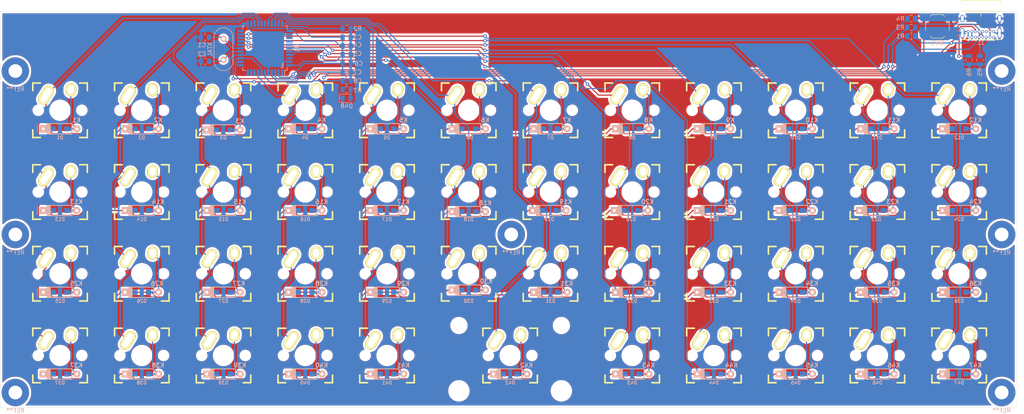
<source format=kicad_pcb>
(kicad_pcb (version 20171130) (host pcbnew "(5.1.0)-1")
  (layers (0 F.Cu signal) (31 B.Cu signal) (34 B.Paste user) (35 F.Paste user) (36 B.SilkS user) (37 F.SilkS user) (38 B.Mask user) (39 F.Mask user) (44 Edge.Cuts user))
  (net 0 "")
  (net 1 "Net-(C1-Pad1)")
  (net 2 "Net-(C2-Pad1)")
  (net 3 VCC)
  (net 4 "Net-(C8-Pad2)")
  (net 5 "Net-(D1-Pad2)")
  (net 6 /row0)
  (net 7 "Net-(D2-Pad2)")
  (net 8 "Net-(D3-Pad2)")
  (net 9 "Net-(D4-Pad2)")
  (net 10 "Net-(D5-Pad2)")
  (net 11 "Net-(D6-Pad2)")
  (net 12 "Net-(D7-Pad2)")
  (net 13 "Net-(D8-Pad2)")
  (net 14 "Net-(D9-Pad2)")
  (net 15 "Net-(D10-Pad2)")
  (net 16 "Net-(D11-Pad2)")
  (net 17 "Net-(D12-Pad2)")
  (net 18 "Net-(D13-Pad2)")
  (net 19 /row1)
  (net 20 "Net-(D14-Pad2)")
  (net 21 "Net-(D15-Pad2)")
  (net 22 "Net-(D16-Pad2)")
  (net 23 "Net-(D17-Pad2)")
  (net 24 "Net-(D18-Pad2)")
  (net 25 "Net-(D19-Pad2)")
  (net 26 "Net-(D20-Pad2)")
  (net 27 "Net-(D21-Pad2)")
  (net 28 "Net-(D22-Pad2)")
  (net 29 "Net-(D23-Pad2)")
  (net 30 "Net-(D24-Pad2)")
  (net 31 "Net-(D25-Pad2)")
  (net 32 /row2)
  (net 33 "Net-(D26-Pad2)")
  (net 34 "Net-(D27-Pad2)")
  (net 35 "Net-(D28-Pad2)")
  (net 36 "Net-(D29-Pad2)")
  (net 37 "Net-(D30-Pad2)")
  (net 38 "Net-(D31-Pad2)")
  (net 39 "Net-(D32-Pad2)")
  (net 40 "Net-(D33-Pad2)")
  (net 41 "Net-(D34-Pad2)")
  (net 42 "Net-(D35-Pad2)")
  (net 43 "Net-(D36-Pad2)")
  (net 44 "Net-(D37-Pad2)")
  (net 45 /row3)
  (net 46 "Net-(D38-Pad2)")
  (net 47 "Net-(D39-Pad2)")
  (net 48 "Net-(D40-Pad2)")
  (net 49 "Net-(D41-Pad2)")
  (net 50 "Net-(D42-Pad2)")
  (net 51 "Net-(D43-Pad2)")
  (net 52 "Net-(D44-Pad2)")
  (net 53 "Net-(D45-Pad2)")
  (net 54 "Net-(D46-Pad2)")
  (net 55 "Net-(D47-Pad2)")
  (net 56 "Net-(J1-PadB5)")
  (net 57 "Net-(J1-PadA6)")
  (net 58 "Net-(J1-PadA7)")
  (net 59 "Net-(J1-PadB8)")
  (net 60 "Net-(J1-PadA8)")
  (net 61 "Net-(J1-PadA5)")
  (net 62 /col0)
  (net 63 /col1)
  (net 64 /col2)
  (net 65 /col3)
  (net 66 /col4)
  (net 67 /col5)
  (net 68 /col6)
  (net 69 /col7)
  (net 70 /col8)
  (net 71 /col9)
  (net 72 /col10)
  (net 73 /col11)
  (net 74 "Net-(R1-Pad1)")
  (net 75 "Net-(R2-Pad2)")
  (net 76 "Net-(R3-Pad1)")
  (net 77 "Net-(R4-Pad1)")
  (net 78 "Net-(U1-Pad1)")
  (net 79 "Net-(U1-Pad9)")
  (net 80 "Net-(U1-Pad10)")
  (net 81 "Net-(U1-Pad11)")
  (net 82 "Net-(U1-Pad12)")
  (net 83 "Net-(U1-Pad22)")
  (net 84 "Net-(U1-Pad36)")
  (net 85 "Net-(U1-Pad37)")
  (net 86 "Net-(U1-Pad42)")
  (net 87 GND)
  (net 88 "Net-(U1-Pad28)")
  (net 89 "Net-(D48-Pad2)")
  (module LED_SMD:LED_0805_2012Metric (layer B.Cu) (at 96.52 54.864)
    (fp_text reference D48 (at 0 1.778) (layer B.SilkS) (effects (justify mirror)))
    (fp_text value LED)
    (pad 1 smd roundrect (at -0.9375 0) (size 0.975 1.4) (layers B.Cu B.Paste B.Mask) (net 87 GND))
    (pad 2 smd roundrect (at 0.9375 0) (size 0.975 1.4) (layers B.Cu B.Paste B.Mask) (net 89 "Net-(D48-Pad2)"))
  )
  (module Resistor_SMD:R_0805_2012Metric (layer B.Cu) (at 96.52 52.832 180)
    (fp_text reference R7 (at -2.54 -0.254 180) (layer B.SilkS) (effects (justify mirror)))
    (fp_text value 220)
    (pad 2 smd roundrect (at 0.9375 0 180) (size 0.975 1.4) (layers B.Cu B.Paste B.Mask) (net 3 VCC))
    (pad 1 smd roundrect (at -0.9375 0 180) (size 0.975 1.4) (layers B.Cu B.Paste B.Mask) (net 89 "Net-(D48-Pad2)"))
  )
  (module Package_QFP:TQFP-44_10x10mm_P0.8mm (layer B.Cu) (at 77.47 43.18 90)
    (fp_text reference U1 (at 0 7.45 90) (layer B.SilkS) (effects (justify mirror)))
    (fp_text value ATMEGA32U4)
    (pad 1 smd rect (at -5.7 4 90) (size 1.5 0.55) (layers B.Cu B.Paste B.Mask) (net 78 "Net-(U1-Pad1)"))
    (pad 2 smd rect (at -5.7 3.2 90) (size 1.5 0.55) (layers B.Cu B.Paste B.Mask) (net 3 VCC))
    (pad 3 smd rect (at -5.7 2.4 90) (size 1.5 0.55) (layers B.Cu B.Paste B.Mask) (net 76 "Net-(R3-Pad1)"))
    (pad 4 smd rect (at -5.7 1.6 90) (size 1.5 0.55) (layers B.Cu B.Paste B.Mask) (net 77 "Net-(R4-Pad1)"))
    (pad 5 smd rect (at -5.7 0.8 90) (size 1.5 0.55) (layers B.Cu B.Paste B.Mask) (net 87 GND))
    (pad 6 smd rect (at -5.7 0 90) (size 1.5 0.55) (layers B.Cu B.Paste B.Mask) (net 4 "Net-(C8-Pad2)"))
    (pad 7 smd rect (at -5.7 -0.8 90) (size 1.5 0.55) (layers B.Cu B.Paste B.Mask) (net 3 VCC))
    (pad 8 smd rect (at -5.7 -1.6 90) (size 1.5 0.55) (layers B.Cu B.Paste B.Mask) (net 65 /col3))
    (pad 9 smd rect (at -5.7 -2.4 90) (size 1.5 0.55) (layers B.Cu B.Paste B.Mask) (net 79 "Net-(U1-Pad9)"))
    (pad 10 smd rect (at -5.7 -3.2 90) (size 1.5 0.55) (layers B.Cu B.Paste B.Mask) (net 80 "Net-(U1-Pad10)"))
    (pad 11 smd rect (at -5.7 -4 90) (size 1.5 0.55) (layers B.Cu B.Paste B.Mask) (net 81 "Net-(U1-Pad11)"))
    (pad 12 smd rect (at -4 -5.7) (size 1.5 0.55) (layers B.Cu B.Paste B.Mask) (net 82 "Net-(U1-Pad12)"))
    (pad 13 smd rect (at -3.2 -5.7) (size 1.5 0.55) (layers B.Cu B.Paste B.Mask) (net 74 "Net-(R1-Pad1)"))
    (pad 14 smd rect (at -2.4 -5.7) (size 1.5 0.55) (layers B.Cu B.Paste B.Mask) (net 3 VCC))
    (pad 15 smd rect (at -1.6 -5.7) (size 1.5 0.55) (layers B.Cu B.Paste B.Mask) (net 87 GND))
    (pad 16 smd rect (at -0.8 -5.7) (size 1.5 0.55) (layers B.Cu B.Paste B.Mask) (net 2 "Net-(C2-Pad1)"))
    (pad 17 smd rect (at 0 -5.7) (size 1.5 0.55) (layers B.Cu B.Paste B.Mask) (net 1 "Net-(C1-Pad1)"))
    (pad 18 smd rect (at 0.8 -5.7) (size 1.5 0.55) (layers B.Cu B.Paste B.Mask) (net 70 /col8))
    (pad 19 smd rect (at 1.6 -5.7) (size 1.5 0.55) (layers B.Cu B.Paste B.Mask) (net 71 /col9))
    (pad 20 smd rect (at 2.4 -5.7) (size 1.5 0.55) (layers B.Cu B.Paste B.Mask) (net 72 /col10))
    (pad 21 smd rect (at 3.2 -5.7) (size 1.5 0.55) (layers B.Cu B.Paste B.Mask) (net 73 /col11))
    (pad 22 smd rect (at 4 -5.7) (size 1.5 0.55) (layers B.Cu B.Paste B.Mask) (net 83 "Net-(U1-Pad22)"))
    (pad 23 smd rect (at 5.7 -4 90) (size 1.5 0.55) (layers B.Cu B.Paste B.Mask) (net 87 GND))
    (pad 24 smd rect (at 5.7 -3.2 90) (size 1.5 0.55) (layers B.Cu B.Paste B.Mask) (net 3 VCC))
    (pad 25 smd rect (at 5.7 -2.4 90) (size 1.5 0.55) (layers B.Cu B.Paste B.Mask) (net 64 /col2))
    (pad 26 smd rect (at 5.7 -1.6 90) (size 1.5 0.55) (layers B.Cu B.Paste B.Mask) (net 63 /col1))
    (pad 27 smd rect (at 5.7 -0.8 90) (size 1.5 0.55) (layers B.Cu B.Paste B.Mask) (net 62 /col0))
    (pad 28 smd rect (at 5.7 0 90) (size 1.5 0.55) (layers B.Cu B.Paste B.Mask) (net 88 "Net-(U1-Pad28)"))
    (pad 29 smd rect (at 5.7 0.8 90) (size 1.5 0.55) (layers B.Cu B.Paste B.Mask) (net 69 /col7))
    (pad 30 smd rect (at 5.7 1.6 90) (size 1.5 0.55) (layers B.Cu B.Paste B.Mask) (net 68 /col6))
    (pad 31 smd rect (at 5.7 2.4 90) (size 1.5 0.55) (layers B.Cu B.Paste B.Mask) (net 67 /col5))
    (pad 32 smd rect (at 5.7 3.2 90) (size 1.5 0.55) (layers B.Cu B.Paste B.Mask) (net 66 /col4))
    (pad 33 smd rect (at 5.7 4 90) (size 1.5 0.55) (layers B.Cu B.Paste B.Mask) (net 75 "Net-(R2-Pad2)"))
    (pad 34 smd rect (at 4 5.7) (size 1.5 0.55) (layers B.Cu B.Paste B.Mask) (net 3 VCC))
    (pad 35 smd rect (at 3.2 5.7) (size 1.5 0.55) (layers B.Cu B.Paste B.Mask) (net 87 GND))
    (pad 36 smd rect (at 2.4 5.7) (size 1.5 0.55) (layers B.Cu B.Paste B.Mask) (net 84 "Net-(U1-Pad36)"))
    (pad 37 smd rect (at 1.6 5.7) (size 1.5 0.55) (layers B.Cu B.Paste B.Mask) (net 85 "Net-(U1-Pad37)"))
    (pad 38 smd rect (at 0.8 5.7) (size 1.5 0.55) (layers B.Cu B.Paste B.Mask) (net 45 /row3))
    (pad 39 smd rect (at 0 5.7) (size 1.5 0.55) (layers B.Cu B.Paste B.Mask) (net 32 /row2))
    (pad 40 smd rect (at -0.8 5.7) (size 1.5 0.55) (layers B.Cu B.Paste B.Mask) (net 19 /row1))
    (pad 41 smd rect (at -1.6 5.7) (size 1.5 0.55) (layers B.Cu B.Paste B.Mask) (net 6 /row0))
    (pad 42 smd rect (at -2.4 5.7) (size 1.5 0.55) (layers B.Cu B.Paste B.Mask) (net 86 "Net-(U1-Pad42)"))
    (pad 43 smd rect (at -3.2 5.7) (size 1.5 0.55) (layers B.Cu B.Paste B.Mask) (net 87 GND))
    (pad 44 smd rect (at -4 5.7) (size 1.5 0.55) (layers B.Cu B.Paste B.Mask) (net 3 VCC))
  )
  (module Capacitor_SMD:C_0805_2012Metric (layer B.Cu) (at 96.52 40.64)
    (fp_text reference C3 (at 2.54 0) (layer B.SilkS) (effects (justify mirror)))
    (fp_text value 0.1uF)
    (pad 2 smd roundrect (at 0.9375 0) (size 0.975 1.4) (layers B.Cu B.Paste B.Mask) (net 87 GND))
    (pad 1 smd roundrect (at -0.9375 0) (size 0.975 1.4) (layers B.Cu B.Paste B.Mask) (net 3 VCC))
  )
  (module MountingHole:MountingHole_3.2mm_M3_Pad (layer B.Cu) (at 134.874 86.614)
    (fp_text reference REF** (at 0 4.2) (layer B.SilkS) (effects (justify mirror)))
    (fp_text value MountingHole_3.2mm_M3_Pad)
    (pad 1 thru_hole circle (at 0 0) (size 6.4 6.4) (drill 3.2) (layers *.Cu *.Mask))
  )
  (module MountingHole:MountingHole_3.2mm_M3_Pad (layer B.Cu) (at 249.174 48.514)
    (fp_text reference REF** (at 0 4.2) (layer B.SilkS) (effects (justify mirror)))
    (fp_text value MountingHole_3.2mm_M3_Pad)
    (pad 1 thru_hole circle (at 0 0) (size 6.4 6.4) (drill 3.2) (layers *.Cu *.Mask))
  )
  (module MountingHole:MountingHole_3.2mm_M3_Pad (layer B.Cu) (at 19.304 48.514)
    (fp_text reference REF** (at 0 4.2) (layer B.SilkS) (effects (justify mirror)))
    (fp_text value MountingHole_3.2mm_M3_Pad)
    (pad 1 thru_hole circle (at 0 0) (size 6.4 6.4) (drill 3.2) (layers *.Cu *.Mask))
  )
  (module MountingHole:MountingHole_3.2mm_M3_Pad (layer B.Cu) (at 249.174 86.614)
    (fp_text reference REF** (at 0 4.2) (layer B.SilkS) (effects (justify mirror)))
    (fp_text value MountingHole_3.2mm_M3_Pad)
    (pad 1 thru_hole circle (at 0 0) (size 6.4 6.4) (drill 3.2) (layers *.Cu *.Mask))
  )
  (module MountingHole:MountingHole_3.2mm_M3_Pad (layer B.Cu) (at 19.304 86.614)
    (fp_text reference REF** (at 0 4.2) (layer B.SilkS) (effects (justify mirror)))
    (fp_text value MountingHole_3.2mm_M3_Pad)
    (pad 1 thru_hole circle (at 0 0) (size 6.4 6.4) (drill 3.2) (layers *.Cu *.Mask))
  )
  (module MountingHole:MountingHole_3.2mm_M3_Pad (layer B.Cu) (at 249.174 123.444)
    (fp_text reference REF** (at 0 4.2) (layer B.SilkS) (effects (justify mirror)))
    (fp_text value MountingHole_3.2mm_M3_Pad)
    (pad 1 thru_hole circle (at 0 0) (size 6.4 6.4) (drill 3.2) (layers *.Cu *.Mask))
  )
  (module MountingHole:MountingHole_3.2mm_M3_Pad (layer B.Cu) (at 19.304 123.444)
    (fp_text reference REF** (at 0 4.2) (layer B.SilkS) (effects (justify mirror)))
    (fp_text value MountingHole_3.2mm_M3_Pad)
    (pad 1 thru_hole circle (at 0 0) (size 6.4 6.4) (drill 3.2) (layers *.Cu *.Mask))
  )
  (module Capacitor_SMD:C_0805_2012Metric (layer B.Cu) (at 63.5 40.64 180)
    (fp_text reference C1 (at 0.762 -1.778 180) (layer B.SilkS) (effects (justify mirror)))
    (fp_text value 22pF)
    (pad 2 smd roundrect (at 0.9375 0 180) (size 0.975 1.4) (layers B.Cu B.Paste B.Mask) (net 87 GND))
    (pad 1 smd roundrect (at -0.9375 0 180) (size 0.975 1.4) (layers B.Cu B.Paste B.Mask) (net 1 "Net-(C1-Pad1)"))
  )
  (module Capacitor_SMD:C_0805_2012Metric (layer B.Cu) (at 63.5 46.228 180)
    (fp_text reference C2 (at 0.762 1.65 180) (layer B.SilkS) (effects (justify mirror)))
    (fp_text value 22pF)
    (pad 1 smd roundrect (at -0.9375 0 180) (size 0.975 1.4) (layers B.Cu B.Paste B.Mask) (net 2 "Net-(C2-Pad1)"))
    (pad 2 smd roundrect (at 0.9375 0 180) (size 0.975 1.4) (layers B.Cu B.Paste B.Mask) (net 87 GND))
  )
  (module Capacitor_SMD:C_0805_2012Metric (layer B.Cu) (at 96.52 42.672)
    (fp_text reference C4 (at 2.54 -0.254) (layer B.SilkS) (effects (justify mirror)))
    (fp_text value 0.1uF)
    (pad 1 smd roundrect (at -0.9375 0) (size 0.975 1.4) (layers B.Cu B.Paste B.Mask) (net 3 VCC))
    (pad 2 smd roundrect (at 0.9375 0) (size 0.975 1.4) (layers B.Cu B.Paste B.Mask) (net 87 GND))
  )
  (module Capacitor_SMD:C_0805_2012Metric (layer B.Cu) (at 96.52 44.704)
    (fp_text reference C5 (at 2.54 -0.254) (layer B.SilkS) (effects (justify mirror)))
    (fp_text value 0.1uF)
    (pad 2 smd roundrect (at 0.9375 0) (size 0.975 1.4) (layers B.Cu B.Paste B.Mask) (net 87 GND))
    (pad 1 smd roundrect (at -0.9375 0) (size 0.975 1.4) (layers B.Cu B.Paste B.Mask) (net 3 VCC))
  )
  (module Capacitor_SMD:C_0805_2012Metric (layer B.Cu) (at 96.52 46.736)
    (fp_text reference C6 (at 2.794 0) (layer B.SilkS) (effects (justify mirror)))
    (fp_text value 0.1uF)
    (pad 1 smd roundrect (at -0.9375 0) (size 0.975 1.4) (layers B.Cu B.Paste B.Mask) (net 3 VCC))
    (pad 2 smd roundrect (at 0.9375 0) (size 0.975 1.4) (layers B.Cu B.Paste B.Mask) (net 87 GND))
  )
  (module Capacitor_SMD:C_0805_2012Metric (layer B.Cu) (at 96.52 48.768)
    (fp_text reference C7 (at 2.54 0) (layer B.SilkS) (effects (justify mirror)))
    (fp_text value 0.1uF)
    (pad 2 smd roundrect (at 0.9375 0) (size 0.975 1.4) (layers B.Cu B.Paste B.Mask) (net 87 GND))
    (pad 1 smd roundrect (at -0.9375 0) (size 0.975 1.4) (layers B.Cu B.Paste B.Mask) (net 3 VCC))
  )
  (module Capacitor_SMD:C_0805_2012Metric (layer B.Cu) (at 96.52 50.8 180)
    (fp_text reference C8 (at -2.54 0 180) (layer B.SilkS) (effects (justify mirror)))
    (fp_text value 1uF)
    (pad 1 smd roundrect (at -0.9375 0 180) (size 0.975 1.4) (layers B.Cu B.Paste B.Mask) (net 87 GND))
    (pad 2 smd roundrect (at 0.9375 0 180) (size 0.975 1.4) (layers B.Cu B.Paste B.Mask) (net 4 "Net-(C8-Pad2)"))
  )
  (module keyboard_parts:D_SOD123_axial (layer B.Cu) (at 29.718 61.976)
    (fp_text reference D1 (at 0 2.032) (layer B.SilkS) (effects (font (size 0.8 0.8)) (justify mirror)))
    (fp_text value D hide)
    (pad 2 smd rect (at 1.575 0) (size 1.2 1.2) (layers B.Cu B.Paste B.Mask) (net 5 "Net-(D1-Pad2)"))
    (pad 1 smd rect (at -1.575 0) (size 1.2 1.2) (layers B.Cu B.Paste B.Mask) (net 6 /row0))
    (pad 1 thru_hole rect (at -3.9 0) (size 1.6 1.6) (drill 0.7) (layers *.Cu *.Mask B.SilkS) (net 6 /row0))
    (pad 2 thru_hole circle (at 3.9 0) (size 1.6 1.6) (drill 0.7) (layers *.Cu *.Mask B.SilkS) (net 5 "Net-(D1-Pad2)"))
    (pad 1 smd rect (at -2.7 0) (size 2.5 0.5) (layers B.Cu) (net 6 /row0))
    (pad 2 smd rect (at 2.7 0) (size 2.5 0.5) (layers B.Cu) (net 5 "Net-(D1-Pad2)"))
  )
  (module keyboard_parts:D_SOD123_axial (layer B.Cu) (at 48.768 61.976)
    (fp_text reference D2 (at 0 2.032) (layer B.SilkS) (effects (font (size 0.8 0.8)) (justify mirror)))
    (fp_text value D hide)
    (pad 2 smd rect (at 2.7 0) (size 2.5 0.5) (layers B.Cu) (net 7 "Net-(D2-Pad2)"))
    (pad 1 smd rect (at -2.7 0) (size 2.5 0.5) (layers B.Cu) (net 6 /row0))
    (pad 2 thru_hole circle (at 3.9 0) (size 1.6 1.6) (drill 0.7) (layers *.Cu *.Mask B.SilkS) (net 7 "Net-(D2-Pad2)"))
    (pad 1 thru_hole rect (at -3.9 0) (size 1.6 1.6) (drill 0.7) (layers *.Cu *.Mask B.SilkS) (net 6 /row0))
    (pad 1 smd rect (at -1.575 0) (size 1.2 1.2) (layers B.Cu B.Paste B.Mask) (net 6 /row0))
    (pad 2 smd rect (at 1.575 0) (size 1.2 1.2) (layers B.Cu B.Paste B.Mask) (net 7 "Net-(D2-Pad2)"))
  )
  (module keyboard_parts:D_SOD123_axial (layer B.Cu) (at 67.767 62.23)
    (fp_text reference D3 (at 0 1.778) (layer B.SilkS) (effects (font (size 0.8 0.8)) (justify mirror)))
    (fp_text value D hide)
    (pad 2 smd rect (at 1.575 0) (size 1.2 1.2) (layers B.Cu B.Paste B.Mask) (net 8 "Net-(D3-Pad2)"))
    (pad 1 smd rect (at -1.575 0) (size 1.2 1.2) (layers B.Cu B.Paste B.Mask) (net 6 /row0))
    (pad 1 thru_hole rect (at -3.9 0) (size 1.6 1.6) (drill 0.7) (layers *.Cu *.Mask B.SilkS) (net 6 /row0))
    (pad 2 thru_hole circle (at 3.9 0) (size 1.6 1.6) (drill 0.7) (layers *.Cu *.Mask B.SilkS) (net 8 "Net-(D3-Pad2)"))
    (pad 1 smd rect (at -2.7 0) (size 2.5 0.5) (layers B.Cu) (net 6 /row0))
    (pad 2 smd rect (at 2.7 0) (size 2.5 0.5) (layers B.Cu) (net 8 "Net-(D3-Pad2)"))
  )
  (module keyboard_parts:D_SOD123_axial (layer B.Cu) (at 86.868 61.976)
    (fp_text reference D4 (at 0 2.032) (layer B.SilkS) (effects (font (size 0.8 0.8)) (justify mirror)))
    (fp_text value D hide)
    (pad 2 smd rect (at 2.7 0) (size 2.5 0.5) (layers B.Cu) (net 9 "Net-(D4-Pad2)"))
    (pad 1 smd rect (at -2.7 0) (size 2.5 0.5) (layers B.Cu) (net 6 /row0))
    (pad 2 thru_hole circle (at 3.9 0) (size 1.6 1.6) (drill 0.7) (layers *.Cu *.Mask B.SilkS) (net 9 "Net-(D4-Pad2)"))
    (pad 1 thru_hole rect (at -3.9 0) (size 1.6 1.6) (drill 0.7) (layers *.Cu *.Mask B.SilkS) (net 6 /row0))
    (pad 1 smd rect (at -1.575 0) (size 1.2 1.2) (layers B.Cu B.Paste B.Mask) (net 6 /row0))
    (pad 2 smd rect (at 1.575 0) (size 1.2 1.2) (layers B.Cu B.Paste B.Mask) (net 9 "Net-(D4-Pad2)"))
  )
  (module keyboard_parts:D_SOD123_axial (layer B.Cu) (at 105.918 61.976)
    (fp_text reference D5 (at 0 2.032) (layer B.SilkS) (effects (font (size 0.8 0.8)) (justify mirror)))
    (fp_text value D hide)
    (pad 2 smd rect (at 2.7 0) (size 2.5 0.5) (layers B.Cu) (net 10 "Net-(D5-Pad2)"))
    (pad 1 smd rect (at -2.7 0) (size 2.5 0.5) (layers B.Cu) (net 6 /row0))
    (pad 2 thru_hole circle (at 3.9 0) (size 1.6 1.6) (drill 0.7) (layers *.Cu *.Mask B.SilkS) (net 10 "Net-(D5-Pad2)"))
    (pad 1 thru_hole rect (at -3.9 0) (size 1.6 1.6) (drill 0.7) (layers *.Cu *.Mask B.SilkS) (net 6 /row0))
    (pad 1 smd rect (at -1.575 0) (size 1.2 1.2) (layers B.Cu B.Paste B.Mask) (net 6 /row0))
    (pad 2 smd rect (at 1.575 0) (size 1.2 1.2) (layers B.Cu B.Paste B.Mask) (net 10 "Net-(D5-Pad2)"))
  )
  (module keyboard_parts:D_SOD123_axial (layer B.Cu) (at 124.968 61.976)
    (fp_text reference D6 (at 0.254 2.032) (layer B.SilkS) (effects (font (size 0.8 0.8)) (justify mirror)))
    (fp_text value D hide)
    (pad 2 smd rect (at 1.575 0) (size 1.2 1.2) (layers B.Cu B.Paste B.Mask) (net 11 "Net-(D6-Pad2)"))
    (pad 1 smd rect (at -1.575 0) (size 1.2 1.2) (layers B.Cu B.Paste B.Mask) (net 6 /row0))
    (pad 1 thru_hole rect (at -3.9 0) (size 1.6 1.6) (drill 0.7) (layers *.Cu *.Mask B.SilkS) (net 6 /row0))
    (pad 2 thru_hole circle (at 3.9 0) (size 1.6 1.6) (drill 0.7) (layers *.Cu *.Mask B.SilkS) (net 11 "Net-(D6-Pad2)"))
    (pad 1 smd rect (at -2.7 0) (size 2.5 0.5) (layers B.Cu) (net 6 /row0))
    (pad 2 smd rect (at 2.7 0) (size 2.5 0.5) (layers B.Cu) (net 11 "Net-(D6-Pad2)"))
  )
  (module keyboard_parts:D_SOD123_axial (layer B.Cu) (at 144.018 61.976)
    (fp_text reference D7 (at 0 2.032) (layer B.SilkS) (effects (font (size 0.8 0.8)) (justify mirror)))
    (fp_text value D hide)
    (pad 2 smd rect (at 1.575 0) (size 1.2 1.2) (layers B.Cu B.Paste B.Mask) (net 12 "Net-(D7-Pad2)"))
    (pad 1 smd rect (at -1.575 0) (size 1.2 1.2) (layers B.Cu B.Paste B.Mask) (net 6 /row0))
    (pad 1 thru_hole rect (at -3.9 0) (size 1.6 1.6) (drill 0.7) (layers *.Cu *.Mask B.SilkS) (net 6 /row0))
    (pad 2 thru_hole circle (at 3.9 0) (size 1.6 1.6) (drill 0.7) (layers *.Cu *.Mask B.SilkS) (net 12 "Net-(D7-Pad2)"))
    (pad 1 smd rect (at -2.7 0) (size 2.5 0.5) (layers B.Cu) (net 6 /row0))
    (pad 2 smd rect (at 2.7 0) (size 2.5 0.5) (layers B.Cu) (net 12 "Net-(D7-Pad2)"))
  )
  (module keyboard_parts:D_SOD123_axial (layer B.Cu) (at 163.068 61.976)
    (fp_text reference D8 (at 0 2.032) (layer B.SilkS) (effects (font (size 0.8 0.8)) (justify mirror)))
    (fp_text value D hide)
    (pad 2 smd rect (at 1.575 0) (size 1.2 1.2) (layers B.Cu B.Paste B.Mask) (net 13 "Net-(D8-Pad2)"))
    (pad 1 smd rect (at -1.575 0) (size 1.2 1.2) (layers B.Cu B.Paste B.Mask) (net 6 /row0))
    (pad 1 thru_hole rect (at -3.9 0) (size 1.6 1.6) (drill 0.7) (layers *.Cu *.Mask B.SilkS) (net 6 /row0))
    (pad 2 thru_hole circle (at 3.9 0) (size 1.6 1.6) (drill 0.7) (layers *.Cu *.Mask B.SilkS) (net 13 "Net-(D8-Pad2)"))
    (pad 1 smd rect (at -2.7 0) (size 2.5 0.5) (layers B.Cu) (net 6 /row0))
    (pad 2 smd rect (at 2.7 0) (size 2.5 0.5) (layers B.Cu) (net 13 "Net-(D8-Pad2)"))
  )
  (module keyboard_parts:D_SOD123_axial (layer B.Cu) (at 182.118 61.976)
    (fp_text reference D9 (at 0 2.032) (layer B.SilkS) (effects (font (size 0.8 0.8)) (justify mirror)))
    (fp_text value D hide)
    (pad 2 smd rect (at 1.575 0) (size 1.2 1.2) (layers B.Cu B.Paste B.Mask) (net 14 "Net-(D9-Pad2)"))
    (pad 1 smd rect (at -1.575 0) (size 1.2 1.2) (layers B.Cu B.Paste B.Mask) (net 6 /row0))
    (pad 1 thru_hole rect (at -3.9 0) (size 1.6 1.6) (drill 0.7) (layers *.Cu *.Mask B.SilkS) (net 6 /row0))
    (pad 2 thru_hole circle (at 3.9 0) (size 1.6 1.6) (drill 0.7) (layers *.Cu *.Mask B.SilkS) (net 14 "Net-(D9-Pad2)"))
    (pad 1 smd rect (at -2.7 0) (size 2.5 0.5) (layers B.Cu) (net 6 /row0))
    (pad 2 smd rect (at 2.7 0) (size 2.5 0.5) (layers B.Cu) (net 14 "Net-(D9-Pad2)"))
  )
  (module keyboard_parts:D_SOD123_axial (layer B.Cu) (at 201.168 61.976)
    (fp_text reference D10 (at 0 2.032) (layer B.SilkS) (effects (font (size 0.8 0.8)) (justify mirror)))
    (fp_text value D hide)
    (pad 2 smd rect (at 2.7 0) (size 2.5 0.5) (layers B.Cu) (net 15 "Net-(D10-Pad2)"))
    (pad 1 smd rect (at -2.7 0) (size 2.5 0.5) (layers B.Cu) (net 6 /row0))
    (pad 2 thru_hole circle (at 3.9 0) (size 1.6 1.6) (drill 0.7) (layers *.Cu *.Mask B.SilkS) (net 15 "Net-(D10-Pad2)"))
    (pad 1 thru_hole rect (at -3.9 0) (size 1.6 1.6) (drill 0.7) (layers *.Cu *.Mask B.SilkS) (net 6 /row0))
    (pad 1 smd rect (at -1.575 0) (size 1.2 1.2) (layers B.Cu B.Paste B.Mask) (net 6 /row0))
    (pad 2 smd rect (at 1.575 0) (size 1.2 1.2) (layers B.Cu B.Paste B.Mask) (net 15 "Net-(D10-Pad2)"))
  )
  (module keyboard_parts:D_SOD123_axial (layer B.Cu) (at 220.218 61.976)
    (fp_text reference D11 (at 0 2.032) (layer B.SilkS) (effects (font (size 0.8 0.8)) (justify mirror)))
    (fp_text value D hide)
    (pad 2 smd rect (at 1.575 0) (size 1.2 1.2) (layers B.Cu B.Paste B.Mask) (net 16 "Net-(D11-Pad2)"))
    (pad 1 smd rect (at -1.575 0) (size 1.2 1.2) (layers B.Cu B.Paste B.Mask) (net 6 /row0))
    (pad 1 thru_hole rect (at -3.9 0) (size 1.6 1.6) (drill 0.7) (layers *.Cu *.Mask B.SilkS) (net 6 /row0))
    (pad 2 thru_hole circle (at 3.9 0) (size 1.6 1.6) (drill 0.7) (layers *.Cu *.Mask B.SilkS) (net 16 "Net-(D11-Pad2)"))
    (pad 1 smd rect (at -2.7 0) (size 2.5 0.5) (layers B.Cu) (net 6 /row0))
    (pad 2 smd rect (at 2.7 0) (size 2.5 0.5) (layers B.Cu) (net 16 "Net-(D11-Pad2)"))
  )
  (module keyboard_parts:D_SOD123_axial (layer B.Cu) (at 239.268 61.976)
    (fp_text reference D12 (at 0 2.032) (layer B.SilkS) (effects (font (size 0.8 0.8)) (justify mirror)))
    (fp_text value D hide)
    (pad 2 smd rect (at 2.7 0) (size 2.5 0.5) (layers B.Cu) (net 17 "Net-(D12-Pad2)"))
    (pad 1 smd rect (at -2.7 0) (size 2.5 0.5) (layers B.Cu) (net 6 /row0))
    (pad 2 thru_hole circle (at 3.9 0) (size 1.6 1.6) (drill 0.7) (layers *.Cu *.Mask B.SilkS) (net 17 "Net-(D12-Pad2)"))
    (pad 1 thru_hole rect (at -3.9 0) (size 1.6 1.6) (drill 0.7) (layers *.Cu *.Mask B.SilkS) (net 6 /row0))
    (pad 1 smd rect (at -1.575 0) (size 1.2 1.2) (layers B.Cu B.Paste B.Mask) (net 6 /row0))
    (pad 2 smd rect (at 1.575 0) (size 1.2 1.2) (layers B.Cu B.Paste B.Mask) (net 17 "Net-(D12-Pad2)"))
  )
  (module keyboard_parts:D_SOD123_axial (layer B.Cu) (at 29.718 81.026)
    (fp_text reference D13 (at 0 2.032) (layer B.SilkS) (effects (font (size 0.8 0.8)) (justify mirror)))
    (fp_text value D hide)
    (pad 2 smd rect (at 2.7 0) (size 2.5 0.5) (layers B.Cu) (net 18 "Net-(D13-Pad2)"))
    (pad 1 smd rect (at -2.7 0) (size 2.5 0.5) (layers B.Cu) (net 19 /row1))
    (pad 2 thru_hole circle (at 3.9 0) (size 1.6 1.6) (drill 0.7) (layers *.Cu *.Mask B.SilkS) (net 18 "Net-(D13-Pad2)"))
    (pad 1 thru_hole rect (at -3.9 0) (size 1.6 1.6) (drill 0.7) (layers *.Cu *.Mask B.SilkS) (net 19 /row1))
    (pad 1 smd rect (at -1.575 0) (size 1.2 1.2) (layers B.Cu B.Paste B.Mask) (net 19 /row1))
    (pad 2 smd rect (at 1.575 0) (size 1.2 1.2) (layers B.Cu B.Paste B.Mask) (net 18 "Net-(D13-Pad2)"))
  )
  (module keyboard_parts:D_SOD123_axial (layer B.Cu) (at 48.768 81.026)
    (fp_text reference D14 (at 0 2.032) (layer B.SilkS) (effects (font (size 0.8 0.8)) (justify mirror)))
    (fp_text value D hide)
    (pad 2 smd rect (at 1.575 0) (size 1.2 1.2) (layers B.Cu B.Paste B.Mask) (net 20 "Net-(D14-Pad2)"))
    (pad 1 smd rect (at -1.575 0) (size 1.2 1.2) (layers B.Cu B.Paste B.Mask) (net 19 /row1))
    (pad 1 thru_hole rect (at -3.9 0) (size 1.6 1.6) (drill 0.7) (layers *.Cu *.Mask B.SilkS) (net 19 /row1))
    (pad 2 thru_hole circle (at 3.9 0) (size 1.6 1.6) (drill 0.7) (layers *.Cu *.Mask B.SilkS) (net 20 "Net-(D14-Pad2)"))
    (pad 1 smd rect (at -2.7 0) (size 2.5 0.5) (layers B.Cu) (net 19 /row1))
    (pad 2 smd rect (at 2.7 0) (size 2.5 0.5) (layers B.Cu) (net 20 "Net-(D14-Pad2)"))
  )
  (module keyboard_parts:D_SOD123_axial (layer B.Cu) (at 67.818 81.026)
    (fp_text reference D15 (at 0 2.032) (layer B.SilkS) (effects (font (size 0.8 0.8)) (justify mirror)))
    (fp_text value D hide)
    (pad 2 smd rect (at 1.575 0) (size 1.2 1.2) (layers B.Cu B.Paste B.Mask) (net 21 "Net-(D15-Pad2)"))
    (pad 1 smd rect (at -1.575 0) (size 1.2 1.2) (layers B.Cu B.Paste B.Mask) (net 19 /row1))
    (pad 1 thru_hole rect (at -3.9 0) (size 1.6 1.6) (drill 0.7) (layers *.Cu *.Mask B.SilkS) (net 19 /row1))
    (pad 2 thru_hole circle (at 3.9 0) (size 1.6 1.6) (drill 0.7) (layers *.Cu *.Mask B.SilkS) (net 21 "Net-(D15-Pad2)"))
    (pad 1 smd rect (at -2.7 0) (size 2.5 0.5) (layers B.Cu) (net 19 /row1))
    (pad 2 smd rect (at 2.7 0) (size 2.5 0.5) (layers B.Cu) (net 21 "Net-(D15-Pad2)"))
  )
  (module keyboard_parts:D_SOD123_axial (layer B.Cu) (at 86.868 81.026)
    (fp_text reference D16 (at 0 2.032) (layer B.SilkS) (effects (font (size 0.8 0.8)) (justify mirror)))
    (fp_text value D hide)
    (pad 2 smd rect (at 1.575 0) (size 1.2 1.2) (layers B.Cu B.Paste B.Mask) (net 22 "Net-(D16-Pad2)"))
    (pad 1 smd rect (at -1.575 0) (size 1.2 1.2) (layers B.Cu B.Paste B.Mask) (net 19 /row1))
    (pad 1 thru_hole rect (at -3.9 0) (size 1.6 1.6) (drill 0.7) (layers *.Cu *.Mask B.SilkS) (net 19 /row1))
    (pad 2 thru_hole circle (at 3.9 0) (size 1.6 1.6) (drill 0.7) (layers *.Cu *.Mask B.SilkS) (net 22 "Net-(D16-Pad2)"))
    (pad 1 smd rect (at -2.7 0) (size 2.5 0.5) (layers B.Cu) (net 19 /row1))
    (pad 2 smd rect (at 2.7 0) (size 2.5 0.5) (layers B.Cu) (net 22 "Net-(D16-Pad2)"))
  )
  (module keyboard_parts:D_SOD123_axial (layer B.Cu) (at 105.918 81.026)
    (fp_text reference D17 (at 0 2.032) (layer B.SilkS) (effects (font (size 0.8 0.8)) (justify mirror)))
    (fp_text value D hide)
    (pad 2 smd rect (at 1.575 0) (size 1.2 1.2) (layers B.Cu B.Paste B.Mask) (net 23 "Net-(D17-Pad2)"))
    (pad 1 smd rect (at -1.575 0) (size 1.2 1.2) (layers B.Cu B.Paste B.Mask) (net 19 /row1))
    (pad 1 thru_hole rect (at -3.9 0) (size 1.6 1.6) (drill 0.7) (layers *.Cu *.Mask B.SilkS) (net 19 /row1))
    (pad 2 thru_hole circle (at 3.9 0) (size 1.6 1.6) (drill 0.7) (layers *.Cu *.Mask B.SilkS) (net 23 "Net-(D17-Pad2)"))
    (pad 1 smd rect (at -2.7 0) (size 2.5 0.5) (layers B.Cu) (net 19 /row1))
    (pad 2 smd rect (at 2.7 0) (size 2.5 0.5) (layers B.Cu) (net 23 "Net-(D17-Pad2)"))
  )
  (module keyboard_parts:D_SOD123_axial (layer B.Cu) (at 124.968 81.28)
    (fp_text reference D18 (at 0 1.778) (layer B.SilkS) (effects (font (size 0.8 0.8)) (justify mirror)))
    (fp_text value D hide)
    (pad 2 smd rect (at 2.7 0) (size 2.5 0.5) (layers B.Cu) (net 24 "Net-(D18-Pad2)"))
    (pad 1 smd rect (at -2.7 0) (size 2.5 0.5) (layers B.Cu) (net 19 /row1))
    (pad 2 thru_hole circle (at 3.9 0) (size 1.6 1.6) (drill 0.7) (layers *.Cu *.Mask B.SilkS) (net 24 "Net-(D18-Pad2)"))
    (pad 1 thru_hole rect (at -3.9 0) (size 1.6 1.6) (drill 0.7) (layers *.Cu *.Mask B.SilkS) (net 19 /row1))
    (pad 1 smd rect (at -1.575 0) (size 1.2 1.2) (layers B.Cu B.Paste B.Mask) (net 19 /row1))
    (pad 2 smd rect (at 1.575 0) (size 1.2 1.2) (layers B.Cu B.Paste B.Mask) (net 24 "Net-(D18-Pad2)"))
  )
  (module keyboard_parts:D_SOD123_axial (layer B.Cu) (at 143.764 81.026)
    (fp_text reference D19 (at 0 2.032) (layer B.SilkS) (effects (font (size 0.8 0.8)) (justify mirror)))
    (fp_text value D hide)
    (pad 2 smd rect (at 1.575 0) (size 1.2 1.2) (layers B.Cu B.Paste B.Mask) (net 25 "Net-(D19-Pad2)"))
    (pad 1 smd rect (at -1.575 0) (size 1.2 1.2) (layers B.Cu B.Paste B.Mask) (net 19 /row1))
    (pad 1 thru_hole rect (at -3.9 0) (size 1.6 1.6) (drill 0.7) (layers *.Cu *.Mask B.SilkS) (net 19 /row1))
    (pad 2 thru_hole circle (at 3.9 0) (size 1.6 1.6) (drill 0.7) (layers *.Cu *.Mask B.SilkS) (net 25 "Net-(D19-Pad2)"))
    (pad 1 smd rect (at -2.7 0) (size 2.5 0.5) (layers B.Cu) (net 19 /row1))
    (pad 2 smd rect (at 2.7 0) (size 2.5 0.5) (layers B.Cu) (net 25 "Net-(D19-Pad2)"))
  )
  (module keyboard_parts:D_SOD123_axial (layer B.Cu) (at 162.814 81.026)
    (fp_text reference D20 (at 0 2.032) (layer B.SilkS) (effects (font (size 0.8 0.8)) (justify mirror)))
    (fp_text value D hide)
    (pad 2 smd rect (at 2.7 0) (size 2.5 0.5) (layers B.Cu) (net 26 "Net-(D20-Pad2)"))
    (pad 1 smd rect (at -2.7 0) (size 2.5 0.5) (layers B.Cu) (net 19 /row1))
    (pad 2 thru_hole circle (at 3.9 0) (size 1.6 1.6) (drill 0.7) (layers *.Cu *.Mask B.SilkS) (net 26 "Net-(D20-Pad2)"))
    (pad 1 thru_hole rect (at -3.9 0) (size 1.6 1.6) (drill 0.7) (layers *.Cu *.Mask B.SilkS) (net 19 /row1))
    (pad 1 smd rect (at -1.575 0) (size 1.2 1.2) (layers B.Cu B.Paste B.Mask) (net 19 /row1))
    (pad 2 smd rect (at 1.575 0) (size 1.2 1.2) (layers B.Cu B.Paste B.Mask) (net 26 "Net-(D20-Pad2)"))
  )
  (module keyboard_parts:D_SOD123_axial (layer B.Cu) (at 182.118 81.026)
    (fp_text reference D21 (at 0 2.032) (layer B.SilkS) (effects (font (size 0.8 0.8)) (justify mirror)))
    (fp_text value D hide)
    (pad 2 smd rect (at 2.7 0) (size 2.5 0.5) (layers B.Cu) (net 27 "Net-(D21-Pad2)"))
    (pad 1 smd rect (at -2.7 0) (size 2.5 0.5) (layers B.Cu) (net 19 /row1))
    (pad 2 thru_hole circle (at 3.9 0) (size 1.6 1.6) (drill 0.7) (layers *.Cu *.Mask B.SilkS) (net 27 "Net-(D21-Pad2)"))
    (pad 1 thru_hole rect (at -3.9 0) (size 1.6 1.6) (drill 0.7) (layers *.Cu *.Mask B.SilkS) (net 19 /row1))
    (pad 1 smd rect (at -1.575 0) (size 1.2 1.2) (layers B.Cu B.Paste B.Mask) (net 19 /row1))
    (pad 2 smd rect (at 1.575 0) (size 1.2 1.2) (layers B.Cu B.Paste B.Mask) (net 27 "Net-(D21-Pad2)"))
  )
  (module keyboard_parts:D_SOD123_axial (layer B.Cu) (at 201.168 81.026)
    (fp_text reference D22 (at 0 2.032) (layer B.SilkS) (effects (font (size 0.8 0.8)) (justify mirror)))
    (fp_text value D hide)
    (pad 2 smd rect (at 1.575 0) (size 1.2 1.2) (layers B.Cu B.Paste B.Mask) (net 28 "Net-(D22-Pad2)"))
    (pad 1 smd rect (at -1.575 0) (size 1.2 1.2) (layers B.Cu B.Paste B.Mask) (net 19 /row1))
    (pad 1 thru_hole rect (at -3.9 0) (size 1.6 1.6) (drill 0.7) (layers *.Cu *.Mask B.SilkS) (net 19 /row1))
    (pad 2 thru_hole circle (at 3.9 0) (size 1.6 1.6) (drill 0.7) (layers *.Cu *.Mask B.SilkS) (net 28 "Net-(D22-Pad2)"))
    (pad 1 smd rect (at -2.7 0) (size 2.5 0.5) (layers B.Cu) (net 19 /row1))
    (pad 2 smd rect (at 2.7 0) (size 2.5 0.5) (layers B.Cu) (net 28 "Net-(D22-Pad2)"))
  )
  (module keyboard_parts:D_SOD123_axial (layer B.Cu) (at 219.964 81.026)
    (fp_text reference D23 (at 0 2.032) (layer B.SilkS) (effects (font (size 0.8 0.8)) (justify mirror)))
    (fp_text value D hide)
    (pad 2 smd rect (at 2.7 0) (size 2.5 0.5) (layers B.Cu) (net 29 "Net-(D23-Pad2)"))
    (pad 1 smd rect (at -2.7 0) (size 2.5 0.5) (layers B.Cu) (net 19 /row1))
    (pad 2 thru_hole circle (at 3.9 0) (size 1.6 1.6) (drill 0.7) (layers *.Cu *.Mask B.SilkS) (net 29 "Net-(D23-Pad2)"))
    (pad 1 thru_hole rect (at -3.9 0) (size 1.6 1.6) (drill 0.7) (layers *.Cu *.Mask B.SilkS) (net 19 /row1))
    (pad 1 smd rect (at -1.575 0) (size 1.2 1.2) (layers B.Cu B.Paste B.Mask) (net 19 /row1))
    (pad 2 smd rect (at 1.575 0) (size 1.2 1.2) (layers B.Cu B.Paste B.Mask) (net 29 "Net-(D23-Pad2)"))
  )
  (module keyboard_parts:D_SOD123_axial (layer B.Cu) (at 239.268 81.026)
    (fp_text reference D24 (at 0 2.032) (layer B.SilkS) (effects (font (size 0.8 0.8)) (justify mirror)))
    (fp_text value D hide)
    (pad 2 smd rect (at 2.7 0) (size 2.5 0.5) (layers B.Cu) (net 30 "Net-(D24-Pad2)"))
    (pad 1 smd rect (at -2.7 0) (size 2.5 0.5) (layers B.Cu) (net 19 /row1))
    (pad 2 thru_hole circle (at 3.9 0) (size 1.6 1.6) (drill 0.7) (layers *.Cu *.Mask B.SilkS) (net 30 "Net-(D24-Pad2)"))
    (pad 1 thru_hole rect (at -3.9 0) (size 1.6 1.6) (drill 0.7) (layers *.Cu *.Mask B.SilkS) (net 19 /row1))
    (pad 1 smd rect (at -1.575 0) (size 1.2 1.2) (layers B.Cu B.Paste B.Mask) (net 19 /row1))
    (pad 2 smd rect (at 1.575 0) (size 1.2 1.2) (layers B.Cu B.Paste B.Mask) (net 30 "Net-(D24-Pad2)"))
  )
  (module keyboard_parts:D_SOD123_axial (layer B.Cu) (at 29.718 100.076)
    (fp_text reference D25 (at 0 2.032) (layer B.SilkS) (effects (font (size 0.8 0.8)) (justify mirror)))
    (fp_text value D hide)
    (pad 2 smd rect (at 2.7 0) (size 2.5 0.5) (layers B.Cu) (net 31 "Net-(D25-Pad2)"))
    (pad 1 smd rect (at -2.7 0) (size 2.5 0.5) (layers B.Cu) (net 32 /row2))
    (pad 2 thru_hole circle (at 3.9 0) (size 1.6 1.6) (drill 0.7) (layers *.Cu *.Mask B.SilkS) (net 31 "Net-(D25-Pad2)"))
    (pad 1 thru_hole rect (at -3.9 0) (size 1.6 1.6) (drill 0.7) (layers *.Cu *.Mask B.SilkS) (net 32 /row2))
    (pad 1 smd rect (at -1.575 0) (size 1.2 1.2) (layers B.Cu B.Paste B.Mask) (net 32 /row2))
    (pad 2 smd rect (at 1.575 0) (size 1.2 1.2) (layers B.Cu B.Paste B.Mask) (net 31 "Net-(D25-Pad2)"))
  )
  (module keyboard_parts:D_SOD123_axial (layer B.Cu) (at 48.768 100.076)
    (fp_text reference D26 (at 0 2.032) (layer B.SilkS) (effects (font (size 0.8 0.8)) (justify mirror)))
    (fp_text value D hide)
    (pad 2 smd rect (at 1.575 0) (size 1.2 1.2) (layers B.Cu B.Paste B.Mask) (net 33 "Net-(D26-Pad2)"))
    (pad 1 smd rect (at -1.575 0) (size 1.2 1.2) (layers B.Cu B.Paste B.Mask) (net 32 /row2))
    (pad 1 thru_hole rect (at -3.9 0) (size 1.6 1.6) (drill 0.7) (layers *.Cu *.Mask B.SilkS) (net 32 /row2))
    (pad 2 thru_hole circle (at 3.9 0) (size 1.6 1.6) (drill 0.7) (layers *.Cu *.Mask B.SilkS) (net 33 "Net-(D26-Pad2)"))
    (pad 1 smd rect (at -2.7 0) (size 2.5 0.5) (layers B.Cu) (net 32 /row2))
    (pad 2 smd rect (at 2.7 0) (size 2.5 0.5) (layers B.Cu) (net 33 "Net-(D26-Pad2)"))
  )
  (module keyboard_parts:D_SOD123_axial (layer B.Cu) (at 67.818 100.076)
    (fp_text reference D27 (at 0 2.032) (layer B.SilkS) (effects (font (size 0.8 0.8)) (justify mirror)))
    (fp_text value D hide)
    (pad 2 smd rect (at 1.575 0) (size 1.2 1.2) (layers B.Cu B.Paste B.Mask) (net 34 "Net-(D27-Pad2)"))
    (pad 1 smd rect (at -1.575 0) (size 1.2 1.2) (layers B.Cu B.Paste B.Mask) (net 32 /row2))
    (pad 1 thru_hole rect (at -3.9 0) (size 1.6 1.6) (drill 0.7) (layers *.Cu *.Mask B.SilkS) (net 32 /row2))
    (pad 2 thru_hole circle (at 3.9 0) (size 1.6 1.6) (drill 0.7) (layers *.Cu *.Mask B.SilkS) (net 34 "Net-(D27-Pad2)"))
    (pad 1 smd rect (at -2.7 0) (size 2.5 0.5) (layers B.Cu) (net 32 /row2))
    (pad 2 smd rect (at 2.7 0) (size 2.5 0.5) (layers B.Cu) (net 34 "Net-(D27-Pad2)"))
  )
  (module keyboard_parts:D_SOD123_axial (layer B.Cu) (at 86.868 100.076)
    (fp_text reference D28 (at 0 2.032) (layer B.SilkS) (effects (font (size 0.8 0.8)) (justify mirror)))
    (fp_text value D hide)
    (pad 2 smd rect (at 1.575 0) (size 1.2 1.2) (layers B.Cu B.Paste B.Mask) (net 35 "Net-(D28-Pad2)"))
    (pad 1 smd rect (at -1.575 0) (size 1.2 1.2) (layers B.Cu B.Paste B.Mask) (net 32 /row2))
    (pad 1 thru_hole rect (at -3.9 0) (size 1.6 1.6) (drill 0.7) (layers *.Cu *.Mask B.SilkS) (net 32 /row2))
    (pad 2 thru_hole circle (at 3.9 0) (size 1.6 1.6) (drill 0.7) (layers *.Cu *.Mask B.SilkS) (net 35 "Net-(D28-Pad2)"))
    (pad 1 smd rect (at -2.7 0) (size 2.5 0.5) (layers B.Cu) (net 32 /row2))
    (pad 2 smd rect (at 2.7 0) (size 2.5 0.5) (layers B.Cu) (net 35 "Net-(D28-Pad2)"))
  )
  (module keyboard_parts:D_SOD123_axial (layer B.Cu) (at 105.918 100.076)
    (fp_text reference D29 (at 0 2.032) (layer B.SilkS) (effects (font (size 0.8 0.8)) (justify mirror)))
    (fp_text value D hide)
    (pad 2 smd rect (at 2.7 0) (size 2.5 0.5) (layers B.Cu) (net 36 "Net-(D29-Pad2)"))
    (pad 1 smd rect (at -2.7 0) (size 2.5 0.5) (layers B.Cu) (net 32 /row2))
    (pad 2 thru_hole circle (at 3.9 0) (size 1.6 1.6) (drill 0.7) (layers *.Cu *.Mask B.SilkS) (net 36 "Net-(D29-Pad2)"))
    (pad 1 thru_hole rect (at -3.9 0) (size 1.6 1.6) (drill 0.7) (layers *.Cu *.Mask B.SilkS) (net 32 /row2))
    (pad 1 smd rect (at -1.575 0) (size 1.2 1.2) (layers B.Cu B.Paste B.Mask) (net 32 /row2))
    (pad 2 smd rect (at 1.575 0) (size 1.2 1.2) (layers B.Cu B.Paste B.Mask) (net 36 "Net-(D29-Pad2)"))
  )
  (module keyboard_parts:D_SOD123_axial (layer B.Cu) (at 124.968 99.568)
    (fp_text reference D30 (at 0 2.54) (layer B.SilkS) (effects (font (size 0.8 0.8)) (justify mirror)))
    (fp_text value D hide)
    (pad 2 smd rect (at 1.575 0) (size 1.2 1.2) (layers B.Cu B.Paste B.Mask) (net 37 "Net-(D30-Pad2)"))
    (pad 1 smd rect (at -1.575 0) (size 1.2 1.2) (layers B.Cu B.Paste B.Mask) (net 32 /row2))
    (pad 1 thru_hole rect (at -3.9 0) (size 1.6 1.6) (drill 0.7) (layers *.Cu *.Mask B.SilkS) (net 32 /row2))
    (pad 2 thru_hole circle (at 3.9 0) (size 1.6 1.6) (drill 0.7) (layers *.Cu *.Mask B.SilkS) (net 37 "Net-(D30-Pad2)"))
    (pad 1 smd rect (at -2.7 0) (size 2.5 0.5) (layers B.Cu) (net 32 /row2))
    (pad 2 smd rect (at 2.7 0) (size 2.5 0.5) (layers B.Cu) (net 37 "Net-(D30-Pad2)"))
  )
  (module keyboard_parts:D_SOD123_axial (layer B.Cu) (at 144.018 100.076)
    (fp_text reference D31 (at 0 2.032) (layer B.SilkS) (effects (font (size 0.8 0.8)) (justify mirror)))
    (fp_text value D hide)
    (pad 2 smd rect (at 1.575 0) (size 1.2 1.2) (layers B.Cu B.Paste B.Mask) (net 38 "Net-(D31-Pad2)"))
    (pad 1 smd rect (at -1.575 0) (size 1.2 1.2) (layers B.Cu B.Paste B.Mask) (net 32 /row2))
    (pad 1 thru_hole rect (at -3.9 0) (size 1.6 1.6) (drill 0.7) (layers *.Cu *.Mask B.SilkS) (net 32 /row2))
    (pad 2 thru_hole circle (at 3.9 0) (size 1.6 1.6) (drill 0.7) (layers *.Cu *.Mask B.SilkS) (net 38 "Net-(D31-Pad2)"))
    (pad 1 smd rect (at -2.7 0) (size 2.5 0.5) (layers B.Cu) (net 32 /row2))
    (pad 2 smd rect (at 2.7 0) (size 2.5 0.5) (layers B.Cu) (net 38 "Net-(D31-Pad2)"))
  )
  (module keyboard_parts:D_SOD123_axial (layer B.Cu) (at 163.068 100.076)
    (fp_text reference D32 (at 0 2.032) (layer B.SilkS) (effects (font (size 0.8 0.8)) (justify mirror)))
    (fp_text value D hide)
    (pad 2 smd rect (at 2.7 0) (size 2.5 0.5) (layers B.Cu) (net 39 "Net-(D32-Pad2)"))
    (pad 1 smd rect (at -2.7 0) (size 2.5 0.5) (layers B.Cu) (net 32 /row2))
    (pad 2 thru_hole circle (at 3.9 0) (size 1.6 1.6) (drill 0.7) (layers *.Cu *.Mask B.SilkS) (net 39 "Net-(D32-Pad2)"))
    (pad 1 thru_hole rect (at -3.9 0) (size 1.6 1.6) (drill 0.7) (layers *.Cu *.Mask B.SilkS) (net 32 /row2))
    (pad 1 smd rect (at -1.575 0) (size 1.2 1.2) (layers B.Cu B.Paste B.Mask) (net 32 /row2))
    (pad 2 smd rect (at 1.575 0) (size 1.2 1.2) (layers B.Cu B.Paste B.Mask) (net 39 "Net-(D32-Pad2)"))
  )
  (module keyboard_parts:D_SOD123_axial (layer B.Cu) (at 182.118 100.076)
    (fp_text reference D33 (at 0 2.032) (layer B.SilkS) (effects (font (size 0.8 0.8)) (justify mirror)))
    (fp_text value D hide)
    (pad 2 smd rect (at 2.7 0) (size 2.5 0.5) (layers B.Cu) (net 40 "Net-(D33-Pad2)"))
    (pad 1 smd rect (at -2.7 0) (size 2.5 0.5) (layers B.Cu) (net 32 /row2))
    (pad 2 thru_hole circle (at 3.9 0) (size 1.6 1.6) (drill 0.7) (layers *.Cu *.Mask B.SilkS) (net 40 "Net-(D33-Pad2)"))
    (pad 1 thru_hole rect (at -3.9 0) (size 1.6 1.6) (drill 0.7) (layers *.Cu *.Mask B.SilkS) (net 32 /row2))
    (pad 1 smd rect (at -1.575 0) (size 1.2 1.2) (layers B.Cu B.Paste B.Mask) (net 32 /row2))
    (pad 2 smd rect (at 1.575 0) (size 1.2 1.2) (layers B.Cu B.Paste B.Mask) (net 40 "Net-(D33-Pad2)"))
  )
  (module keyboard_parts:D_SOD123_axial (layer B.Cu) (at 201.168 100.076)
    (fp_text reference D34 (at 0 2.032) (layer B.SilkS) (effects (font (size 0.8 0.8)) (justify mirror)))
    (fp_text value D hide)
    (pad 2 smd rect (at 2.7 0) (size 2.5 0.5) (layers B.Cu) (net 41 "Net-(D34-Pad2)"))
    (pad 1 smd rect (at -2.7 0) (size 2.5 0.5) (layers B.Cu) (net 32 /row2))
    (pad 2 thru_hole circle (at 3.9 0) (size 1.6 1.6) (drill 0.7) (layers *.Cu *.Mask B.SilkS) (net 41 "Net-(D34-Pad2)"))
    (pad 1 thru_hole rect (at -3.9 0) (size 1.6 1.6) (drill 0.7) (layers *.Cu *.Mask B.SilkS) (net 32 /row2))
    (pad 1 smd rect (at -1.575 0) (size 1.2 1.2) (layers B.Cu B.Paste B.Mask) (net 32 /row2))
    (pad 2 smd rect (at 1.575 0) (size 1.2 1.2) (layers B.Cu B.Paste B.Mask) (net 41 "Net-(D34-Pad2)"))
  )
  (module keyboard_parts:D_SOD123_axial (layer B.Cu) (at 220.218 100.076)
    (fp_text reference D35 (at 0 2.032) (layer B.SilkS) (effects (font (size 0.8 0.8)) (justify mirror)))
    (fp_text value D hide)
    (pad 2 smd rect (at 1.575 0) (size 1.2 1.2) (layers B.Cu B.Paste B.Mask) (net 42 "Net-(D35-Pad2)"))
    (pad 1 smd rect (at -1.575 0) (size 1.2 1.2) (layers B.Cu B.Paste B.Mask) (net 32 /row2))
    (pad 1 thru_hole rect (at -3.9 0) (size 1.6 1.6) (drill 0.7) (layers *.Cu *.Mask B.SilkS) (net 32 /row2))
    (pad 2 thru_hole circle (at 3.9 0) (size 1.6 1.6) (drill 0.7) (layers *.Cu *.Mask B.SilkS) (net 42 "Net-(D35-Pad2)"))
    (pad 1 smd rect (at -2.7 0) (size 2.5 0.5) (layers B.Cu) (net 32 /row2))
    (pad 2 smd rect (at 2.7 0) (size 2.5 0.5) (layers B.Cu) (net 42 "Net-(D35-Pad2)"))
  )
  (module keyboard_parts:D_SOD123_axial (layer B.Cu) (at 239.268 100.076)
    (fp_text reference D36 (at 0 2.032) (layer B.SilkS) (effects (font (size 0.8 0.8)) (justify mirror)))
    (fp_text value D hide)
    (pad 2 smd rect (at 2.7 0) (size 2.5 0.5) (layers B.Cu) (net 43 "Net-(D36-Pad2)"))
    (pad 1 smd rect (at -2.7 0) (size 2.5 0.5) (layers B.Cu) (net 32 /row2))
    (pad 2 thru_hole circle (at 3.9 0) (size 1.6 1.6) (drill 0.7) (layers *.Cu *.Mask B.SilkS) (net 43 "Net-(D36-Pad2)"))
    (pad 1 thru_hole rect (at -3.9 0) (size 1.6 1.6) (drill 0.7) (layers *.Cu *.Mask B.SilkS) (net 32 /row2))
    (pad 1 smd rect (at -1.575 0) (size 1.2 1.2) (layers B.Cu B.Paste B.Mask) (net 32 /row2))
    (pad 2 smd rect (at 1.575 0) (size 1.2 1.2) (layers B.Cu B.Paste B.Mask) (net 43 "Net-(D36-Pad2)"))
  )
  (module keyboard_parts:D_SOD123_axial (layer B.Cu) (at 29.718 119.126)
    (fp_text reference D37 (at 0 2.032) (layer B.SilkS) (effects (font (size 0.8 0.8)) (justify mirror)))
    (fp_text value D hide)
    (pad 2 smd rect (at 2.7 0) (size 2.5 0.5) (layers B.Cu) (net 44 "Net-(D37-Pad2)"))
    (pad 1 smd rect (at -2.7 0) (size 2.5 0.5) (layers B.Cu) (net 45 /row3))
    (pad 2 thru_hole circle (at 3.9 0) (size 1.6 1.6) (drill 0.7) (layers *.Cu *.Mask B.SilkS) (net 44 "Net-(D37-Pad2)"))
    (pad 1 thru_hole rect (at -3.9 0) (size 1.6 1.6) (drill 0.7) (layers *.Cu *.Mask B.SilkS) (net 45 /row3))
    (pad 1 smd rect (at -1.575 0) (size 1.2 1.2) (layers B.Cu B.Paste B.Mask) (net 45 /row3))
    (pad 2 smd rect (at 1.575 0) (size 1.2 1.2) (layers B.Cu B.Paste B.Mask) (net 44 "Net-(D37-Pad2)"))
  )
  (module keyboard_parts:D_SOD123_axial (layer B.Cu) (at 48.768 119.126)
    (fp_text reference D38 (at 0 2.032) (layer B.SilkS) (effects (font (size 0.8 0.8)) (justify mirror)))
    (fp_text value D hide)
    (pad 2 smd rect (at 1.575 0) (size 1.2 1.2) (layers B.Cu B.Paste B.Mask) (net 46 "Net-(D38-Pad2)"))
    (pad 1 smd rect (at -1.575 0) (size 1.2 1.2) (layers B.Cu B.Paste B.Mask) (net 45 /row3))
    (pad 1 thru_hole rect (at -3.9 0) (size 1.6 1.6) (drill 0.7) (layers *.Cu *.Mask B.SilkS) (net 45 /row3))
    (pad 2 thru_hole circle (at 3.9 0) (size 1.6 1.6) (drill 0.7) (layers *.Cu *.Mask B.SilkS) (net 46 "Net-(D38-Pad2)"))
    (pad 1 smd rect (at -2.7 0) (size 2.5 0.5) (layers B.Cu) (net 45 /row3))
    (pad 2 smd rect (at 2.7 0) (size 2.5 0.5) (layers B.Cu) (net 46 "Net-(D38-Pad2)"))
  )
  (module keyboard_parts:D_SOD123_axial (layer B.Cu) (at 67.818 119.126)
    (fp_text reference D39 (at 0 2.032) (layer B.SilkS) (effects (font (size 0.8 0.8)) (justify mirror)))
    (fp_text value D hide)
    (pad 2 smd rect (at 2.7 0) (size 2.5 0.5) (layers B.Cu) (net 47 "Net-(D39-Pad2)"))
    (pad 1 smd rect (at -2.7 0) (size 2.5 0.5) (layers B.Cu) (net 45 /row3))
    (pad 2 thru_hole circle (at 3.9 0) (size 1.6 1.6) (drill 0.7) (layers *.Cu *.Mask B.SilkS) (net 47 "Net-(D39-Pad2)"))
    (pad 1 thru_hole rect (at -3.9 0) (size 1.6 1.6) (drill 0.7) (layers *.Cu *.Mask B.SilkS) (net 45 /row3))
    (pad 1 smd rect (at -1.575 0) (size 1.2 1.2) (layers B.Cu B.Paste B.Mask) (net 45 /row3))
    (pad 2 smd rect (at 1.575 0) (size 1.2 1.2) (layers B.Cu B.Paste B.Mask) (net 47 "Net-(D39-Pad2)"))
  )
  (module keyboard_parts:D_SOD123_axial (layer B.Cu) (at 86.868 119.126)
    (fp_text reference D40 (at 0 2.032) (layer B.SilkS) (effects (font (size 0.8 0.8)) (justify mirror)))
    (fp_text value D hide)
    (pad 2 smd rect (at 1.575 0) (size 1.2 1.2) (layers B.Cu B.Paste B.Mask) (net 48 "Net-(D40-Pad2)"))
    (pad 1 smd rect (at -1.575 0) (size 1.2 1.2) (layers B.Cu B.Paste B.Mask) (net 45 /row3))
    (pad 1 thru_hole rect (at -3.9 0) (size 1.6 1.6) (drill 0.7) (layers *.Cu *.Mask B.SilkS) (net 45 /row3))
    (pad 2 thru_hole circle (at 3.9 0) (size 1.6 1.6) (drill 0.7) (layers *.Cu *.Mask B.SilkS) (net 48 "Net-(D40-Pad2)"))
    (pad 1 smd rect (at -2.7 0) (size 2.5 0.5) (layers B.Cu) (net 45 /row3))
    (pad 2 smd rect (at 2.7 0) (size 2.5 0.5) (layers B.Cu) (net 48 "Net-(D40-Pad2)"))
  )
  (module keyboard_parts:D_SOD123_axial (layer B.Cu) (at 105.918 119.126)
    (fp_text reference D41 (at 0 2.032) (layer B.SilkS) (effects (font (size 0.8 0.8)) (justify mirror)))
    (fp_text value D hide)
    (pad 2 smd rect (at 2.7 0) (size 2.5 0.5) (layers B.Cu) (net 49 "Net-(D41-Pad2)"))
    (pad 1 smd rect (at -2.7 0) (size 2.5 0.5) (layers B.Cu) (net 45 /row3))
    (pad 2 thru_hole circle (at 3.9 0) (size 1.6 1.6) (drill 0.7) (layers *.Cu *.Mask B.SilkS) (net 49 "Net-(D41-Pad2)"))
    (pad 1 thru_hole rect (at -3.9 0) (size 1.6 1.6) (drill 0.7) (layers *.Cu *.Mask B.SilkS) (net 45 /row3))
    (pad 1 smd rect (at -1.575 0) (size 1.2 1.2) (layers B.Cu B.Paste B.Mask) (net 45 /row3))
    (pad 2 smd rect (at 1.575 0) (size 1.2 1.2) (layers B.Cu B.Paste B.Mask) (net 49 "Net-(D41-Pad2)"))
  )
  (module keyboard_parts:D_SOD123_axial (layer B.Cu) (at 134.62 119.126)
    (fp_text reference D42 (at 0 2.032) (layer B.SilkS) (effects (font (size 0.8 0.8)) (justify mirror)))
    (fp_text value D hide)
    (pad 2 smd rect (at 2.7 0) (size 2.5 0.5) (layers B.Cu) (net 50 "Net-(D42-Pad2)"))
    (pad 1 smd rect (at -2.7 0) (size 2.5 0.5) (layers B.Cu) (net 45 /row3))
    (pad 2 thru_hole circle (at 3.9 0) (size 1.6 1.6) (drill 0.7) (layers *.Cu *.Mask B.SilkS) (net 50 "Net-(D42-Pad2)"))
    (pad 1 thru_hole rect (at -3.9 0) (size 1.6 1.6) (drill 0.7) (layers *.Cu *.Mask B.SilkS) (net 45 /row3))
    (pad 1 smd rect (at -1.575 0) (size 1.2 1.2) (layers B.Cu B.Paste B.Mask) (net 45 /row3))
    (pad 2 smd rect (at 1.575 0) (size 1.2 1.2) (layers B.Cu B.Paste B.Mask) (net 50 "Net-(D42-Pad2)"))
  )
  (module keyboard_parts:D_SOD123_axial (layer B.Cu) (at 163.068 119.126)
    (fp_text reference D43 (at 0 2.032) (layer B.SilkS) (effects (font (size 0.8 0.8)) (justify mirror)))
    (fp_text value D hide)
    (pad 2 smd rect (at 2.7 0) (size 2.5 0.5) (layers B.Cu) (net 51 "Net-(D43-Pad2)"))
    (pad 1 smd rect (at -2.7 0) (size 2.5 0.5) (layers B.Cu) (net 45 /row3))
    (pad 2 thru_hole circle (at 3.9 0) (size 1.6 1.6) (drill 0.7) (layers *.Cu *.Mask B.SilkS) (net 51 "Net-(D43-Pad2)"))
    (pad 1 thru_hole rect (at -3.9 0) (size 1.6 1.6) (drill 0.7) (layers *.Cu *.Mask B.SilkS) (net 45 /row3))
    (pad 1 smd rect (at -1.575 0) (size 1.2 1.2) (layers B.Cu B.Paste B.Mask) (net 45 /row3))
    (pad 2 smd rect (at 1.575 0) (size 1.2 1.2) (layers B.Cu B.Paste B.Mask) (net 51 "Net-(D43-Pad2)"))
  )
  (module keyboard_parts:D_SOD123_axial (layer B.Cu) (at 182.118 119.126)
    (fp_text reference D44 (at 0 2.032) (layer B.SilkS) (effects (font (size 0.8 0.8)) (justify mirror)))
    (fp_text value D hide)
    (pad 2 smd rect (at 1.575 0) (size 1.2 1.2) (layers B.Cu B.Paste B.Mask) (net 52 "Net-(D44-Pad2)"))
    (pad 1 smd rect (at -1.575 0) (size 1.2 1.2) (layers B.Cu B.Paste B.Mask) (net 45 /row3))
    (pad 1 thru_hole rect (at -3.9 0) (size 1.6 1.6) (drill 0.7) (layers *.Cu *.Mask B.SilkS) (net 45 /row3))
    (pad 2 thru_hole circle (at 3.9 0) (size 1.6 1.6) (drill 0.7) (layers *.Cu *.Mask B.SilkS) (net 52 "Net-(D44-Pad2)"))
    (pad 1 smd rect (at -2.7 0) (size 2.5 0.5) (layers B.Cu) (net 45 /row3))
    (pad 2 smd rect (at 2.7 0) (size 2.5 0.5) (layers B.Cu) (net 52 "Net-(D44-Pad2)"))
  )
  (module keyboard_parts:D_SOD123_axial (layer B.Cu) (at 201.168 119.126)
    (fp_text reference D45 (at 0 2.032) (layer B.SilkS) (effects (font (size 0.8 0.8)) (justify mirror)))
    (fp_text value D hide)
    (pad 2 smd rect (at 1.575 0) (size 1.2 1.2) (layers B.Cu B.Paste B.Mask) (net 53 "Net-(D45-Pad2)"))
    (pad 1 smd rect (at -1.575 0) (size 1.2 1.2) (layers B.Cu B.Paste B.Mask) (net 45 /row3))
    (pad 1 thru_hole rect (at -3.9 0) (size 1.6 1.6) (drill 0.7) (layers *.Cu *.Mask B.SilkS) (net 45 /row3))
    (pad 2 thru_hole circle (at 3.9 0) (size 1.6 1.6) (drill 0.7) (layers *.Cu *.Mask B.SilkS) (net 53 "Net-(D45-Pad2)"))
    (pad 1 smd rect (at -2.7 0) (size 2.5 0.5) (layers B.Cu) (net 45 /row3))
    (pad 2 smd rect (at 2.7 0) (size 2.5 0.5) (layers B.Cu) (net 53 "Net-(D45-Pad2)"))
  )
  (module keyboard_parts:D_SOD123_axial (layer B.Cu) (at 220.218 119.126)
    (fp_text reference D46 (at 0 2.032) (layer B.SilkS) (effects (font (size 0.8 0.8)) (justify mirror)))
    (fp_text value D hide)
    (pad 2 smd rect (at 2.7 0) (size 2.5 0.5) (layers B.Cu) (net 54 "Net-(D46-Pad2)"))
    (pad 1 smd rect (at -2.7 0) (size 2.5 0.5) (layers B.Cu) (net 45 /row3))
    (pad 2 thru_hole circle (at 3.9 0) (size 1.6 1.6) (drill 0.7) (layers *.Cu *.Mask B.SilkS) (net 54 "Net-(D46-Pad2)"))
    (pad 1 thru_hole rect (at -3.9 0) (size 1.6 1.6) (drill 0.7) (layers *.Cu *.Mask B.SilkS) (net 45 /row3))
    (pad 1 smd rect (at -1.575 0) (size 1.2 1.2) (layers B.Cu B.Paste B.Mask) (net 45 /row3))
    (pad 2 smd rect (at 1.575 0) (size 1.2 1.2) (layers B.Cu B.Paste B.Mask) (net 54 "Net-(D46-Pad2)"))
  )
  (module keyboard_parts:D_SOD123_axial (layer B.Cu) (at 239.268 119.126)
    (fp_text reference D47 (at 0 2.032) (layer B.SilkS) (effects (font (size 0.8 0.8)) (justify mirror)))
    (fp_text value D hide)
    (pad 2 smd rect (at 1.575 0) (size 1.2 1.2) (layers B.Cu B.Paste B.Mask) (net 55 "Net-(D47-Pad2)"))
    (pad 1 smd rect (at -1.575 0) (size 1.2 1.2) (layers B.Cu B.Paste B.Mask) (net 45 /row3))
    (pad 1 thru_hole rect (at -3.9 0) (size 1.6 1.6) (drill 0.7) (layers *.Cu *.Mask B.SilkS) (net 45 /row3))
    (pad 2 thru_hole circle (at 3.9 0) (size 1.6 1.6) (drill 0.7) (layers *.Cu *.Mask B.SilkS) (net 55 "Net-(D47-Pad2)"))
    (pad 1 smd rect (at -2.7 0) (size 2.5 0.5) (layers B.Cu) (net 45 /row3))
    (pad 2 smd rect (at 2.7 0) (size 2.5 0.5) (layers B.Cu) (net 55 "Net-(D47-Pad2)"))
  )
  (module Type-C:USB_C_GCT_USB4085 (layer F.Cu) (at 244.348 34.544 180)
    (fp_text reference J1 (at 0 -7.366 180) (layer B.SilkS) (effects (justify mirror)))
    (fp_text value USB_C_Receptacle_USB2.0)
    (pad S1 thru_hole oval (at 4.325 -1.74 180) (size 0.9 1.7) (drill oval 0.6 1.4) (layers *.Cu *.Mask) (net 87 GND))
    (pad S1 thru_hole oval (at -4.325 -1.74 180) (size 0.9 1.7) (drill oval 0.6 1.4) (layers *.Cu *.Mask) (net 87 GND))
    (pad S1 thru_hole oval (at 4.325 -5.12 180) (size 0.9 2.4) (drill oval 0.6 2.1) (layers *.Cu *.Mask) (net 87 GND))
    (pad S1 thru_hole oval (at -4.325 -5.12 180) (size 0.9 2.4) (drill oval 0.6 2.1) (layers *.Cu *.Mask) (net 87 GND))
    (pad B1 thru_hole circle (at 2.98 -4.775 180) (size 0.65 0.65) (drill 0.4) (layers *.Cu *.Mask) (net 87 GND))
    (pad B4 thru_hole circle (at 2.13 -4.775 180) (size 0.65 0.65) (drill 0.4) (layers *.Cu *.Mask) (net 3 VCC))
    (pad B5 thru_hole circle (at 1.28 -4.775 180) (size 0.65 0.65) (drill 0.4) (layers *.Cu *.Mask) (net 56 "Net-(J1-PadB5)"))
    (pad B6 thru_hole circle (at 0.43 -4.775 180) (size 0.65 0.65) (drill 0.4) (layers *.Cu *.Mask) (net 57 "Net-(J1-PadA6)"))
    (pad B7 thru_hole circle (at -0.42 -4.775 180) (size 0.65 0.65) (drill 0.4) (layers *.Cu *.Mask) (net 58 "Net-(J1-PadA7)"))
    (pad B8 thru_hole circle (at -1.27 -4.775 180) (size 0.65 0.65) (drill 0.4) (layers *.Cu *.Mask) (net 59 "Net-(J1-PadB8)"))
    (pad B9 thru_hole circle (at -2.12 -4.775 180) (size 0.65 0.65) (drill 0.4) (layers *.Cu *.Mask) (net 3 VCC))
    (pad B12 thru_hole circle (at -2.975 -4.775 180) (size 0.65 0.65) (drill 0.4) (layers *.Cu *.Mask) (net 87 GND))
    (pad A12 thru_hole circle (at 2.975 -6.1 180) (size 0.65 0.65) (drill 0.4) (layers *.Cu *.Mask) (net 87 GND))
    (pad A9 thru_hole circle (at 2.125 -6.1 180) (size 0.65 0.65) (drill 0.4) (layers *.Cu *.Mask) (net 3 VCC))
    (pad A8 thru_hole circle (at 1.275 -6.1 180) (size 0.65 0.65) (drill 0.4) (layers *.Cu *.Mask) (net 60 "Net-(J1-PadA8)"))
    (pad A7 thru_hole circle (at 0.425 -6.1 180) (size 0.65 0.65) (drill 0.4) (layers *.Cu *.Mask) (net 58 "Net-(J1-PadA7)"))
    (pad A6 thru_hole circle (at -0.425 -6.1 180) (size 0.65 0.65) (drill 0.4) (layers *.Cu *.Mask) (net 57 "Net-(J1-PadA6)"))
    (pad A4 thru_hole circle (at -2.125 -6.1 180) (size 0.65 0.65) (drill 0.4) (layers *.Cu *.Mask) (net 3 VCC))
    (pad A1 thru_hole circle (at -2.975 -6.1 180) (size 0.65 0.65) (drill 0.4) (layers *.Cu *.Mask) (net 87 GND))
    (pad A5 thru_hole circle (at -1.275 -6.1 180) (size 0.65 0.65) (drill 0.4) (layers *.Cu *.Mask) (net 61 "Net-(J1-PadA5)"))
  )
  (module keebs:Mx_Alps_100 (layer F.Cu) (at 29.718 57.658)
    (fp_text reference K1 (at 3.81 2.286) (layer B.SilkS) (effects (font (thickness 0.2)) (justify mirror)))
    (fp_text value KEYSW hide)
    (pad "" np_thru_hole circle (at 0 0) (size 3.9878 3.9878) (drill 3.9878) (layers *.Cu *.Mask))
    (pad "" np_thru_hole circle (at -5.08 0) (size 1.7018 1.7018) (drill 1.7018) (layers *.Cu *.Mask))
    (pad "" np_thru_hole circle (at 5.08 0) (size 1.7018 1.7018) (drill 1.7018) (layers *.Cu *.Mask))
    (pad 1 thru_hole oval (at -3.255 -3.52 327.5) (size 2.5 4.75) (drill oval 1.5 3.75) (layers *.Cu *.Mask F.SilkS) (net 62 /col0))
    (pad 2 thru_hole oval (at 2.52 -4.79 356.1) (size 2.5 3.08) (drill oval 1.5 2.08) (layers *.Cu *.Mask F.SilkS) (net 5 "Net-(D1-Pad2)"))
  )
  (module keebs:Mx_Alps_100 (layer F.Cu) (at 48.768 57.658)
    (fp_text reference K2 (at 3.81 2.286) (layer B.SilkS) (effects (font (thickness 0.2)) (justify mirror)))
    (fp_text value KEYSW hide)
    (pad 2 thru_hole oval (at 2.52 -4.79 356.1) (size 2.5 3.08) (drill oval 1.5 2.08) (layers *.Cu *.Mask F.SilkS) (net 7 "Net-(D2-Pad2)"))
    (pad 1 thru_hole oval (at -3.255 -3.52 327.5) (size 2.5 4.75) (drill oval 1.5 3.75) (layers *.Cu *.Mask F.SilkS) (net 63 /col1))
    (pad "" np_thru_hole circle (at 5.08 0) (size 1.7018 1.7018) (drill 1.7018) (layers *.Cu *.Mask))
    (pad "" np_thru_hole circle (at -5.08 0) (size 1.7018 1.7018) (drill 1.7018) (layers *.Cu *.Mask))
    (pad "" np_thru_hole circle (at 0 0) (size 3.9878 3.9878) (drill 3.9878) (layers *.Cu *.Mask))
  )
  (module keebs:Mx_Alps_100 (layer F.Cu) (at 67.818 57.658)
    (fp_text reference K3 (at 3.81 2.54) (layer B.SilkS) (effects (font (thickness 0.2)) (justify mirror)))
    (fp_text value KEYSW hide)
    (pad "" np_thru_hole circle (at 0 0) (size 3.9878 3.9878) (drill 3.9878) (layers *.Cu *.Mask))
    (pad "" np_thru_hole circle (at -5.08 0) (size 1.7018 1.7018) (drill 1.7018) (layers *.Cu *.Mask))
    (pad "" np_thru_hole circle (at 5.08 0) (size 1.7018 1.7018) (drill 1.7018) (layers *.Cu *.Mask))
    (pad 1 thru_hole oval (at -3.255 -3.52 327.5) (size 2.5 4.75) (drill oval 1.5 3.75) (layers *.Cu *.Mask F.SilkS) (net 64 /col2))
    (pad 2 thru_hole oval (at 2.52 -4.79 356.1) (size 2.5 3.08) (drill oval 1.5 2.08) (layers *.Cu *.Mask F.SilkS) (net 8 "Net-(D3-Pad2)"))
  )
  (module keebs:Mx_Alps_100 (layer F.Cu) (at 86.868 57.658)
    (fp_text reference K4 (at 3.81 2.286) (layer B.SilkS) (effects (font (thickness 0.2)) (justify mirror)))
    (fp_text value KEYSW hide)
    (pad 2 thru_hole oval (at 2.52 -4.79 356.1) (size 2.5 3.08) (drill oval 1.5 2.08) (layers *.Cu *.Mask F.SilkS) (net 9 "Net-(D4-Pad2)"))
    (pad 1 thru_hole oval (at -3.255 -3.52 327.5) (size 2.5 4.75) (drill oval 1.5 3.75) (layers *.Cu *.Mask F.SilkS) (net 65 /col3))
    (pad "" np_thru_hole circle (at 5.08 0) (size 1.7018 1.7018) (drill 1.7018) (layers *.Cu *.Mask))
    (pad "" np_thru_hole circle (at -5.08 0) (size 1.7018 1.7018) (drill 1.7018) (layers *.Cu *.Mask))
    (pad "" np_thru_hole circle (at 0 0) (size 3.9878 3.9878) (drill 3.9878) (layers *.Cu *.Mask))
  )
  (module keebs:Mx_Alps_100 (layer F.Cu) (at 105.918 57.658)
    (fp_text reference K5 (at 3.81 2.286) (layer B.SilkS) (effects (font (thickness 0.2)) (justify mirror)))
    (fp_text value KEYSW hide)
    (pad "" np_thru_hole circle (at 0 0) (size 3.9878 3.9878) (drill 3.9878) (layers *.Cu *.Mask))
    (pad "" np_thru_hole circle (at -5.08 0) (size 1.7018 1.7018) (drill 1.7018) (layers *.Cu *.Mask))
    (pad "" np_thru_hole circle (at 5.08 0) (size 1.7018 1.7018) (drill 1.7018) (layers *.Cu *.Mask))
    (pad 1 thru_hole oval (at -3.255 -3.52 327.5) (size 2.5 4.75) (drill oval 1.5 3.75) (layers *.Cu *.Mask F.SilkS) (net 66 /col4))
    (pad 2 thru_hole oval (at 2.52 -4.79 356.1) (size 2.5 3.08) (drill oval 1.5 2.08) (layers *.Cu *.Mask F.SilkS) (net 10 "Net-(D5-Pad2)"))
  )
  (module keebs:Mx_Alps_100 (layer F.Cu) (at 124.968 57.658)
    (fp_text reference K6 (at 3.81 2.286) (layer B.SilkS) (effects (font (thickness 0.2)) (justify mirror)))
    (fp_text value KEYSW hide)
    (pad 2 thru_hole oval (at 2.52 -4.79 356.1) (size 2.5 3.08) (drill oval 1.5 2.08) (layers *.Cu *.Mask F.SilkS) (net 11 "Net-(D6-Pad2)"))
    (pad 1 thru_hole oval (at -3.255 -3.52 327.5) (size 2.5 4.75) (drill oval 1.5 3.75) (layers *.Cu *.Mask F.SilkS) (net 67 /col5))
    (pad "" np_thru_hole circle (at 5.08 0) (size 1.7018 1.7018) (drill 1.7018) (layers *.Cu *.Mask))
    (pad "" np_thru_hole circle (at -5.08 0) (size 1.7018 1.7018) (drill 1.7018) (layers *.Cu *.Mask))
    (pad "" np_thru_hole circle (at 0 0) (size 3.9878 3.9878) (drill 3.9878) (layers *.Cu *.Mask))
  )
  (module keebs:Mx_Alps_100 (layer F.Cu) (at 144.018 57.658)
    (fp_text reference K7 (at 3.81 2.286) (layer B.SilkS) (effects (font (thickness 0.2)) (justify mirror)))
    (fp_text value KEYSW hide)
    (pad "" np_thru_hole circle (at 0 0) (size 3.9878 3.9878) (drill 3.9878) (layers *.Cu *.Mask))
    (pad "" np_thru_hole circle (at -5.08 0) (size 1.7018 1.7018) (drill 1.7018) (layers *.Cu *.Mask))
    (pad "" np_thru_hole circle (at 5.08 0) (size 1.7018 1.7018) (drill 1.7018) (layers *.Cu *.Mask))
    (pad 1 thru_hole oval (at -3.255 -3.52 327.5) (size 2.5 4.75) (drill oval 1.5 3.75) (layers *.Cu *.Mask F.SilkS) (net 68 /col6))
    (pad 2 thru_hole oval (at 2.52 -4.79 356.1) (size 2.5 3.08) (drill oval 1.5 2.08) (layers *.Cu *.Mask F.SilkS) (net 12 "Net-(D7-Pad2)"))
  )
  (module keebs:Mx_Alps_100 (layer F.Cu) (at 163.068 57.658)
    (fp_text reference K8 (at 3.81 2.286) (layer B.SilkS) (effects (font (thickness 0.2)) (justify mirror)))
    (fp_text value KEYSW hide)
    (pad 2 thru_hole oval (at 2.52 -4.79 356.1) (size 2.5 3.08) (drill oval 1.5 2.08) (layers *.Cu *.Mask F.SilkS) (net 13 "Net-(D8-Pad2)"))
    (pad 1 thru_hole oval (at -3.255 -3.52 327.5) (size 2.5 4.75) (drill oval 1.5 3.75) (layers *.Cu *.Mask F.SilkS) (net 69 /col7))
    (pad "" np_thru_hole circle (at 5.08 0) (size 1.7018 1.7018) (drill 1.7018) (layers *.Cu *.Mask))
    (pad "" np_thru_hole circle (at -5.08 0) (size 1.7018 1.7018) (drill 1.7018) (layers *.Cu *.Mask))
    (pad "" np_thru_hole circle (at 0 0) (size 3.9878 3.9878) (drill 3.9878) (layers *.Cu *.Mask))
  )
  (module keebs:Mx_Alps_100 (layer F.Cu) (at 182.118 57.658)
    (fp_text reference K9 (at 3.81 2.286) (layer B.SilkS) (effects (font (thickness 0.2)) (justify mirror)))
    (fp_text value KEYSW hide)
    (pad "" np_thru_hole circle (at 0 0) (size 3.9878 3.9878) (drill 3.9878) (layers *.Cu *.Mask))
    (pad "" np_thru_hole circle (at -5.08 0) (size 1.7018 1.7018) (drill 1.7018) (layers *.Cu *.Mask))
    (pad "" np_thru_hole circle (at 5.08 0) (size 1.7018 1.7018) (drill 1.7018) (layers *.Cu *.Mask))
    (pad 1 thru_hole oval (at -3.255 -3.52 327.5) (size 2.5 4.75) (drill oval 1.5 3.75) (layers *.Cu *.Mask F.SilkS) (net 70 /col8))
    (pad 2 thru_hole oval (at 2.52 -4.79 356.1) (size 2.5 3.08) (drill oval 1.5 2.08) (layers *.Cu *.Mask F.SilkS) (net 14 "Net-(D9-Pad2)"))
  )
  (module keebs:Mx_Alps_100 (layer F.Cu) (at 201.168 57.658)
    (fp_text reference K10 (at 3.81 2.286) (layer B.SilkS) (effects (font (thickness 0.2)) (justify mirror)))
    (fp_text value KEYSW hide)
    (pad 2 thru_hole oval (at 2.52 -4.79 356.1) (size 2.5 3.08) (drill oval 1.5 2.08) (layers *.Cu *.Mask F.SilkS) (net 15 "Net-(D10-Pad2)"))
    (pad 1 thru_hole oval (at -3.255 -3.52 327.5) (size 2.5 4.75) (drill oval 1.5 3.75) (layers *.Cu *.Mask F.SilkS) (net 71 /col9))
    (pad "" np_thru_hole circle (at 5.08 0) (size 1.7018 1.7018) (drill 1.7018) (layers *.Cu *.Mask))
    (pad "" np_thru_hole circle (at -5.08 0) (size 1.7018 1.7018) (drill 1.7018) (layers *.Cu *.Mask))
    (pad "" np_thru_hole circle (at 0 0) (size 3.9878 3.9878) (drill 3.9878) (layers *.Cu *.Mask))
  )
  (module keebs:Mx_Alps_100 (layer F.Cu) (at 220.218 57.658)
    (fp_text reference K11 (at 3.81 2.286) (layer B.SilkS) (effects (font (thickness 0.2)) (justify mirror)))
    (fp_text value KEYSW hide)
    (pad "" np_thru_hole circle (at 0 0) (size 3.9878 3.9878) (drill 3.9878) (layers *.Cu *.Mask))
    (pad "" np_thru_hole circle (at -5.08 0) (size 1.7018 1.7018) (drill 1.7018) (layers *.Cu *.Mask))
    (pad "" np_thru_hole circle (at 5.08 0) (size 1.7018 1.7018) (drill 1.7018) (layers *.Cu *.Mask))
    (pad 1 thru_hole oval (at -3.255 -3.52 327.5) (size 2.5 4.75) (drill oval 1.5 3.75) (layers *.Cu *.Mask F.SilkS) (net 72 /col10))
    (pad 2 thru_hole oval (at 2.52 -4.79 356.1) (size 2.5 3.08) (drill oval 1.5 2.08) (layers *.Cu *.Mask F.SilkS) (net 16 "Net-(D11-Pad2)"))
  )
  (module keebs:Mx_Alps_100 (layer F.Cu) (at 239.268 57.658)
    (fp_text reference K12 (at 3.81 2.286) (layer B.SilkS) (effects (font (thickness 0.2)) (justify mirror)))
    (fp_text value KEYSW hide)
    (pad 2 thru_hole oval (at 2.52 -4.79 356.1) (size 2.5 3.08) (drill oval 1.5 2.08) (layers *.Cu *.Mask F.SilkS) (net 17 "Net-(D12-Pad2)"))
    (pad 1 thru_hole oval (at -3.255 -3.52 327.5) (size 2.5 4.75) (drill oval 1.5 3.75) (layers *.Cu *.Mask F.SilkS) (net 73 /col11))
    (pad "" np_thru_hole circle (at 5.08 0) (size 1.7018 1.7018) (drill 1.7018) (layers *.Cu *.Mask))
    (pad "" np_thru_hole circle (at -5.08 0) (size 1.7018 1.7018) (drill 1.7018) (layers *.Cu *.Mask))
    (pad "" np_thru_hole circle (at 0 0) (size 3.9878 3.9878) (drill 3.9878) (layers *.Cu *.Mask))
  )
  (module keebs:Mx_Alps_100 (layer F.Cu) (at 29.718 76.708)
    (fp_text reference K13 (at 3.81 2.286) (layer B.SilkS) (effects (font (thickness 0.2)) (justify mirror)))
    (fp_text value KEYSW hide)
    (pad 2 thru_hole oval (at 2.52 -4.79 356.1) (size 2.5 3.08) (drill oval 1.5 2.08) (layers *.Cu *.Mask F.SilkS) (net 18 "Net-(D13-Pad2)"))
    (pad 1 thru_hole oval (at -3.255 -3.52 327.5) (size 2.5 4.75) (drill oval 1.5 3.75) (layers *.Cu *.Mask F.SilkS) (net 62 /col0))
    (pad "" np_thru_hole circle (at 5.08 0) (size 1.7018 1.7018) (drill 1.7018) (layers *.Cu *.Mask))
    (pad "" np_thru_hole circle (at -5.08 0) (size 1.7018 1.7018) (drill 1.7018) (layers *.Cu *.Mask))
    (pad "" np_thru_hole circle (at 0 0) (size 3.9878 3.9878) (drill 3.9878) (layers *.Cu *.Mask))
  )
  (module keebs:Mx_Alps_100 (layer F.Cu) (at 48.768 76.708)
    (fp_text reference K14 (at 3.81 2.286) (layer B.SilkS) (effects (font (thickness 0.2)) (justify mirror)))
    (fp_text value KEYSW hide)
    (pad "" np_thru_hole circle (at 0 0) (size 3.9878 3.9878) (drill 3.9878) (layers *.Cu *.Mask))
    (pad "" np_thru_hole circle (at -5.08 0) (size 1.7018 1.7018) (drill 1.7018) (layers *.Cu *.Mask))
    (pad "" np_thru_hole circle (at 5.08 0) (size 1.7018 1.7018) (drill 1.7018) (layers *.Cu *.Mask))
    (pad 1 thru_hole oval (at -3.255 -3.52 327.5) (size 2.5 4.75) (drill oval 1.5 3.75) (layers *.Cu *.Mask F.SilkS) (net 63 /col1))
    (pad 2 thru_hole oval (at 2.52 -4.79 356.1) (size 2.5 3.08) (drill oval 1.5 2.08) (layers *.Cu *.Mask F.SilkS) (net 20 "Net-(D14-Pad2)"))
  )
  (module keebs:Mx_Alps_100 (layer F.Cu) (at 67.818 76.708)
    (fp_text reference K15 (at 3.81 2.286) (layer B.SilkS) (effects (font (thickness 0.2)) (justify mirror)))
    (fp_text value KEYSW hide)
    (pad 2 thru_hole oval (at 2.52 -4.79 356.1) (size 2.5 3.08) (drill oval 1.5 2.08) (layers *.Cu *.Mask F.SilkS) (net 21 "Net-(D15-Pad2)"))
    (pad 1 thru_hole oval (at -3.255 -3.52 327.5) (size 2.5 4.75) (drill oval 1.5 3.75) (layers *.Cu *.Mask F.SilkS) (net 64 /col2))
    (pad "" np_thru_hole circle (at 5.08 0) (size 1.7018 1.7018) (drill 1.7018) (layers *.Cu *.Mask))
    (pad "" np_thru_hole circle (at -5.08 0) (size 1.7018 1.7018) (drill 1.7018) (layers *.Cu *.Mask))
    (pad "" np_thru_hole circle (at 0 0) (size 3.9878 3.9878) (drill 3.9878) (layers *.Cu *.Mask))
  )
  (module keebs:Mx_Alps_100 (layer F.Cu) (at 86.868 76.708)
    (fp_text reference K16 (at 3.81 2.286) (layer B.SilkS) (effects (font (thickness 0.2)) (justify mirror)))
    (fp_text value KEYSW hide)
    (pad "" np_thru_hole circle (at 0 0) (size 3.9878 3.9878) (drill 3.9878) (layers *.Cu *.Mask))
    (pad "" np_thru_hole circle (at -5.08 0) (size 1.7018 1.7018) (drill 1.7018) (layers *.Cu *.Mask))
    (pad "" np_thru_hole circle (at 5.08 0) (size 1.7018 1.7018) (drill 1.7018) (layers *.Cu *.Mask))
    (pad 1 thru_hole oval (at -3.255 -3.52 327.5) (size 2.5 4.75) (drill oval 1.5 3.75) (layers *.Cu *.Mask F.SilkS) (net 65 /col3))
    (pad 2 thru_hole oval (at 2.52 -4.79 356.1) (size 2.5 3.08) (drill oval 1.5 2.08) (layers *.Cu *.Mask F.SilkS) (net 22 "Net-(D16-Pad2)"))
  )
  (module keebs:Mx_Alps_100 (layer F.Cu) (at 105.918 76.708)
    (fp_text reference K17 (at 3.81 2.286) (layer B.SilkS) (effects (font (thickness 0.2)) (justify mirror)))
    (fp_text value KEYSW hide)
    (pad 2 thru_hole oval (at 2.52 -4.79 356.1) (size 2.5 3.08) (drill oval 1.5 2.08) (layers *.Cu *.Mask F.SilkS) (net 23 "Net-(D17-Pad2)"))
    (pad 1 thru_hole oval (at -3.255 -3.52 327.5) (size 2.5 4.75) (drill oval 1.5 3.75) (layers *.Cu *.Mask F.SilkS) (net 66 /col4))
    (pad "" np_thru_hole circle (at 5.08 0) (size 1.7018 1.7018) (drill 1.7018) (layers *.Cu *.Mask))
    (pad "" np_thru_hole circle (at -5.08 0) (size 1.7018 1.7018) (drill 1.7018) (layers *.Cu *.Mask))
    (pad "" np_thru_hole circle (at 0 0) (size 3.9878 3.9878) (drill 3.9878) (layers *.Cu *.Mask))
  )
  (module keebs:Mx_Alps_100 (layer F.Cu) (at 124.968 76.708)
    (fp_text reference K18 (at 3.857 2.54) (layer B.SilkS) (effects (font (thickness 0.2)) (justify mirror)))
    (fp_text value KEYSW hide)
    (pad "" np_thru_hole circle (at 0 0) (size 3.9878 3.9878) (drill 3.9878) (layers *.Cu *.Mask))
    (pad "" np_thru_hole circle (at -5.08 0) (size 1.7018 1.7018) (drill 1.7018) (layers *.Cu *.Mask))
    (pad "" np_thru_hole circle (at 5.08 0) (size 1.7018 1.7018) (drill 1.7018) (layers *.Cu *.Mask))
    (pad 1 thru_hole oval (at -3.255 -3.52 327.5) (size 2.5 4.75) (drill oval 1.5 3.75) (layers *.Cu *.Mask F.SilkS) (net 67 /col5))
    (pad 2 thru_hole oval (at 2.52 -4.79 356.1) (size 2.5 3.08) (drill oval 1.5 2.08) (layers *.Cu *.Mask F.SilkS) (net 24 "Net-(D18-Pad2)"))
  )
  (module keebs:Mx_Alps_100 (layer F.Cu) (at 144.018 76.708)
    (fp_text reference K19 (at 3.556 2.286) (layer B.SilkS) (effects (font (thickness 0.2)) (justify mirror)))
    (fp_text value KEYSW hide)
    (pad 2 thru_hole oval (at 2.52 -4.79 356.1) (size 2.5 3.08) (drill oval 1.5 2.08) (layers *.Cu *.Mask F.SilkS) (net 25 "Net-(D19-Pad2)"))
    (pad 1 thru_hole oval (at -3.255 -3.52 327.5) (size 2.5 4.75) (drill oval 1.5 3.75) (layers *.Cu *.Mask F.SilkS) (net 68 /col6))
    (pad "" np_thru_hole circle (at 5.08 0) (size 1.7018 1.7018) (drill 1.7018) (layers *.Cu *.Mask))
    (pad "" np_thru_hole circle (at -5.08 0) (size 1.7018 1.7018) (drill 1.7018) (layers *.Cu *.Mask))
    (pad "" np_thru_hole circle (at 0 0) (size 3.9878 3.9878) (drill 3.9878) (layers *.Cu *.Mask))
  )
  (module keebs:Mx_Alps_100 (layer F.Cu) (at 163.068 76.708)
    (fp_text reference K20 (at 3.556 2.286) (layer B.SilkS) (effects (font (thickness 0.2)) (justify mirror)))
    (fp_text value KEYSW hide)
    (pad "" np_thru_hole circle (at 0 0) (size 3.9878 3.9878) (drill 3.9878) (layers *.Cu *.Mask))
    (pad "" np_thru_hole circle (at -5.08 0) (size 1.7018 1.7018) (drill 1.7018) (layers *.Cu *.Mask))
    (pad "" np_thru_hole circle (at 5.08 0) (size 1.7018 1.7018) (drill 1.7018) (layers *.Cu *.Mask))
    (pad 1 thru_hole oval (at -3.255 -3.52 327.5) (size 2.5 4.75) (drill oval 1.5 3.75) (layers *.Cu *.Mask F.SilkS) (net 69 /col7))
    (pad 2 thru_hole oval (at 2.52 -4.79 356.1) (size 2.5 3.08) (drill oval 1.5 2.08) (layers *.Cu *.Mask F.SilkS) (net 26 "Net-(D20-Pad2)"))
  )
  (module keebs:Mx_Alps_100 (layer F.Cu) (at 182.118 76.708)
    (fp_text reference K21 (at 3.81 2.286) (layer B.SilkS) (effects (font (thickness 0.2)) (justify mirror)))
    (fp_text value KEYSW hide)
    (pad 2 thru_hole oval (at 2.52 -4.79 356.1) (size 2.5 3.08) (drill oval 1.5 2.08) (layers *.Cu *.Mask F.SilkS) (net 27 "Net-(D21-Pad2)"))
    (pad 1 thru_hole oval (at -3.255 -3.52 327.5) (size 2.5 4.75) (drill oval 1.5 3.75) (layers *.Cu *.Mask F.SilkS) (net 70 /col8))
    (pad "" np_thru_hole circle (at 5.08 0) (size 1.7018 1.7018) (drill 1.7018) (layers *.Cu *.Mask))
    (pad "" np_thru_hole circle (at -5.08 0) (size 1.7018 1.7018) (drill 1.7018) (layers *.Cu *.Mask))
    (pad "" np_thru_hole circle (at 0 0) (size 3.9878 3.9878) (drill 3.9878) (layers *.Cu *.Mask))
  )
  (module keebs:Mx_Alps_100 (layer F.Cu) (at 201.168 76.708)
    (fp_text reference K22 (at 3.81 2.286) (layer B.SilkS) (effects (font (thickness 0.2)) (justify mirror)))
    (fp_text value KEYSW hide)
    (pad "" np_thru_hole circle (at 0 0) (size 3.9878 3.9878) (drill 3.9878) (layers *.Cu *.Mask))
    (pad "" np_thru_hole circle (at -5.08 0) (size 1.7018 1.7018) (drill 1.7018) (layers *.Cu *.Mask))
    (pad "" np_thru_hole circle (at 5.08 0) (size 1.7018 1.7018) (drill 1.7018) (layers *.Cu *.Mask))
    (pad 1 thru_hole oval (at -3.255 -3.52 327.5) (size 2.5 4.75) (drill oval 1.5 3.75) (layers *.Cu *.Mask F.SilkS) (net 71 /col9))
    (pad 2 thru_hole oval (at 2.52 -4.79 356.1) (size 2.5 3.08) (drill oval 1.5 2.08) (layers *.Cu *.Mask F.SilkS) (net 28 "Net-(D22-Pad2)"))
  )
  (module keebs:Mx_Alps_100 (layer F.Cu) (at 220.218 76.708)
    (fp_text reference K23 (at 3.556 2.286) (layer B.SilkS) (effects (font (thickness 0.2)) (justify mirror)))
    (fp_text value KEYSW hide)
    (pad 2 thru_hole oval (at 2.52 -4.79 356.1) (size 2.5 3.08) (drill oval 1.5 2.08) (layers *.Cu *.Mask F.SilkS) (net 29 "Net-(D23-Pad2)"))
    (pad 1 thru_hole oval (at -3.255 -3.52 327.5) (size 2.5 4.75) (drill oval 1.5 3.75) (layers *.Cu *.Mask F.SilkS) (net 72 /col10))
    (pad "" np_thru_hole circle (at 5.08 0) (size 1.7018 1.7018) (drill 1.7018) (layers *.Cu *.Mask))
    (pad "" np_thru_hole circle (at -5.08 0) (size 1.7018 1.7018) (drill 1.7018) (layers *.Cu *.Mask))
    (pad "" np_thru_hole circle (at 0 0) (size 3.9878 3.9878) (drill 3.9878) (layers *.Cu *.Mask))
  )
  (module keebs:Mx_Alps_100 (layer F.Cu) (at 239.268 76.708)
    (fp_text reference K24 (at 3.81 2.286) (layer B.SilkS) (effects (font (thickness 0.2)) (justify mirror)))
    (fp_text value KEYSW hide)
    (pad "" np_thru_hole circle (at 0 0) (size 3.9878 3.9878) (drill 3.9878) (layers *.Cu *.Mask))
    (pad "" np_thru_hole circle (at -5.08 0) (size 1.7018 1.7018) (drill 1.7018) (layers *.Cu *.Mask))
    (pad "" np_thru_hole circle (at 5.08 0) (size 1.7018 1.7018) (drill 1.7018) (layers *.Cu *.Mask))
    (pad 1 thru_hole oval (at -3.255 -3.52 327.5) (size 2.5 4.75) (drill oval 1.5 3.75) (layers *.Cu *.Mask F.SilkS) (net 73 /col11))
    (pad 2 thru_hole oval (at 2.52 -4.79 356.1) (size 2.5 3.08) (drill oval 1.5 2.08) (layers *.Cu *.Mask F.SilkS) (net 30 "Net-(D24-Pad2)"))
  )
  (module keebs:Mx_Alps_100 (layer F.Cu) (at 29.718 95.758)
    (fp_text reference K25 (at 3.81 2.286) (layer B.SilkS) (effects (font (thickness 0.2)) (justify mirror)))
    (fp_text value KEYSW hide)
    (pad "" np_thru_hole circle (at 0 0) (size 3.9878 3.9878) (drill 3.9878) (layers *.Cu *.Mask))
    (pad "" np_thru_hole circle (at -5.08 0) (size 1.7018 1.7018) (drill 1.7018) (layers *.Cu *.Mask))
    (pad "" np_thru_hole circle (at 5.08 0) (size 1.7018 1.7018) (drill 1.7018) (layers *.Cu *.Mask))
    (pad 1 thru_hole oval (at -3.255 -3.52 327.5) (size 2.5 4.75) (drill oval 1.5 3.75) (layers *.Cu *.Mask F.SilkS) (net 62 /col0))
    (pad 2 thru_hole oval (at 2.52 -4.79 356.1) (size 2.5 3.08) (drill oval 1.5 2.08) (layers *.Cu *.Mask F.SilkS) (net 31 "Net-(D25-Pad2)"))
  )
  (module keebs:Mx_Alps_100 (layer F.Cu) (at 48.768 95.758)
    (fp_text reference K26 (at 3.556 2.286) (layer B.SilkS) (effects (font (thickness 0.2)) (justify mirror)))
    (fp_text value KEYSW hide)
    (pad "" np_thru_hole circle (at 0 0) (size 3.9878 3.9878) (drill 3.9878) (layers *.Cu *.Mask))
    (pad "" np_thru_hole circle (at -5.08 0) (size 1.7018 1.7018) (drill 1.7018) (layers *.Cu *.Mask))
    (pad "" np_thru_hole circle (at 5.08 0) (size 1.7018 1.7018) (drill 1.7018) (layers *.Cu *.Mask))
    (pad 1 thru_hole oval (at -3.255 -3.52 327.5) (size 2.5 4.75) (drill oval 1.5 3.75) (layers *.Cu *.Mask F.SilkS) (net 63 /col1))
    (pad 2 thru_hole oval (at 2.52 -4.79 356.1) (size 2.5 3.08) (drill oval 1.5 2.08) (layers *.Cu *.Mask F.SilkS) (net 33 "Net-(D26-Pad2)"))
  )
  (module keebs:Mx_Alps_100 (layer F.Cu) (at 67.818 95.758)
    (fp_text reference K27 (at 3.556 2.286) (layer B.SilkS) (effects (font (thickness 0.2)) (justify mirror)))
    (fp_text value KEYSW hide)
    (pad "" np_thru_hole circle (at 0 0) (size 3.9878 3.9878) (drill 3.9878) (layers *.Cu *.Mask))
    (pad "" np_thru_hole circle (at -5.08 0) (size 1.7018 1.7018) (drill 1.7018) (layers *.Cu *.Mask))
    (pad "" np_thru_hole circle (at 5.08 0) (size 1.7018 1.7018) (drill 1.7018) (layers *.Cu *.Mask))
    (pad 1 thru_hole oval (at -3.255 -3.52 327.5) (size 2.5 4.75) (drill oval 1.5 3.75) (layers *.Cu *.Mask F.SilkS) (net 64 /col2))
    (pad 2 thru_hole oval (at 2.52 -4.79 356.1) (size 2.5 3.08) (drill oval 1.5 2.08) (layers *.Cu *.Mask F.SilkS) (net 34 "Net-(D27-Pad2)"))
  )
  (module keebs:Mx_Alps_100 (layer F.Cu) (at 86.868 95.758)
    (fp_text reference K28 (at 3.81 2.286) (layer B.SilkS) (effects (font (thickness 0.2)) (justify mirror)))
    (fp_text value KEYSW hide)
    (pad 2 thru_hole oval (at 2.52 -4.79 356.1) (size 2.5 3.08) (drill oval 1.5 2.08) (layers *.Cu *.Mask F.SilkS) (net 35 "Net-(D28-Pad2)"))
    (pad 1 thru_hole oval (at -3.255 -3.52 327.5) (size 2.5 4.75) (drill oval 1.5 3.75) (layers *.Cu *.Mask F.SilkS) (net 65 /col3))
    (pad "" np_thru_hole circle (at 5.08 0) (size 1.7018 1.7018) (drill 1.7018) (layers *.Cu *.Mask))
    (pad "" np_thru_hole circle (at -5.08 0) (size 1.7018 1.7018) (drill 1.7018) (layers *.Cu *.Mask))
    (pad "" np_thru_hole circle (at 0 0) (size 3.9878 3.9878) (drill 3.9878) (layers *.Cu *.Mask))
  )
  (module keebs:Mx_Alps_100 (layer F.Cu) (at 105.918 95.758)
    (fp_text reference K29 (at 3.81 2.286) (layer B.SilkS) (effects (font (thickness 0.2)) (justify mirror)))
    (fp_text value KEYSW hide)
    (pad 2 thru_hole oval (at 2.52 -4.79 356.1) (size 2.5 3.08) (drill oval 1.5 2.08) (layers *.Cu *.Mask F.SilkS) (net 36 "Net-(D29-Pad2)"))
    (pad 1 thru_hole oval (at -3.255 -3.52 327.5) (size 2.5 4.75) (drill oval 1.5 3.75) (layers *.Cu *.Mask F.SilkS) (net 66 /col4))
    (pad "" np_thru_hole circle (at 5.08 0) (size 1.7018 1.7018) (drill 1.7018) (layers *.Cu *.Mask))
    (pad "" np_thru_hole circle (at -5.08 0) (size 1.7018 1.7018) (drill 1.7018) (layers *.Cu *.Mask))
    (pad "" np_thru_hole circle (at 0 0) (size 3.9878 3.9878) (drill 3.9878) (layers *.Cu *.Mask))
  )
  (module keebs:Mx_Alps_100 (layer F.Cu) (at 124.968 95.758)
    (fp_text reference K30 (at 4.064 1.778) (layer B.SilkS) (effects (font (thickness 0.2)) (justify mirror)))
    (fp_text value KEYSW hide)
    (pad "" np_thru_hole circle (at 0 0) (size 3.9878 3.9878) (drill 3.9878) (layers *.Cu *.Mask))
    (pad "" np_thru_hole circle (at -5.08 0) (size 1.7018 1.7018) (drill 1.7018) (layers *.Cu *.Mask))
    (pad "" np_thru_hole circle (at 5.08 0) (size 1.7018 1.7018) (drill 1.7018) (layers *.Cu *.Mask))
    (pad 1 thru_hole oval (at -3.255 -3.52 327.5) (size 2.5 4.75) (drill oval 1.5 3.75) (layers *.Cu *.Mask F.SilkS) (net 67 /col5))
    (pad 2 thru_hole oval (at 2.52 -4.79 356.1) (size 2.5 3.08) (drill oval 1.5 2.08) (layers *.Cu *.Mask F.SilkS) (net 37 "Net-(D30-Pad2)"))
  )
  (module keebs:Mx_Alps_100 (layer F.Cu) (at 144.018 95.758)
    (fp_text reference K31 (at 3.81 2.286) (layer B.SilkS) (effects (font (thickness 0.2)) (justify mirror)))
    (fp_text value KEYSW hide)
    (pad "" np_thru_hole circle (at 0 0) (size 3.9878 3.9878) (drill 3.9878) (layers *.Cu *.Mask))
    (pad "" np_thru_hole circle (at -5.08 0) (size 1.7018 1.7018) (drill 1.7018) (layers *.Cu *.Mask))
    (pad "" np_thru_hole circle (at 5.08 0) (size 1.7018 1.7018) (drill 1.7018) (layers *.Cu *.Mask))
    (pad 1 thru_hole oval (at -3.255 -3.52 327.5) (size 2.5 4.75) (drill oval 1.5 3.75) (layers *.Cu *.Mask F.SilkS) (net 68 /col6))
    (pad 2 thru_hole oval (at 2.52 -4.79 356.1) (size 2.5 3.08) (drill oval 1.5 2.08) (layers *.Cu *.Mask F.SilkS) (net 38 "Net-(D31-Pad2)"))
  )
  (module keebs:Mx_Alps_100 (layer F.Cu) (at 163.068 95.758)
    (fp_text reference K32 (at 4.064 2.286) (layer B.SilkS) (effects (font (thickness 0.2)) (justify mirror)))
    (fp_text value KEYSW hide)
    (pad "" np_thru_hole circle (at 0 0) (size 3.9878 3.9878) (drill 3.9878) (layers *.Cu *.Mask))
    (pad "" np_thru_hole circle (at -5.08 0) (size 1.7018 1.7018) (drill 1.7018) (layers *.Cu *.Mask))
    (pad "" np_thru_hole circle (at 5.08 0) (size 1.7018 1.7018) (drill 1.7018) (layers *.Cu *.Mask))
    (pad 1 thru_hole oval (at -3.255 -3.52 327.5) (size 2.5 4.75) (drill oval 1.5 3.75) (layers *.Cu *.Mask F.SilkS) (net 69 /col7))
    (pad 2 thru_hole oval (at 2.52 -4.79 356.1) (size 2.5 3.08) (drill oval 1.5 2.08) (layers *.Cu *.Mask F.SilkS) (net 39 "Net-(D32-Pad2)"))
  )
  (module keebs:Mx_Alps_100 (layer F.Cu) (at 182.118 95.758)
    (fp_text reference K33 (at 3.81 2.286) (layer B.SilkS) (effects (font (thickness 0.2)) (justify mirror)))
    (fp_text value KEYSW hide)
    (pad 2 thru_hole oval (at 2.52 -4.79 356.1) (size 2.5 3.08) (drill oval 1.5 2.08) (layers *.Cu *.Mask F.SilkS) (net 40 "Net-(D33-Pad2)"))
    (pad 1 thru_hole oval (at -3.255 -3.52 327.5) (size 2.5 4.75) (drill oval 1.5 3.75) (layers *.Cu *.Mask F.SilkS) (net 70 /col8))
    (pad "" np_thru_hole circle (at 5.08 0) (size 1.7018 1.7018) (drill 1.7018) (layers *.Cu *.Mask))
    (pad "" np_thru_hole circle (at -5.08 0) (size 1.7018 1.7018) (drill 1.7018) (layers *.Cu *.Mask))
    (pad "" np_thru_hole circle (at 0 0) (size 3.9878 3.9878) (drill 3.9878) (layers *.Cu *.Mask))
  )
  (module keebs:Mx_Alps_100 (layer F.Cu) (at 201.168 95.758)
    (fp_text reference K34 (at 3.81 2.286) (layer B.SilkS) (effects (font (thickness 0.2)) (justify mirror)))
    (fp_text value KEYSW hide)
    (pad 2 thru_hole oval (at 2.52 -4.79 356.1) (size 2.5 3.08) (drill oval 1.5 2.08) (layers *.Cu *.Mask F.SilkS) (net 41 "Net-(D34-Pad2)"))
    (pad 1 thru_hole oval (at -3.255 -3.52 327.5) (size 2.5 4.75) (drill oval 1.5 3.75) (layers *.Cu *.Mask F.SilkS) (net 71 /col9))
    (pad "" np_thru_hole circle (at 5.08 0) (size 1.7018 1.7018) (drill 1.7018) (layers *.Cu *.Mask))
    (pad "" np_thru_hole circle (at -5.08 0) (size 1.7018 1.7018) (drill 1.7018) (layers *.Cu *.Mask))
    (pad "" np_thru_hole circle (at 0 0) (size 3.9878 3.9878) (drill 3.9878) (layers *.Cu *.Mask))
  )
  (module keebs:Mx_Alps_100 (layer F.Cu) (at 220.218 95.758)
    (fp_text reference K35 (at 3.81 2.286) (layer B.SilkS) (effects (font (thickness 0.2)) (justify mirror)))
    (fp_text value KEYSW hide)
    (pad "" np_thru_hole circle (at 0 0) (size 3.9878 3.9878) (drill 3.9878) (layers *.Cu *.Mask))
    (pad "" np_thru_hole circle (at -5.08 0) (size 1.7018 1.7018) (drill 1.7018) (layers *.Cu *.Mask))
    (pad "" np_thru_hole circle (at 5.08 0) (size 1.7018 1.7018) (drill 1.7018) (layers *.Cu *.Mask))
    (pad 1 thru_hole oval (at -3.255 -3.52 327.5) (size 2.5 4.75) (drill oval 1.5 3.75) (layers *.Cu *.Mask F.SilkS) (net 72 /col10))
    (pad 2 thru_hole oval (at 2.52 -4.79 356.1) (size 2.5 3.08) (drill oval 1.5 2.08) (layers *.Cu *.Mask F.SilkS) (net 42 "Net-(D35-Pad2)"))
  )
  (module keebs:Mx_Alps_100 (layer F.Cu) (at 239.268 95.758)
    (fp_text reference K36 (at 3.81 2.286) (layer B.SilkS) (effects (font (thickness 0.2)) (justify mirror)))
    (fp_text value KEYSW hide)
    (pad "" np_thru_hole circle (at 0 0) (size 3.9878 3.9878) (drill 3.9878) (layers *.Cu *.Mask))
    (pad "" np_thru_hole circle (at -5.08 0) (size 1.7018 1.7018) (drill 1.7018) (layers *.Cu *.Mask))
    (pad "" np_thru_hole circle (at 5.08 0) (size 1.7018 1.7018) (drill 1.7018) (layers *.Cu *.Mask))
    (pad 1 thru_hole oval (at -3.255 -3.52 327.5) (size 2.5 4.75) (drill oval 1.5 3.75) (layers *.Cu *.Mask F.SilkS) (net 73 /col11))
    (pad 2 thru_hole oval (at 2.52 -4.79 356.1) (size 2.5 3.08) (drill oval 1.5 2.08) (layers *.Cu *.Mask F.SilkS) (net 43 "Net-(D36-Pad2)"))
  )
  (module keebs:Mx_Alps_100 (layer F.Cu) (at 29.718 114.808)
    (fp_text reference K37 (at 3.81 2.286) (layer B.SilkS) (effects (font (thickness 0.2)) (justify mirror)))
    (fp_text value KEYSW hide)
    (pad 2 thru_hole oval (at 2.52 -4.79 356.1) (size 2.5 3.08) (drill oval 1.5 2.08) (layers *.Cu *.Mask F.SilkS) (net 44 "Net-(D37-Pad2)"))
    (pad 1 thru_hole oval (at -3.255 -3.52 327.5) (size 2.5 4.75) (drill oval 1.5 3.75) (layers *.Cu *.Mask F.SilkS) (net 62 /col0))
    (pad "" np_thru_hole circle (at 5.08 0) (size 1.7018 1.7018) (drill 1.7018) (layers *.Cu *.Mask))
    (pad "" np_thru_hole circle (at -5.08 0) (size 1.7018 1.7018) (drill 1.7018) (layers *.Cu *.Mask))
    (pad "" np_thru_hole circle (at 0 0) (size 3.9878 3.9878) (drill 3.9878) (layers *.Cu *.Mask))
  )
  (module keebs:Mx_Alps_100 (layer F.Cu) (at 48.768 114.808)
    (fp_text reference K38 (at 3.81 2.286) (layer B.SilkS) (effects (font (thickness 0.2)) (justify mirror)))
    (fp_text value KEYSW hide)
    (pad 2 thru_hole oval (at 2.52 -4.79 356.1) (size 2.5 3.08) (drill oval 1.5 2.08) (layers *.Cu *.Mask F.SilkS) (net 46 "Net-(D38-Pad2)"))
    (pad 1 thru_hole oval (at -3.255 -3.52 327.5) (size 2.5 4.75) (drill oval 1.5 3.75) (layers *.Cu *.Mask F.SilkS) (net 63 /col1))
    (pad "" np_thru_hole circle (at 5.08 0) (size 1.7018 1.7018) (drill 1.7018) (layers *.Cu *.Mask))
    (pad "" np_thru_hole circle (at -5.08 0) (size 1.7018 1.7018) (drill 1.7018) (layers *.Cu *.Mask))
    (pad "" np_thru_hole circle (at 0 0) (size 3.9878 3.9878) (drill 3.9878) (layers *.Cu *.Mask))
  )
  (module keebs:Mx_Alps_100 (layer F.Cu) (at 67.818 114.808)
    (fp_text reference K39 (at 3.81 2.286) (layer B.SilkS) (effects (font (thickness 0.2)) (justify mirror)))
    (fp_text value KEYSW hide)
    (pad 2 thru_hole oval (at 2.52 -4.79 356.1) (size 2.5 3.08) (drill oval 1.5 2.08) (layers *.Cu *.Mask F.SilkS) (net 47 "Net-(D39-Pad2)"))
    (pad 1 thru_hole oval (at -3.255 -3.52 327.5) (size 2.5 4.75) (drill oval 1.5 3.75) (layers *.Cu *.Mask F.SilkS) (net 64 /col2))
    (pad "" np_thru_hole circle (at 5.08 0) (size 1.7018 1.7018) (drill 1.7018) (layers *.Cu *.Mask))
    (pad "" np_thru_hole circle (at -5.08 0) (size 1.7018 1.7018) (drill 1.7018) (layers *.Cu *.Mask))
    (pad "" np_thru_hole circle (at 0 0) (size 3.9878 3.9878) (drill 3.9878) (layers *.Cu *.Mask))
  )
  (module keebs:Mx_Alps_100 (layer F.Cu) (at 86.868 114.808)
    (fp_text reference K40 (at 3.81 2.286) (layer B.SilkS) (effects (font (thickness 0.2)) (justify mirror)))
    (fp_text value KEYSW hide)
    (pad 2 thru_hole oval (at 2.52 -4.79 356.1) (size 2.5 3.08) (drill oval 1.5 2.08) (layers *.Cu *.Mask F.SilkS) (net 48 "Net-(D40-Pad2)"))
    (pad 1 thru_hole oval (at -3.255 -3.52 327.5) (size 2.5 4.75) (drill oval 1.5 3.75) (layers *.Cu *.Mask F.SilkS) (net 65 /col3))
    (pad "" np_thru_hole circle (at 5.08 0) (size 1.7018 1.7018) (drill 1.7018) (layers *.Cu *.Mask))
    (pad "" np_thru_hole circle (at -5.08 0) (size 1.7018 1.7018) (drill 1.7018) (layers *.Cu *.Mask))
    (pad "" np_thru_hole circle (at 0 0) (size 3.9878 3.9878) (drill 3.9878) (layers *.Cu *.Mask))
  )
  (module keebs:Mx_Alps_100 (layer F.Cu) (at 105.918 114.808)
    (fp_text reference K41 (at 3.81 2.286) (layer B.SilkS) (effects (font (thickness 0.2)) (justify mirror)))
    (fp_text value KEYSW hide)
    (pad "" np_thru_hole circle (at 0 0) (size 3.9878 3.9878) (drill 3.9878) (layers *.Cu *.Mask))
    (pad "" np_thru_hole circle (at -5.08 0) (size 1.7018 1.7018) (drill 1.7018) (layers *.Cu *.Mask))
    (pad "" np_thru_hole circle (at 5.08 0) (size 1.7018 1.7018) (drill 1.7018) (layers *.Cu *.Mask))
    (pad 1 thru_hole oval (at -3.255 -3.52 327.5) (size 2.5 4.75) (drill oval 1.5 3.75) (layers *.Cu *.Mask F.SilkS) (net 66 /col4))
    (pad 2 thru_hole oval (at 2.52 -4.79 356.1) (size 2.5 3.08) (drill oval 1.5 2.08) (layers *.Cu *.Mask F.SilkS) (net 49 "Net-(D41-Pad2)"))
  )
  (module keebs:Mx_Alps_200 (layer F.Cu) (at 134.62 114.808)
    (fp_text reference K42 (at 3.81 2.286) (layer B.SilkS) (effects (font (thickness 0.2)) (justify mirror)))
    (fp_text value KEYSW hide)
    (pad "" np_thru_hole circle (at 0 0) (size 3.9878 3.9878) (drill 3.9878) (layers *.Cu *.Mask))
    (pad "" np_thru_hole circle (at -5.08 0) (size 1.7018 1.7018) (drill 1.7018) (layers *.Cu *.Mask))
    (pad "" np_thru_hole circle (at 5.08 0) (size 1.7018 1.7018) (drill 1.7018) (layers *.Cu *.Mask))
    (pad "" np_thru_hole circle (at -11.938 -6.985) (size 3.048 3.048) (drill 3.048) (layers *.Cu *.Mask))
    (pad "" np_thru_hole circle (at 11.938 -6.985) (size 3.048 3.048) (drill 3.048) (layers *.Cu *.Mask))
    (pad "" np_thru_hole circle (at -11.938 8.255) (size 3.9878 3.9878) (drill 3.9878) (layers *.Cu *.Mask))
    (pad "" np_thru_hole circle (at 11.938 8.255) (size 3.9878 3.9878) (drill 3.9878) (layers *.Cu *.Mask))
    (pad 1 thru_hole oval (at -3.255 -3.52 327.5) (size 2.5 4.75) (drill oval 1.5 3.75) (layers *.Cu *.Mask F.SilkS) (net 68 /col6))
    (pad 2 thru_hole oval (at 2.52 -4.79 356.1) (size 2.5 3.08) (drill oval 1.5 2.08) (layers *.Cu *.Mask F.SilkS) (net 50 "Net-(D42-Pad2)"))
  )
  (module keebs:Mx_Alps_100 (layer F.Cu) (at 163.068 114.808)
    (fp_text reference K43 (at 3.81 2.286) (layer B.SilkS) (effects (font (thickness 0.2)) (justify mirror)))
    (fp_text value KEYSW hide)
    (pad "" np_thru_hole circle (at 0 0) (size 3.9878 3.9878) (drill 3.9878) (layers *.Cu *.Mask))
    (pad "" np_thru_hole circle (at -5.08 0) (size 1.7018 1.7018) (drill 1.7018) (layers *.Cu *.Mask))
    (pad "" np_thru_hole circle (at 5.08 0) (size 1.7018 1.7018) (drill 1.7018) (layers *.Cu *.Mask))
    (pad 1 thru_hole oval (at -3.255 -3.52 327.5) (size 2.5 4.75) (drill oval 1.5 3.75) (layers *.Cu *.Mask F.SilkS) (net 69 /col7))
    (pad 2 thru_hole oval (at 2.52 -4.79 356.1) (size 2.5 3.08) (drill oval 1.5 2.08) (layers *.Cu *.Mask F.SilkS) (net 51 "Net-(D43-Pad2)"))
  )
  (module keebs:Mx_Alps_100 (layer F.Cu) (at 182.118 114.808)
    (fp_text reference K44 (at 4.064 2.286) (layer B.SilkS) (effects (font (thickness 0.2)) (justify mirror)))
    (fp_text value KEYSW hide)
    (pad 2 thru_hole oval (at 2.52 -4.79 356.1) (size 2.5 3.08) (drill oval 1.5 2.08) (layers *.Cu *.Mask F.SilkS) (net 52 "Net-(D44-Pad2)"))
    (pad 1 thru_hole oval (at -3.255 -3.52 327.5) (size 2.5 4.75) (drill oval 1.5 3.75) (layers *.Cu *.Mask F.SilkS) (net 70 /col8))
    (pad "" np_thru_hole circle (at 5.08 0) (size 1.7018 1.7018) (drill 1.7018) (layers *.Cu *.Mask))
    (pad "" np_thru_hole circle (at -5.08 0) (size 1.7018 1.7018) (drill 1.7018) (layers *.Cu *.Mask))
    (pad "" np_thru_hole circle (at 0 0) (size 3.9878 3.9878) (drill 3.9878) (layers *.Cu *.Mask))
  )
  (module keebs:Mx_Alps_100 (layer F.Cu) (at 201.168 114.808)
    (fp_text reference K45 (at 3.81 2.286) (layer B.SilkS) (effects (font (thickness 0.2)) (justify mirror)))
    (fp_text value KEYSW hide)
    (pad 2 thru_hole oval (at 2.52 -4.79 356.1) (size 2.5 3.08) (drill oval 1.5 2.08) (layers *.Cu *.Mask F.SilkS) (net 53 "Net-(D45-Pad2)"))
    (pad 1 thru_hole oval (at -3.255 -3.52 327.5) (size 2.5 4.75) (drill oval 1.5 3.75) (layers *.Cu *.Mask F.SilkS) (net 71 /col9))
    (pad "" np_thru_hole circle (at 5.08 0) (size 1.7018 1.7018) (drill 1.7018) (layers *.Cu *.Mask))
    (pad "" np_thru_hole circle (at -5.08 0) (size 1.7018 1.7018) (drill 1.7018) (layers *.Cu *.Mask))
    (pad "" np_thru_hole circle (at 0 0) (size 3.9878 3.9878) (drill 3.9878) (layers *.Cu *.Mask))
  )
  (module keebs:Mx_Alps_100 (layer F.Cu) (at 220.218 114.808)
    (fp_text reference K46 (at 3.81 2.286) (layer B.SilkS) (effects (font (thickness 0.2)) (justify mirror)))
    (fp_text value KEYSW hide)
    (pad 2 thru_hole oval (at 2.52 -4.79 356.1) (size 2.5 3.08) (drill oval 1.5 2.08) (layers *.Cu *.Mask F.SilkS) (net 54 "Net-(D46-Pad2)"))
    (pad 1 thru_hole oval (at -3.255 -3.52 327.5) (size 2.5 4.75) (drill oval 1.5 3.75) (layers *.Cu *.Mask F.SilkS) (net 72 /col10))
    (pad "" np_thru_hole circle (at 5.08 0) (size 1.7018 1.7018) (drill 1.7018) (layers *.Cu *.Mask))
    (pad "" np_thru_hole circle (at -5.08 0) (size 1.7018 1.7018) (drill 1.7018) (layers *.Cu *.Mask))
    (pad "" np_thru_hole circle (at 0 0) (size 3.9878 3.9878) (drill 3.9878) (layers *.Cu *.Mask))
  )
  (module keebs:Mx_Alps_100 (layer F.Cu) (at 239.268 114.808)
    (fp_text reference K47 (at 3.81 2.286) (layer B.SilkS) (effects (font (thickness 0.2)) (justify mirror)))
    (fp_text value KEYSW hide)
    (pad "" np_thru_hole circle (at 0 0) (size 3.9878 3.9878) (drill 3.9878) (layers *.Cu *.Mask))
    (pad "" np_thru_hole circle (at -5.08 0) (size 1.7018 1.7018) (drill 1.7018) (layers *.Cu *.Mask))
    (pad "" np_thru_hole circle (at 5.08 0) (size 1.7018 1.7018) (drill 1.7018) (layers *.Cu *.Mask))
    (pad 1 thru_hole oval (at -3.255 -3.52 327.5) (size 2.5 4.75) (drill oval 1.5 3.75) (layers *.Cu *.Mask F.SilkS) (net 73 /col11))
    (pad 2 thru_hole oval (at 2.52 -4.79 356.1) (size 2.5 3.08) (drill oval 1.5 2.08) (layers *.Cu *.Mask F.SilkS) (net 55 "Net-(D47-Pad2)"))
  )
  (module Resistor_SMD:R_0805_2012Metric (layer B.Cu) (at 228.092 40.386)
    (fp_text reference R1 (at -2.54 0) (layer B.SilkS) (effects (justify mirror)))
    (fp_text value 10k)
    (pad 2 smd roundrect (at 0.9375 0) (size 0.975 1.4) (layers B.Cu B.Paste B.Mask) (net 3 VCC))
    (pad 1 smd roundrect (at -0.9375 0) (size 0.975 1.4) (layers B.Cu B.Paste B.Mask) (net 74 "Net-(R1-Pad1)"))
  )
  (module Resistor_SMD:R_0805_2012Metric (layer B.Cu) (at 96.52 38.608 180)
    (fp_text reference R2 (at -2.54 0 180) (layer B.SilkS) (effects (justify mirror)))
    (fp_text value 10k)
    (pad 1 smd roundrect (at -0.9375 0 180) (size 0.975 1.4) (layers B.Cu B.Paste B.Mask) (net 87 GND))
    (pad 2 smd roundrect (at 0.9375 0 180) (size 0.975 1.4) (layers B.Cu B.Paste B.Mask) (net 75 "Net-(R2-Pad2)"))
  )
  (module Resistor_SMD:R_0805_2012Metric (layer B.Cu) (at 228.092 38.354)
    (fp_text reference R3 (at -2.54 0) (layer B.SilkS) (effects (justify mirror)))
    (fp_text value 22)
    (pad 2 smd roundrect (at 0.9375 0) (size 0.975 1.4) (layers B.Cu B.Paste B.Mask) (net 58 "Net-(J1-PadA7)"))
    (pad 1 smd roundrect (at -0.9375 0) (size 0.975 1.4) (layers B.Cu B.Paste B.Mask) (net 76 "Net-(R3-Pad1)"))
  )
  (module Resistor_SMD:R_0805_2012Metric (layer B.Cu) (at 228.092 36.322)
    (fp_text reference R4 (at -2.54 0) (layer B.SilkS) (effects (justify mirror)))
    (fp_text value 22)
    (pad 1 smd roundrect (at -0.9375 0) (size 0.975 1.4) (layers B.Cu B.Paste B.Mask) (net 77 "Net-(R4-Pad1)"))
    (pad 2 smd roundrect (at 0.9375 0) (size 0.975 1.4) (layers B.Cu B.Paste B.Mask) (net 57 "Net-(J1-PadA6)"))
  )
  (module Button_Switch_SMD:SW_SPST_TL3342 (layer F.Cu) (at 234.188 38.1)
    (fp_text reference SW1 (at 0 3.81) (layer B.SilkS) (effects (justify mirror)))
    (fp_text value SW_PUSH)
    (pad 1 smd rect (at -3.15 -1.9) (size 1.7 1) (layers F.Cu F.Paste F.Mask) (net 87 GND))
    (pad 1 smd rect (at 3.15 -1.9) (size 1.7 1) (layers F.Cu F.Paste F.Mask) (net 87 GND))
    (pad 2 smd rect (at -3.15 1.9) (size 1.7 1) (layers F.Cu F.Paste F.Mask) (net 74 "Net-(R1-Pad1)"))
    (pad 2 smd rect (at 3.15 1.9) (size 1.7 1) (layers F.Cu F.Paste F.Mask) (net 74 "Net-(R1-Pad1)"))
  )
  (module keyboard_parts:XTAL_HC_49_TH (layer B.Cu) (at 67.818 43.434 90)
    (fp_text reference X1 hide)
    (fp_text value XTAL (at 0 -3.15 90) (layer B.SilkS) (effects (justify mirror)))
    (pad 1 thru_hole circle (at 2.45 0 270) (size 1.4 1.4) (drill 0.7) (layers *.Cu *.Mask B.SilkS) (net 1 "Net-(C1-Pad1)"))
    (pad 2 thru_hole circle (at -2.45 0 270) (size 1.4 1.4) (drill 0.7) (layers *.Cu *.Mask B.SilkS) (net 2 "Net-(C2-Pad1)"))
  )
  (module Resistor_SMD:R_0805_2012Metric (layer B.Cu) (at 244.094 45.974 90)
    (fp_text reference R5 (at -2.794 0 90) (layer B.SilkS) (effects (justify mirror)))
    (fp_text value 5.1k)
    (pad 1 smd roundrect (at -0.9375 0 90) (size 0.975 1.4) (layers B.Cu B.Paste B.Mask) (net 87 GND))
    (pad 2 smd roundrect (at 0.9375 0 90) (size 0.975 1.4) (layers B.Cu B.Paste B.Mask) (net 61 "Net-(J1-PadA5)"))
  )
  (module Resistor_SMD:R_0805_2012Metric (layer B.Cu) (at 241.554 45.974 90)
    (fp_text reference R6 (at -2.794 0 90) (layer B.SilkS) (effects (justify mirror)))
    (fp_text value 5.1k)
    (pad 2 smd roundrect (at 0.9375 0 90) (size 0.975 1.4) (layers B.Cu B.Paste B.Mask) (net 56 "Net-(J1-PadB5)"))
    (pad 1 smd roundrect (at -0.9375 0 90) (size 0.975 1.4) (layers B.Cu B.Paste B.Mask) (net 87 GND))
  )
  (gr_line (start 15.748 127) (end 252.73 127) (layer Edge.Cuts) (width 0.05))
  (gr_line (start 252.73 127) (end 252.73 34.544) (layer Edge.Cuts) (width 0.05))
  (gr_line (start 252.73 34.544) (end 15.748 34.544) (layer Edge.Cuts) (width 0.05))
  (gr_line (start 15.748 127) (end 15.748 34.544) (layer Edge.Cuts) (width 0.05))
  (gr_text 1 (at 81.534 47.244) (layer B.SilkS) (effects (font (size 1 1)) (justify mirror)))
  (segment (start 67.474 40.64) (end 67.818 40.984) (width 0.25) (layer B.Cu) (net 1))
  (segment (start 64.4375 40.64) (end 67.474 40.64) (width 0.25) (layer B.Cu) (net 1))
  (segment (start 70.014 43.18) (end 71.77 43.18) (width 0.25) (layer B.Cu) (net 1))
  (segment (start 67.818 40.984) (end 70.014 43.18) (width 0.25) (layer B.Cu) (net 1))
  (segment (start 67.474 46.228) (end 67.818 45.884) (width 0.25) (layer B.Cu) (net 2))
  (segment (start 64.4375 46.228) (end 67.474 46.228) (width 0.25) (layer B.Cu) (net 2))
  (segment (start 69.722 43.98) (end 71.77 43.98) (width 0.25) (layer B.Cu) (net 2))
  (segment (start 67.818 45.884) (end 69.722 43.98) (width 0.25) (layer B.Cu) (net 2))
  (segment (start 70.77 45.58) (end 70.104 46.246) (width 0.25) (layer B.Cu) (net 3))
  (segment (start 71.77 45.58) (end 70.77 45.58) (width 0.25) (layer B.Cu) (net 3))
  (segment (start 70.104 46.246) (end 70.104 49.784) (width 0.25) (layer B.Cu) (net 3))
  (segment (start 80.67 49.690002) (end 80.67 48.88) (width 0.25) (layer B.Cu) (net 3))
  (segment (start 85.598 48.768) (end 84.410999 49.955001) (width 0.25) (layer B.Cu) (net 3))
  (segment (start 95.5825 48.768) (end 85.598 48.768) (width 0.25) (layer B.Cu) (net 3))
  (segment (start 84.410999 49.955001) (end 80.934999 49.955001) (width 0.25) (layer B.Cu) (net 3))
  (segment (start 80.934999 49.955001) (end 80.67 49.690002) (width 0.25) (layer B.Cu) (net 3))
  (via (at 70.104 50.292) (size 0.8) (drill 0.4) (layers F.Cu B.Cu) (net 3))
  (segment (start 70.104 49.784) (end 70.104 50.292) (width 0.25) (layer B.Cu) (net 3))
  (segment (start 70.104 50.292) (end 83.058 50.292) (width 0.25) (layer F.Cu) (net 3))
  (segment (start 83.058 50.292) (end 84.074 49.276) (width 0.25) (layer F.Cu) (net 3))
  (segment (start 86.614 46.736) (end 95.5825 46.736) (width 0.25) (layer B.Cu) (net 3))
  (segment (start 94.0585 46.228) (end 95.5825 44.704) (width 0.25) (layer B.Cu) (net 3))
  (segment (start 86.36 46.228) (end 94.0585 46.228) (width 0.25) (layer B.Cu) (net 3))
  (segment (start 83.17 47.18) (end 85.408 47.18) (width 0.25) (layer B.Cu) (net 3))
  (segment (start 85.408 47.18) (end 86.36 46.228) (width 0.25) (layer B.Cu) (net 3))
  (segment (start 228.929845 40.386) (end 229.0295 40.386) (width 0.25) (layer B.Cu) (net 3))
  (segment (start 72.77 45.58) (end 71.77 45.58) (width 0.25) (layer B.Cu) (net 3))
  (segment (start 74.37 45.58) (end 72.77 45.58) (width 0.25) (layer B.Cu) (net 3))
  (segment (start 76.67 47.88) (end 74.37 45.58) (width 0.25) (layer B.Cu) (net 3))
  (segment (start 76.67 48.88) (end 76.67 47.88) (width 0.25) (layer B.Cu) (net 3))
  (segment (start 89.408 40.64) (end 95.5825 40.64) (width 0.25) (layer B.Cu) (net 3))
  (segment (start 88.392 40.64) (end 89.408 40.64) (width 0.25) (layer B.Cu) (net 3))
  (segment (start 86.36 38.608) (end 88.392 40.64) (width 0.25) (layer B.Cu) (net 3))
  (segment (start 74.587998 38.608) (end 86.36 38.608) (width 0.25) (layer B.Cu) (net 3))
  (segment (start 74.27 38.290002) (end 74.587998 38.608) (width 0.25) (layer B.Cu) (net 3))
  (segment (start 74.27 37.48) (end 74.27 38.290002) (width 0.25) (layer B.Cu) (net 3))
  (segment (start 242.218 40.639) (end 242.223 40.644) (width 0.25) (layer B.Cu) (net 3))
  (segment (start 242.218 39.319) (end 242.218 40.639) (width 0.25) (layer B.Cu) (net 3))
  (segment (start 246.468 40.639) (end 246.473 40.644) (width 0.25) (layer B.Cu) (net 3))
  (segment (start 246.468 39.319) (end 246.468 40.639) (width 0.25) (layer B.Cu) (net 3))
  (segment (start 94.995 42.672) (end 95.5825 42.672) (width 0.25) (layer B.Cu) (net 3))
  (segment (start 93.852 41.529) (end 94.995 42.672) (width 0.25) (layer B.Cu) (net 3))
  (segment (start 86.519 41.529) (end 93.852 41.529) (width 0.25) (layer B.Cu) (net 3))
  (segment (start 84.17 39.18) (end 86.519 41.529) (width 0.25) (layer B.Cu) (net 3))
  (segment (start 83.17 39.18) (end 84.17 39.18) (width 0.25) (layer B.Cu) (net 3))
  (via (at 91.186 50.038) (size 0.8) (drill 0.4) (layers F.Cu B.Cu) (net 3))
  (segment (start 95.5825 48.768) (end 92.456 48.768) (width 0.25) (layer B.Cu) (net 3))
  (segment (start 92.456 48.768) (end 91.186 50.038) (width 0.25) (layer B.Cu) (net 3))
  (segment (start 246.468 38.859381) (end 246.468 39.319) (width 0.25) (layer F.Cu) (net 3))
  (segment (start 245.2976 37.688981) (end 246.468 38.859381) (width 0.25) (layer F.Cu) (net 3))
  (segment (start 91.186 50.038) (end 91.61397 49.61003) (width 0.25) (layer F.Cu) (net 3))
  (segment (start 91.61397 49.61003) (end 229.662972 49.61003) (width 0.25) (layer F.Cu) (net 3))
  (segment (start 229.662972 49.61003) (end 238.513001 40.760001) (width 0.25) (layer F.Cu) (net 3))
  (segment (start 238.513001 40.760001) (end 238.513001 38.554963) (width 0.25) (layer F.Cu) (net 3))
  (segment (start 238.513001 38.554963) (end 239.378983 37.688981) (width 0.25) (layer F.Cu) (net 3))
  (segment (start 239.378983 37.688981) (end 245.2976 37.688981) (width 0.25) (layer F.Cu) (net 3))
  (via (at 84.074 49.276) (size 0.8) (drill 0.4) (layers F.Cu B.Cu) (net 3))
  (segment (start 86.614 46.736) (end 84.074 49.276) (width 0.25) (layer B.Cu) (net 3))
  (segment (start 95.5825 48.768) (end 95.5825 46.736) (width 0.25) (layer B.Cu) (net 3))
  (segment (start 95.5825 46.736) (end 95.5825 44.704) (width 0.25) (layer B.Cu) (net 3))
  (segment (start 95.5825 44.704) (end 95.5825 42.672) (width 0.25) (layer B.Cu) (net 3))
  (segment (start 95.5825 42.672) (end 95.5825 40.64) (width 0.25) (layer B.Cu) (net 3))
  (segment (start 242.223 41.103619) (end 241.358629 41.96799) (width 0.25) (layer B.Cu) (net 3))
  (segment (start 242.223 40.644) (end 242.223 41.103619) (width 0.25) (layer B.Cu) (net 3))
  (segment (start 230.61149 41.96799) (end 229.0295 40.386) (width 0.25) (layer B.Cu) (net 3))
  (segment (start 241.358629 41.96799) (end 237.43201 41.96799) (width 0.25) (layer B.Cu) (net 3))
  (segment (start 237.43201 41.96799) (end 230.61149 41.96799) (width 0.25) (layer B.Cu) (net 3))
  (via (at 237.43201 41.96799) (size 0.8) (drill 0.4) (layers F.Cu B.Cu) (net 3))
  (segment (start 96.138737 52.275763) (end 95.5825 52.832) (width 0.25) (layer B.Cu) (net 3))
  (segment (start 96.39501 52.01949) (end 96.138737 52.275763) (width 0.25) (layer B.Cu) (net 3))
  (segment (start 96.39501 49.58051) (end 96.39501 52.01949) (width 0.25) (layer B.Cu) (net 3))
  (segment (start 95.5825 48.768) (end 96.39501 49.58051) (width 0.25) (layer B.Cu) (net 3))
  (segment (start 77.47 49.88) (end 77.47 48.88) (width 0.25) (layer B.Cu) (net 4))
  (segment (start 88.646 50.8) (end 88.439444 51.006556) (width 0.25) (layer B.Cu) (net 4))
  (segment (start 95.5825 50.8) (end 88.646 50.8) (width 0.25) (layer B.Cu) (net 4))
  (segment (start 88.439444 51.006556) (end 85.268674 51.006556) (width 0.25) (layer B.Cu) (net 4))
  (segment (start 85.268674 51.006556) (end 84.970201 51.305029) (width 0.25) (layer B.Cu) (net 4))
  (segment (start 84.970201 51.305029) (end 78.89503 51.30503) (width 0.25) (layer B.Cu) (net 4))
  (segment (start 78.89503 51.30503) (end 77.47 49.88) (width 0.25) (layer B.Cu) (net 4))
  (segment (start 32.238 60.596) (end 33.618 61.976) (width 0.25) (layer B.Cu) (net 5))
  (segment (start 32.238 52.868) (end 32.238 60.596) (width 0.25) (layer B.Cu) (net 5))
  (segment (start 84.00641 44.78) (end 84.70639 44.08002) (width 0.25) (layer B.Cu) (net 6))
  (segment (start 83.17 44.78) (end 84.00641 44.78) (width 0.25) (layer B.Cu) (net 6))
  (segment (start 84.70639 44.08002) (end 88.646 44.08002) (width 0.25) (layer B.Cu) (net 6))
  (segment (start 43.818 61.976) (end 44.868 61.976) (width 0.25) (layer F.Cu) (net 6))
  (segment (start 42.692999 63.101001) (end 43.818 61.976) (width 0.25) (layer F.Cu) (net 6))
  (segment (start 27.993001 63.101001) (end 42.692999 63.101001) (width 0.25) (layer F.Cu) (net 6))
  (segment (start 26.868 61.976) (end 27.993001 63.101001) (width 0.25) (layer F.Cu) (net 6))
  (segment (start 25.818 61.976) (end 26.868 61.976) (width 0.25) (layer F.Cu) (net 6))
  (segment (start 62.817 62.23) (end 63.867 62.23) (width 0.25) (layer F.Cu) (net 6))
  (segment (start 61.945999 63.101001) (end 62.817 62.23) (width 0.25) (layer F.Cu) (net 6))
  (segment (start 47.043001 63.101001) (end 61.945999 63.101001) (width 0.25) (layer F.Cu) (net 6))
  (segment (start 45.918 61.976) (end 47.043001 63.101001) (width 0.25) (layer F.Cu) (net 6))
  (segment (start 44.868 61.976) (end 45.918 61.976) (width 0.25) (layer F.Cu) (net 6))
  (segment (start 81.918 61.976) (end 82.968 61.976) (width 0.25) (layer F.Cu) (net 6))
  (segment (start 80.538999 63.355001) (end 81.918 61.976) (width 0.25) (layer F.Cu) (net 6))
  (segment (start 66.042001 63.355001) (end 80.538999 63.355001) (width 0.25) (layer F.Cu) (net 6))
  (segment (start 64.917 62.23) (end 66.042001 63.355001) (width 0.25) (layer F.Cu) (net 6))
  (segment (start 63.867 62.23) (end 64.917 62.23) (width 0.25) (layer F.Cu) (net 6))
  (segment (start 100.968 61.976) (end 102.018 61.976) (width 0.25) (layer F.Cu) (net 6))
  (segment (start 99.842999 63.101001) (end 100.968 61.976) (width 0.25) (layer F.Cu) (net 6))
  (segment (start 85.143001 63.101001) (end 99.842999 63.101001) (width 0.25) (layer F.Cu) (net 6))
  (segment (start 84.018 61.976) (end 85.143001 63.101001) (width 0.25) (layer F.Cu) (net 6))
  (segment (start 82.968 61.976) (end 84.018 61.976) (width 0.25) (layer F.Cu) (net 6))
  (segment (start 120.018 61.976) (end 121.068 61.976) (width 0.25) (layer F.Cu) (net 6))
  (segment (start 118.892999 63.101001) (end 120.018 61.976) (width 0.25) (layer F.Cu) (net 6))
  (segment (start 104.193001 63.101001) (end 118.892999 63.101001) (width 0.25) (layer F.Cu) (net 6))
  (segment (start 103.068 61.976) (end 104.193001 63.101001) (width 0.25) (layer F.Cu) (net 6))
  (segment (start 102.018 61.976) (end 103.068 61.976) (width 0.25) (layer F.Cu) (net 6))
  (segment (start 139.068 61.976) (end 140.118 61.976) (width 0.25) (layer F.Cu) (net 6))
  (segment (start 137.942999 63.101001) (end 139.068 61.976) (width 0.25) (layer F.Cu) (net 6))
  (segment (start 123.243001 63.101001) (end 137.942999 63.101001) (width 0.25) (layer F.Cu) (net 6))
  (segment (start 122.118 61.976) (end 123.243001 63.101001) (width 0.25) (layer F.Cu) (net 6))
  (segment (start 121.068 61.976) (end 122.118 61.976) (width 0.25) (layer F.Cu) (net 6))
  (segment (start 158.118 61.976) (end 159.168 61.976) (width 0.25) (layer F.Cu) (net 6))
  (segment (start 156.992999 63.101001) (end 158.118 61.976) (width 0.25) (layer F.Cu) (net 6))
  (segment (start 142.293001 63.101001) (end 156.992999 63.101001) (width 0.25) (layer F.Cu) (net 6))
  (segment (start 141.168 61.976) (end 142.293001 63.101001) (width 0.25) (layer F.Cu) (net 6))
  (segment (start 140.118 61.976) (end 141.168 61.976) (width 0.25) (layer F.Cu) (net 6))
  (segment (start 177.168 61.976) (end 178.218 61.976) (width 0.25) (layer F.Cu) (net 6))
  (segment (start 176.042999 63.101001) (end 177.168 61.976) (width 0.25) (layer F.Cu) (net 6))
  (segment (start 161.343001 63.101001) (end 176.042999 63.101001) (width 0.25) (layer F.Cu) (net 6))
  (segment (start 160.218 61.976) (end 161.343001 63.101001) (width 0.25) (layer F.Cu) (net 6))
  (segment (start 159.168 61.976) (end 160.218 61.976) (width 0.25) (layer F.Cu) (net 6))
  (segment (start 196.218 61.976) (end 197.268 61.976) (width 0.25) (layer F.Cu) (net 6))
  (segment (start 195.092999 63.101001) (end 196.218 61.976) (width 0.25) (layer F.Cu) (net 6))
  (segment (start 180.393001 63.101001) (end 195.092999 63.101001) (width 0.25) (layer F.Cu) (net 6))
  (segment (start 179.268 61.976) (end 180.393001 63.101001) (width 0.25) (layer F.Cu) (net 6))
  (segment (start 178.218 61.976) (end 179.268 61.976) (width 0.25) (layer F.Cu) (net 6))
  (segment (start 215.268 61.976) (end 216.318 61.976) (width 0.25) (layer F.Cu) (net 6))
  (segment (start 214.142999 63.101001) (end 215.268 61.976) (width 0.25) (layer F.Cu) (net 6))
  (segment (start 199.443001 63.101001) (end 214.142999 63.101001) (width 0.25) (layer F.Cu) (net 6))
  (segment (start 198.318 61.976) (end 199.443001 63.101001) (width 0.25) (layer F.Cu) (net 6))
  (segment (start 197.268 61.976) (end 198.318 61.976) (width 0.25) (layer F.Cu) (net 6))
  (segment (start 216.318 61.976) (end 217.368 61.976) (width 0.25) (layer F.Cu) (net 6))
  (segment (start 234.318 61.976) (end 235.368 61.976) (width 0.25) (layer F.Cu) (net 6))
  (segment (start 233.192999 63.101001) (end 234.318 61.976) (width 0.25) (layer F.Cu) (net 6))
  (segment (start 217.368 61.976) (end 218.493001 63.101001) (width 0.25) (layer F.Cu) (net 6))
  (segment (start 218.493001 63.101001) (end 233.192999 63.101001) (width 0.25) (layer F.Cu) (net 6))
  (segment (start 88.646 44.08002) (end 89.54602 44.08002) (width 0.25) (layer B.Cu) (net 6))
  (segment (start 89.54602 44.08002) (end 89.662 44.196) (width 0.25) (layer B.Cu) (net 6))
  (via (at 90.678 45.212) (size 0.8) (drill 0.4) (layers F.Cu B.Cu) (net 6))
  (segment (start 89.662 44.196) (end 90.678 45.212) (width 0.25) (layer B.Cu) (net 6))
  (segment (start 90.678 45.212) (end 91.44 45.974) (width 0.25) (layer F.Cu) (net 6))
  (segment (start 91.44 45.974) (end 104.902 45.974) (width 0.25) (layer F.Cu) (net 6))
  (via (at 105.664 45.974) (size 0.8) (drill 0.4) (layers F.Cu B.Cu) (net 6))
  (segment (start 106.116 45.974) (end 105.664 45.974) (width 0.25) (layer B.Cu) (net 6))
  (segment (start 121.068 60.926) (end 106.116 45.974) (width 0.25) (layer B.Cu) (net 6))
  (segment (start 121.068 61.976) (end 121.068 60.926) (width 0.25) (layer B.Cu) (net 6))
  (segment (start 104.902 45.974) (end 105.664 45.974) (width 0.25) (layer F.Cu) (net 6))
  (segment (start 52.668 54.248) (end 51.288 52.868) (width 0.25) (layer B.Cu) (net 7))
  (segment (start 52.668 61.976) (end 52.668 54.248) (width 0.25) (layer B.Cu) (net 7))
  (segment (start 71.667 54.197) (end 70.338 52.868) (width 0.25) (layer B.Cu) (net 8))
  (segment (start 71.667 62.23) (end 71.667 54.197) (width 0.25) (layer B.Cu) (net 8))
  (segment (start 90.768 54.248) (end 89.388 52.868) (width 0.25) (layer B.Cu) (net 9))
  (segment (start 90.768 61.976) (end 90.768 54.248) (width 0.25) (layer B.Cu) (net 9))
  (segment (start 109.018001 61.176001) (end 109.818 61.976) (width 0.25) (layer B.Cu) (net 10))
  (segment (start 108.438 60.596) (end 109.018001 61.176001) (width 0.25) (layer B.Cu) (net 10))
  (segment (start 108.438 52.868) (end 108.438 60.596) (width 0.25) (layer B.Cu) (net 10))
  (segment (start 127.488 60.596) (end 128.868 61.976) (width 0.25) (layer B.Cu) (net 11))
  (segment (start 127.488 52.868) (end 127.488 60.596) (width 0.25) (layer B.Cu) (net 11))
  (segment (start 146.538 60.596) (end 147.918 61.976) (width 0.25) (layer B.Cu) (net 12))
  (segment (start 146.538 52.868) (end 146.538 60.596) (width 0.25) (layer B.Cu) (net 12))
  (segment (start 166.968 54.248) (end 166.968 61.976) (width 0.25) (layer B.Cu) (net 13))
  (segment (start 165.588 52.868) (end 166.968 54.248) (width 0.25) (layer B.Cu) (net 13))
  (segment (start 186.018 54.248) (end 184.638 52.868) (width 0.25) (layer B.Cu) (net 14))
  (segment (start 186.018 61.976) (end 186.018 54.248) (width 0.25) (layer B.Cu) (net 14))
  (segment (start 205.068 54.248) (end 205.068 61.976) (width 0.25) (layer B.Cu) (net 15))
  (segment (start 203.688 52.868) (end 205.068 54.248) (width 0.25) (layer B.Cu) (net 15))
  (segment (start 222.738 60.596) (end 224.118 61.976) (width 0.25) (layer B.Cu) (net 16))
  (segment (start 222.738 52.868) (end 222.738 60.596) (width 0.25) (layer B.Cu) (net 16))
  (segment (start 241.788 60.596) (end 243.168 61.976) (width 0.25) (layer B.Cu) (net 17))
  (segment (start 241.788 52.868) (end 241.788 60.596) (width 0.25) (layer B.Cu) (net 17))
  (segment (start 32.238 79.646) (end 33.618 81.026) (width 0.25) (layer B.Cu) (net 18))
  (segment (start 32.238 71.918) (end 32.238 79.646) (width 0.25) (layer B.Cu) (net 18))
  (segment (start 84.17 43.98) (end 84.51999 43.63001) (width 0.25) (layer B.Cu) (net 19))
  (segment (start 83.17 43.98) (end 84.17 43.98) (width 0.25) (layer B.Cu) (net 19))
  (segment (start 84.51999 43.63001) (end 88.58801 43.63001) (width 0.25) (layer B.Cu) (net 19))
  (segment (start 217.114 81.026) (end 216.064 81.026) (width 0.25) (layer F.Cu) (net 19))
  (segment (start 218.239001 82.151001) (end 217.114 81.026) (width 0.25) (layer F.Cu) (net 19))
  (segment (start 224.404001 82.151001) (end 218.239001 82.151001) (width 0.25) (layer F.Cu) (net 19))
  (segment (start 225.529002 81.026) (end 224.404001 82.151001) (width 0.25) (layer F.Cu) (net 19))
  (segment (start 235.368 81.026) (end 225.529002 81.026) (width 0.25) (layer F.Cu) (net 19))
  (segment (start 198.318 81.026) (end 197.268 81.026) (width 0.25) (layer F.Cu) (net 19))
  (segment (start 199.443001 82.151001) (end 198.318 81.026) (width 0.25) (layer F.Cu) (net 19))
  (segment (start 213.888999 82.151001) (end 199.443001 82.151001) (width 0.25) (layer F.Cu) (net 19))
  (segment (start 215.014 81.026) (end 213.888999 82.151001) (width 0.25) (layer F.Cu) (net 19))
  (segment (start 216.064 81.026) (end 215.014 81.026) (width 0.25) (layer F.Cu) (net 19))
  (segment (start 179.268 81.026) (end 178.218 81.026) (width 0.25) (layer F.Cu) (net 19))
  (segment (start 180.393001 82.151001) (end 179.268 81.026) (width 0.25) (layer F.Cu) (net 19))
  (segment (start 195.092999 82.151001) (end 180.393001 82.151001) (width 0.25) (layer F.Cu) (net 19))
  (segment (start 196.218 81.026) (end 195.092999 82.151001) (width 0.25) (layer F.Cu) (net 19))
  (segment (start 197.268 81.026) (end 196.218 81.026) (width 0.25) (layer F.Cu) (net 19))
  (segment (start 159.964 81.026) (end 158.914 81.026) (width 0.25) (layer F.Cu) (net 19))
  (segment (start 161.089001 82.151001) (end 159.964 81.026) (width 0.25) (layer F.Cu) (net 19))
  (segment (start 176.042999 82.151001) (end 161.089001 82.151001) (width 0.25) (layer F.Cu) (net 19))
  (segment (start 177.168 81.026) (end 176.042999 82.151001) (width 0.25) (layer F.Cu) (net 19))
  (segment (start 178.218 81.026) (end 177.168 81.026) (width 0.25) (layer F.Cu) (net 19))
  (segment (start 140.914 81.026) (end 139.864 81.026) (width 0.25) (layer F.Cu) (net 19))
  (segment (start 142.039001 82.151001) (end 140.914 81.026) (width 0.25) (layer F.Cu) (net 19))
  (segment (start 156.738999 82.151001) (end 142.039001 82.151001) (width 0.25) (layer F.Cu) (net 19))
  (segment (start 157.864 81.026) (end 156.738999 82.151001) (width 0.25) (layer F.Cu) (net 19))
  (segment (start 158.914 81.026) (end 157.864 81.026) (width 0.25) (layer F.Cu) (net 19))
  (segment (start 122.118 81.28) (end 121.068 81.28) (width 0.25) (layer F.Cu) (net 19))
  (segment (start 123.243001 82.405001) (end 122.118 81.28) (width 0.25) (layer F.Cu) (net 19))
  (segment (start 137.434999 82.405001) (end 123.243001 82.405001) (width 0.25) (layer F.Cu) (net 19))
  (segment (start 138.814 81.026) (end 137.434999 82.405001) (width 0.25) (layer F.Cu) (net 19))
  (segment (start 139.864 81.026) (end 138.814 81.026) (width 0.25) (layer F.Cu) (net 19))
  (segment (start 103.068 81.026) (end 102.018 81.026) (width 0.25) (layer F.Cu) (net 19))
  (segment (start 104.193001 82.151001) (end 103.068 81.026) (width 0.25) (layer F.Cu) (net 19))
  (segment (start 119.146999 82.151001) (end 104.193001 82.151001) (width 0.25) (layer F.Cu) (net 19))
  (segment (start 120.018 81.28) (end 119.146999 82.151001) (width 0.25) (layer F.Cu) (net 19))
  (segment (start 121.068 81.28) (end 120.018 81.28) (width 0.25) (layer F.Cu) (net 19))
  (segment (start 84.018 81.026) (end 82.968 81.026) (width 0.25) (layer F.Cu) (net 19))
  (segment (start 85.143001 82.151001) (end 84.018 81.026) (width 0.25) (layer F.Cu) (net 19))
  (segment (start 99.842999 82.151001) (end 85.143001 82.151001) (width 0.25) (layer F.Cu) (net 19))
  (segment (start 100.968 81.026) (end 99.842999 82.151001) (width 0.25) (layer F.Cu) (net 19))
  (segment (start 102.018 81.026) (end 100.968 81.026) (width 0.25) (layer F.Cu) (net 19))
  (segment (start 64.968 81.026) (end 63.918 81.026) (width 0.25) (layer F.Cu) (net 19))
  (segment (start 66.093001 82.151001) (end 64.968 81.026) (width 0.25) (layer F.Cu) (net 19))
  (segment (start 80.792999 82.151001) (end 66.093001 82.151001) (width 0.25) (layer F.Cu) (net 19))
  (segment (start 81.918 81.026) (end 80.792999 82.151001) (width 0.25) (layer F.Cu) (net 19))
  (segment (start 82.968 81.026) (end 81.918 81.026) (width 0.25) (layer F.Cu) (net 19))
  (segment (start 45.918 81.026) (end 44.868 81.026) (width 0.25) (layer F.Cu) (net 19))
  (segment (start 47.043001 82.151001) (end 45.918 81.026) (width 0.25) (layer F.Cu) (net 19))
  (segment (start 61.742999 82.151001) (end 47.043001 82.151001) (width 0.25) (layer F.Cu) (net 19))
  (segment (start 62.868 81.026) (end 61.742999 82.151001) (width 0.25) (layer F.Cu) (net 19))
  (segment (start 63.918 81.026) (end 62.868 81.026) (width 0.25) (layer F.Cu) (net 19))
  (segment (start 26.868 81.026) (end 25.818 81.026) (width 0.25) (layer F.Cu) (net 19))
  (segment (start 27.993001 82.151001) (end 26.868 81.026) (width 0.25) (layer F.Cu) (net 19))
  (segment (start 34.158001 82.151001) (end 27.993001 82.151001) (width 0.25) (layer F.Cu) (net 19))
  (segment (start 35.283002 81.026) (end 34.158001 82.151001) (width 0.25) (layer F.Cu) (net 19))
  (segment (start 44.868 81.026) (end 35.283002 81.026) (width 0.25) (layer F.Cu) (net 19))
  (via (at 91.510051 44.657299) (size 0.8) (drill 0.4) (layers F.Cu B.Cu) (net 19))
  (segment (start 88.58801 43.63001) (end 90.482762 43.63001) (width 0.25) (layer B.Cu) (net 19))
  (segment (start 90.482762 43.63001) (end 91.510051 44.657299) (width 0.25) (layer B.Cu) (net 19))
  (segment (start 139.864 79.976) (end 139.864 81.026) (width 0.25) (layer B.Cu) (net 19))
  (segment (start 135.89 76.002) (end 139.864 79.976) (width 0.25) (layer B.Cu) (net 19))
  (segment (start 135.89 57.404) (end 135.89 76.002) (width 0.25) (layer B.Cu) (net 19))
  (segment (start 92.101751 45.248999) (end 114.082999 45.248999) (width 0.25) (layer F.Cu) (net 19))
  (segment (start 91.510051 44.657299) (end 92.101751 45.248999) (width 0.25) (layer F.Cu) (net 19))
  (via (at 128.778 47.498) (size 0.8) (drill 0.4) (layers F.Cu B.Cu) (net 19))
  (segment (start 114.082999 45.248999) (end 126.528999 45.248999) (width 0.25) (layer F.Cu) (net 19))
  (segment (start 126.528999 45.248999) (end 128.524 47.244) (width 0.25) (layer F.Cu) (net 19))
  (segment (start 135.89 54.044315) (end 135.89 57.404) (width 0.25) (layer B.Cu) (net 19))
  (segment (start 128.778 47.498) (end 129.54 47.498) (width 0.25) (layer B.Cu) (net 19))
  (segment (start 135.89 53.848) (end 135.89 54.044315) (width 0.25) (layer B.Cu) (net 19))
  (segment (start 129.54 47.498) (end 135.89 53.848) (width 0.25) (layer B.Cu) (net 19))
  (segment (start 52.668 73.298) (end 51.288 71.918) (width 0.25) (layer B.Cu) (net 20))
  (segment (start 52.668 81.026) (end 52.668 73.298) (width 0.25) (layer B.Cu) (net 20))
  (segment (start 71.718 73.298) (end 70.338 71.918) (width 0.25) (layer B.Cu) (net 21))
  (segment (start 71.718 81.026) (end 71.718 73.298) (width 0.25) (layer B.Cu) (net 21))
  (segment (start 90.768 73.298) (end 89.388 71.918) (width 0.25) (layer B.Cu) (net 22))
  (segment (start 90.768 81.026) (end 90.768 73.298) (width 0.25) (layer B.Cu) (net 22))
  (segment (start 109.818 73.298) (end 108.438 71.918) (width 0.25) (layer B.Cu) (net 23))
  (segment (start 109.818 81.026) (end 109.818 73.298) (width 0.25) (layer B.Cu) (net 23))
  (segment (start 127.488 79.9) (end 128.868 81.28) (width 0.25) (layer B.Cu) (net 24))
  (segment (start 127.488 71.918) (end 127.488 79.9) (width 0.25) (layer B.Cu) (net 24))
  (segment (start 146.538 79.9) (end 147.664 81.026) (width 0.25) (layer B.Cu) (net 25))
  (segment (start 146.538 71.918) (end 146.538 79.9) (width 0.25) (layer B.Cu) (net 25))
  (segment (start 166.714 73.044) (end 165.588 71.918) (width 0.25) (layer B.Cu) (net 26))
  (segment (start 166.714 81.026) (end 166.714 73.044) (width 0.25) (layer B.Cu) (net 26))
  (segment (start 184.638 79.646) (end 186.018 81.026) (width 0.25) (layer B.Cu) (net 27))
  (segment (start 184.638 71.918) (end 184.638 79.646) (width 0.25) (layer B.Cu) (net 27))
  (segment (start 203.688 79.646) (end 205.068 81.026) (width 0.25) (layer B.Cu) (net 28))
  (segment (start 203.688 71.918) (end 203.688 79.646) (width 0.25) (layer B.Cu) (net 28))
  (segment (start 223.864 73.044) (end 222.738 71.918) (width 0.25) (layer B.Cu) (net 29))
  (segment (start 223.864 81.026) (end 223.864 73.044) (width 0.25) (layer B.Cu) (net 29))
  (segment (start 243.168 73.298) (end 241.788 71.918) (width 0.25) (layer B.Cu) (net 30))
  (segment (start 243.168 81.026) (end 243.168 73.298) (width 0.25) (layer B.Cu) (net 30))
  (segment (start 32.238 98.696) (end 33.618 100.076) (width 0.25) (layer B.Cu) (net 31))
  (segment (start 32.238 90.968) (end 32.238 98.696) (width 0.25) (layer B.Cu) (net 31))
  (segment (start 83.17 43.18) (end 84.17 43.18) (width 0.25) (layer B.Cu) (net 32))
  (segment (start 84.17 43.18) (end 88.646 43.18) (width 0.25) (layer B.Cu) (net 32))
  (segment (start 43.818 100.076) (end 44.868 100.076) (width 0.25) (layer F.Cu) (net 32))
  (segment (start 42.692999 101.201001) (end 43.818 100.076) (width 0.25) (layer F.Cu) (net 32))
  (segment (start 27.993001 101.201001) (end 42.692999 101.201001) (width 0.25) (layer F.Cu) (net 32))
  (segment (start 26.868 100.076) (end 27.993001 101.201001) (width 0.25) (layer F.Cu) (net 32))
  (segment (start 25.818 100.076) (end 26.868 100.076) (width 0.25) (layer F.Cu) (net 32))
  (segment (start 62.868 100.076) (end 63.918 100.076) (width 0.25) (layer F.Cu) (net 32))
  (segment (start 61.742999 101.201001) (end 62.868 100.076) (width 0.25) (layer F.Cu) (net 32))
  (segment (start 52.127999 101.201001) (end 61.742999 101.201001) (width 0.25) (layer F.Cu) (net 32))
  (segment (start 51.002998 100.076) (end 52.127999 101.201001) (width 0.25) (layer F.Cu) (net 32))
  (segment (start 44.868 100.076) (end 51.002998 100.076) (width 0.25) (layer F.Cu) (net 32))
  (segment (start 81.918 100.076) (end 82.968 100.076) (width 0.25) (layer F.Cu) (net 32))
  (segment (start 80.792999 101.201001) (end 81.918 100.076) (width 0.25) (layer F.Cu) (net 32))
  (segment (start 66.093001 101.201001) (end 80.792999 101.201001) (width 0.25) (layer F.Cu) (net 32))
  (segment (start 64.968 100.076) (end 66.093001 101.201001) (width 0.25) (layer F.Cu) (net 32))
  (segment (start 63.918 100.076) (end 64.968 100.076) (width 0.25) (layer F.Cu) (net 32))
  (segment (start 100.968 100.076) (end 102.018 100.076) (width 0.25) (layer F.Cu) (net 32))
  (segment (start 99.842999 101.201001) (end 100.968 100.076) (width 0.25) (layer F.Cu) (net 32))
  (segment (start 90.227999 101.201001) (end 99.842999 101.201001) (width 0.25) (layer F.Cu) (net 32))
  (segment (start 89.102998 100.076) (end 90.227999 101.201001) (width 0.25) (layer F.Cu) (net 32))
  (segment (start 82.968 100.076) (end 89.102998 100.076) (width 0.25) (layer F.Cu) (net 32))
  (segment (start 120.018 99.568) (end 121.068 99.568) (width 0.25) (layer F.Cu) (net 32))
  (segment (start 118.384999 101.201001) (end 120.018 99.568) (width 0.25) (layer F.Cu) (net 32))
  (segment (start 109.277999 101.201001) (end 118.384999 101.201001) (width 0.25) (layer F.Cu) (net 32))
  (segment (start 108.152998 100.076) (end 109.277999 101.201001) (width 0.25) (layer F.Cu) (net 32))
  (segment (start 102.018 100.076) (end 108.152998 100.076) (width 0.25) (layer F.Cu) (net 32))
  (segment (start 139.068 100.076) (end 140.118 100.076) (width 0.25) (layer F.Cu) (net 32))
  (segment (start 138.450999 100.693001) (end 139.068 100.076) (width 0.25) (layer F.Cu) (net 32))
  (segment (start 123.243001 100.693001) (end 138.450999 100.693001) (width 0.25) (layer F.Cu) (net 32))
  (segment (start 122.118 99.568) (end 123.243001 100.693001) (width 0.25) (layer F.Cu) (net 32))
  (segment (start 121.068 99.568) (end 122.118 99.568) (width 0.25) (layer F.Cu) (net 32))
  (segment (start 177.168 100.076) (end 178.218 100.076) (width 0.25) (layer F.Cu) (net 32))
  (segment (start 176.042999 101.201001) (end 177.168 100.076) (width 0.25) (layer F.Cu) (net 32))
  (segment (start 161.343001 101.201001) (end 176.042999 101.201001) (width 0.25) (layer F.Cu) (net 32))
  (segment (start 160.218 100.076) (end 161.343001 101.201001) (width 0.25) (layer F.Cu) (net 32))
  (segment (start 159.168 100.076) (end 160.218 100.076) (width 0.25) (layer F.Cu) (net 32))
  (segment (start 158.118 100.076) (end 159.168 100.076) (width 0.25) (layer F.Cu) (net 32))
  (segment (start 156.992999 101.201001) (end 158.118 100.076) (width 0.25) (layer F.Cu) (net 32))
  (segment (start 142.293001 101.201001) (end 156.992999 101.201001) (width 0.25) (layer F.Cu) (net 32))
  (segment (start 141.168 100.076) (end 142.293001 101.201001) (width 0.25) (layer F.Cu) (net 32))
  (segment (start 140.118 100.076) (end 141.168 100.076) (width 0.25) (layer F.Cu) (net 32))
  (segment (start 196.218 100.076) (end 197.268 100.076) (width 0.25) (layer F.Cu) (net 32))
  (segment (start 195.092999 101.201001) (end 196.218 100.076) (width 0.25) (layer F.Cu) (net 32))
  (segment (start 180.393001 101.201001) (end 195.092999 101.201001) (width 0.25) (layer F.Cu) (net 32))
  (segment (start 179.268 100.076) (end 180.393001 101.201001) (width 0.25) (layer F.Cu) (net 32))
  (segment (start 178.218 100.076) (end 179.268 100.076) (width 0.25) (layer F.Cu) (net 32))
  (segment (start 215.268 100.076) (end 216.318 100.076) (width 0.25) (layer F.Cu) (net 32))
  (segment (start 214.142999 101.201001) (end 215.268 100.076) (width 0.25) (layer F.Cu) (net 32))
  (segment (start 199.443001 101.201001) (end 214.142999 101.201001) (width 0.25) (layer F.Cu) (net 32))
  (segment (start 198.318 100.076) (end 199.443001 101.201001) (width 0.25) (layer F.Cu) (net 32))
  (segment (start 197.268 100.076) (end 198.318 100.076) (width 0.25) (layer F.Cu) (net 32))
  (segment (start 234.318 100.076) (end 235.368 100.076) (width 0.25) (layer F.Cu) (net 32))
  (segment (start 233.192999 101.201001) (end 234.318 100.076) (width 0.25) (layer F.Cu) (net 32))
  (segment (start 218.493001 101.201001) (end 233.192999 101.201001) (width 0.25) (layer F.Cu) (net 32))
  (segment (start 217.368 100.076) (end 218.493001 101.201001) (width 0.25) (layer F.Cu) (net 32))
  (segment (start 216.318 100.076) (end 217.368 100.076) (width 0.25) (layer F.Cu) (net 32))
  (via (at 92.486873 44.443235) (size 0.8) (drill 0.4) (layers F.Cu B.Cu) (net 32))
  (segment (start 88.646 43.18) (end 91.223638 43.18) (width 0.25) (layer B.Cu) (net 32))
  (segment (start 91.223638 43.18) (end 92.486873 44.443235) (width 0.25) (layer B.Cu) (net 32))
  (segment (start 92.486873 44.443235) (end 114.663987 44.443235) (width 0.25) (layer F.Cu) (net 32))
  (via (at 128.778 46.228) (size 0.8) (drill 0.4) (layers F.Cu B.Cu) (net 32))
  (segment (start 114.663987 44.443235) (end 126.938113 44.443235) (width 0.25) (layer F.Cu) (net 32))
  (segment (start 126.938113 44.443235) (end 128.704149 46.209271) (width 0.25) (layer F.Cu) (net 32))
  (segment (start 159.168 99.026) (end 159.168 100.076) (width 0.25) (layer B.Cu) (net 32))
  (segment (start 156.718 96.576) (end 159.168 99.026) (width 0.25) (layer B.Cu) (net 32))
  (segment (start 156.718 58.128334) (end 156.718 96.576) (width 0.25) (layer B.Cu) (net 32))
  (segment (start 144.798937 46.209271) (end 156.718 58.128334) (width 0.25) (layer B.Cu) (net 32))
  (segment (start 128.704149 46.209271) (end 144.798937 46.209271) (width 0.25) (layer B.Cu) (net 32))
  (segment (start 52.668 92.348) (end 51.288 90.968) (width 0.25) (layer B.Cu) (net 33))
  (segment (start 52.668 100.076) (end 52.668 92.348) (width 0.25) (layer B.Cu) (net 33))
  (segment (start 70.918001 99.276001) (end 71.718 100.076) (width 0.25) (layer B.Cu) (net 34))
  (segment (start 70.338 98.696) (end 70.918001 99.276001) (width 0.25) (layer B.Cu) (net 34))
  (segment (start 70.338 90.968) (end 70.338 98.696) (width 0.25) (layer B.Cu) (net 34))
  (segment (start 89.388 98.696) (end 90.768 100.076) (width 0.25) (layer B.Cu) (net 35))
  (segment (start 89.388 90.968) (end 89.388 98.696) (width 0.25) (layer B.Cu) (net 35))
  (segment (start 108.438 98.696) (end 109.818 100.076) (width 0.25) (layer B.Cu) (net 36))
  (segment (start 108.438 90.968) (end 108.438 98.696) (width 0.25) (layer B.Cu) (net 36))
  (segment (start 127.488 98.188) (end 128.868 99.568) (width 0.25) (layer B.Cu) (net 37))
  (segment (start 127.488 90.968) (end 127.488 98.188) (width 0.25) (layer B.Cu) (net 37))
  (segment (start 146.538 98.696) (end 147.918 100.076) (width 0.25) (layer B.Cu) (net 38))
  (segment (start 146.538 90.968) (end 146.538 98.696) (width 0.25) (layer B.Cu) (net 38))
  (segment (start 166.968 92.348) (end 165.588 90.968) (width 0.25) (layer B.Cu) (net 39))
  (segment (start 166.968 100.076) (end 166.968 92.348) (width 0.25) (layer B.Cu) (net 39))
  (segment (start 186.018 92.348) (end 184.638 90.968) (width 0.25) (layer B.Cu) (net 40))
  (segment (start 186.018 100.076) (end 186.018 92.348) (width 0.25) (layer B.Cu) (net 40))
  (segment (start 203.688 98.696) (end 205.068 100.076) (width 0.25) (layer B.Cu) (net 41))
  (segment (start 203.688 90.968) (end 203.688 98.696) (width 0.25) (layer B.Cu) (net 41))
  (segment (start 224.118 92.348) (end 222.738 90.968) (width 0.25) (layer B.Cu) (net 42))
  (segment (start 224.118 100.076) (end 224.118 92.348) (width 0.25) (layer B.Cu) (net 42))
  (segment (start 241.788 98.696) (end 241.788 90.968) (width 0.25) (layer B.Cu) (net 43))
  (segment (start 243.168 100.076) (end 241.788 98.696) (width 0.25) (layer B.Cu) (net 43))
  (segment (start 32.238 117.746) (end 33.618 119.126) (width 0.25) (layer B.Cu) (net 44))
  (segment (start 32.238 110.018) (end 32.238 117.746) (width 0.25) (layer B.Cu) (net 44))
  (segment (start 83.17 42.38) (end 88.62601 42.38) (width 0.25) (layer B.Cu) (net 45))
  (segment (start 217.368 119.126) (end 216.318 119.126) (width 0.25) (layer F.Cu) (net 45))
  (segment (start 218.493001 120.251001) (end 217.368 119.126) (width 0.25) (layer F.Cu) (net 45))
  (segment (start 233.192999 120.251001) (end 218.493001 120.251001) (width 0.25) (layer F.Cu) (net 45))
  (segment (start 234.318 119.126) (end 233.192999 120.251001) (width 0.25) (layer F.Cu) (net 45))
  (segment (start 235.368 119.126) (end 234.318 119.126) (width 0.25) (layer F.Cu) (net 45))
  (segment (start 198.318 119.126) (end 197.268 119.126) (width 0.25) (layer F.Cu) (net 45))
  (segment (start 199.443001 120.251001) (end 198.318 119.126) (width 0.25) (layer F.Cu) (net 45))
  (segment (start 205.608001 120.251001) (end 199.443001 120.251001) (width 0.25) (layer F.Cu) (net 45))
  (segment (start 206.733002 119.126) (end 205.608001 120.251001) (width 0.25) (layer F.Cu) (net 45))
  (segment (start 216.318 119.126) (end 206.733002 119.126) (width 0.25) (layer F.Cu) (net 45))
  (segment (start 179.268 119.126) (end 178.218 119.126) (width 0.25) (layer F.Cu) (net 45))
  (segment (start 180.393001 120.251001) (end 179.268 119.126) (width 0.25) (layer F.Cu) (net 45))
  (segment (start 195.092999 120.251001) (end 180.393001 120.251001) (width 0.25) (layer F.Cu) (net 45))
  (segment (start 196.218 119.126) (end 195.092999 120.251001) (width 0.25) (layer F.Cu) (net 45))
  (segment (start 197.268 119.126) (end 196.218 119.126) (width 0.25) (layer F.Cu) (net 45))
  (segment (start 160.218 119.126) (end 159.168 119.126) (width 0.25) (layer F.Cu) (net 45))
  (segment (start 161.343001 120.251001) (end 160.218 119.126) (width 0.25) (layer F.Cu) (net 45))
  (segment (start 167.508001 120.251001) (end 161.343001 120.251001) (width 0.25) (layer F.Cu) (net 45))
  (segment (start 168.633002 119.126) (end 167.508001 120.251001) (width 0.25) (layer F.Cu) (net 45))
  (segment (start 178.218 119.126) (end 168.633002 119.126) (width 0.25) (layer F.Cu) (net 45))
  (segment (start 131.77 119.126) (end 130.72 119.126) (width 0.25) (layer F.Cu) (net 45))
  (segment (start 132.895001 120.251001) (end 131.77 119.126) (width 0.25) (layer F.Cu) (net 45))
  (segment (start 156.992999 120.251001) (end 132.895001 120.251001) (width 0.25) (layer F.Cu) (net 45))
  (segment (start 158.118 119.126) (end 156.992999 120.251001) (width 0.25) (layer F.Cu) (net 45))
  (segment (start 159.168 119.126) (end 158.118 119.126) (width 0.25) (layer F.Cu) (net 45))
  (segment (start 103.068 119.126) (end 102.018 119.126) (width 0.25) (layer F.Cu) (net 45))
  (segment (start 104.193001 120.251001) (end 103.068 119.126) (width 0.25) (layer F.Cu) (net 45))
  (segment (start 128.544999 120.251001) (end 104.193001 120.251001) (width 0.25) (layer F.Cu) (net 45))
  (segment (start 129.67 119.126) (end 128.544999 120.251001) (width 0.25) (layer F.Cu) (net 45))
  (segment (start 130.72 119.126) (end 129.67 119.126) (width 0.25) (layer F.Cu) (net 45))
  (segment (start 84.018 119.126) (end 82.968 119.126) (width 0.25) (layer F.Cu) (net 45))
  (segment (start 85.143001 120.251001) (end 84.018 119.126) (width 0.25) (layer F.Cu) (net 45))
  (segment (start 91.308001 120.251001) (end 85.143001 120.251001) (width 0.25) (layer F.Cu) (net 45))
  (segment (start 92.433002 119.126) (end 91.308001 120.251001) (width 0.25) (layer F.Cu) (net 45))
  (segment (start 102.018 119.126) (end 92.433002 119.126) (width 0.25) (layer F.Cu) (net 45))
  (segment (start 64.968 119.126) (end 63.918 119.126) (width 0.25) (layer F.Cu) (net 45))
  (segment (start 66.093001 120.251001) (end 64.968 119.126) (width 0.25) (layer F.Cu) (net 45))
  (segment (start 80.792999 120.251001) (end 66.093001 120.251001) (width 0.25) (layer F.Cu) (net 45))
  (segment (start 81.918 119.126) (end 80.792999 120.251001) (width 0.25) (layer F.Cu) (net 45))
  (segment (start 82.968 119.126) (end 81.918 119.126) (width 0.25) (layer F.Cu) (net 45))
  (segment (start 45.918 119.126) (end 44.868 119.126) (width 0.25) (layer F.Cu) (net 45))
  (segment (start 47.043001 120.251001) (end 45.918 119.126) (width 0.25) (layer F.Cu) (net 45))
  (segment (start 53.208001 120.251001) (end 47.043001 120.251001) (width 0.25) (layer F.Cu) (net 45))
  (segment (start 54.333002 119.126) (end 53.208001 120.251001) (width 0.25) (layer F.Cu) (net 45))
  (segment (start 63.918 119.126) (end 54.333002 119.126) (width 0.25) (layer F.Cu) (net 45))
  (segment (start 26.868 119.126) (end 25.818 119.126) (width 0.25) (layer F.Cu) (net 45))
  (segment (start 27.993001 120.251001) (end 26.868 119.126) (width 0.25) (layer F.Cu) (net 45))
  (segment (start 42.692999 120.251001) (end 27.993001 120.251001) (width 0.25) (layer F.Cu) (net 45))
  (segment (start 43.818 119.126) (end 42.692999 120.251001) (width 0.25) (layer F.Cu) (net 45))
  (segment (start 44.868 119.126) (end 43.818 119.126) (width 0.25) (layer F.Cu) (net 45))
  (via (at 93.218 43.688) (size 0.8) (drill 0.4) (layers F.Cu B.Cu) (net 45))
  (segment (start 88.62601 42.38) (end 91.91 42.38) (width 0.25) (layer B.Cu) (net 45))
  (segment (start 91.91 42.38) (end 93.218 43.688) (width 0.25) (layer B.Cu) (net 45))
  (segment (start 93.218 43.688) (end 115.316 43.688) (width 0.25) (layer F.Cu) (net 45))
  (via (at 128.778 45.212) (size 0.8) (drill 0.4) (layers F.Cu B.Cu) (net 45))
  (segment (start 127.254 43.688) (end 128.778 45.212) (width 0.25) (layer F.Cu) (net 45))
  (segment (start 115.316 43.688) (end 127.254 43.688) (width 0.25) (layer F.Cu) (net 45))
  (segment (start 178.218 118.076) (end 178.218 119.126) (width 0.25) (layer B.Cu) (net 45))
  (segment (start 175.862099 115.720099) (end 178.218 118.076) (width 0.25) (layer B.Cu) (net 45))
  (segment (start 175.862099 60.038099) (end 175.862099 115.720099) (width 0.25) (layer B.Cu) (net 45))
  (segment (start 144.438076 45.212) (end 151.804076 52.578) (width 0.25) (layer B.Cu) (net 45))
  (segment (start 151.804076 52.578) (end 157.48 52.578) (width 0.25) (layer B.Cu) (net 45))
  (segment (start 157.48 52.578) (end 159.258 50.8) (width 0.25) (layer B.Cu) (net 45))
  (segment (start 159.258 50.8) (end 166.624 50.8) (width 0.25) (layer B.Cu) (net 45))
  (segment (start 128.778 45.212) (end 144.438076 45.212) (width 0.25) (layer B.Cu) (net 45))
  (segment (start 166.624 50.8) (end 175.862099 60.038099) (width 0.25) (layer B.Cu) (net 45))
  (segment (start 51.868001 118.326001) (end 52.668 119.126) (width 0.25) (layer B.Cu) (net 46))
  (segment (start 51.288 117.746) (end 51.868001 118.326001) (width 0.25) (layer B.Cu) (net 46))
  (segment (start 51.288 110.018) (end 51.288 117.746) (width 0.25) (layer B.Cu) (net 46))
  (segment (start 70.338 117.746) (end 71.718 119.126) (width 0.25) (layer B.Cu) (net 47))
  (segment (start 70.338 110.018) (end 70.338 117.746) (width 0.25) (layer B.Cu) (net 47))
  (segment (start 89.388 117.746) (end 89.388 110.018) (width 0.25) (layer B.Cu) (net 48))
  (segment (start 90.768 119.126) (end 89.388 117.746) (width 0.25) (layer B.Cu) (net 48))
  (segment (start 108.438 117.746) (end 109.818 119.126) (width 0.25) (layer B.Cu) (net 49))
  (segment (start 108.438 110.018) (end 108.438 117.746) (width 0.25) (layer B.Cu) (net 49))
  (segment (start 137.14 117.746) (end 138.52 119.126) (width 0.25) (layer B.Cu) (net 50))
  (segment (start 137.14 110.018) (end 137.14 117.746) (width 0.25) (layer B.Cu) (net 50))
  (segment (start 166.968 111.398) (end 165.588 110.018) (width 0.25) (layer B.Cu) (net 51))
  (segment (start 166.968 119.126) (end 166.968 111.398) (width 0.25) (layer B.Cu) (net 51))
  (segment (start 186.018 111.398) (end 184.638 110.018) (width 0.25) (layer B.Cu) (net 52))
  (segment (start 186.018 119.126) (end 186.018 111.398) (width 0.25) (layer B.Cu) (net 52))
  (segment (start 203.688 117.746) (end 205.068 119.126) (width 0.25) (layer B.Cu) (net 53))
  (segment (start 203.688 110.018) (end 203.688 117.746) (width 0.25) (layer B.Cu) (net 53))
  (segment (start 224.118 111.398) (end 222.738 110.018) (width 0.25) (layer B.Cu) (net 54))
  (segment (start 224.118 119.126) (end 224.118 111.398) (width 0.25) (layer B.Cu) (net 54))
  (segment (start 243.168 111.398) (end 241.788 110.018) (width 0.25) (layer B.Cu) (net 55))
  (segment (start 243.168 119.126) (end 243.168 111.398) (width 0.25) (layer B.Cu) (net 55))
  (segment (start 239.701981 38.13899) (end 242.35499 38.13899) (width 0.25) (layer F.Cu) (net 56))
  (segment (start 239.24799 38.592981) (end 239.701981 38.13899) (width 0.25) (layer F.Cu) (net 56))
  (segment (start 239.24799 42.14701) (end 239.24799 38.592981) (width 0.25) (layer F.Cu) (net 56))
  (segment (start 243.068 38.852) (end 243.068 39.319) (width 0.25) (layer F.Cu) (net 56))
  (segment (start 242.35499 38.13899) (end 243.068 38.852) (width 0.25) (layer F.Cu) (net 56))
  (via (at 239.1895 45.0365) (size 0.8) (drill 0.4) (layers F.Cu B.Cu) (net 56))
  (segment (start 239.24799 44.97801) (end 239.1895 45.0365) (width 0.25) (layer F.Cu) (net 56))
  (segment (start 239.24799 42.14701) (end 239.24799 44.97801) (width 0.25) (layer F.Cu) (net 56))
  (segment (start 241.554 45.0365) (end 239.1895 45.0365) (width 0.25) (layer B.Cu) (net 56))
  (segment (start 243.918 39.778619) (end 243.918 39.319) (width 0.25) (layer B.Cu) (net 57))
  (segment (start 244.13338 39.993999) (end 243.918 39.778619) (width 0.25) (layer B.Cu) (net 57))
  (segment (start 244.582618 39.993999) (end 244.13338 39.993999) (width 0.25) (layer B.Cu) (net 57))
  (segment (start 244.773 40.184381) (end 244.582618 39.993999) (width 0.25) (layer B.Cu) (net 57))
  (segment (start 244.773 40.644) (end 244.773 40.184381) (width 0.25) (layer B.Cu) (net 57))
  (segment (start 243.918 38.859381) (end 243.918 39.319) (width 0.25) (layer B.Cu) (net 57))
  (segment (start 242.650618 37.592) (end 243.918 38.859381) (width 0.25) (layer B.Cu) (net 57))
  (segment (start 230.2995 37.592) (end 242.650618 37.592) (width 0.25) (layer B.Cu) (net 57))
  (segment (start 229.0295 36.322) (end 230.2995 37.592) (width 0.25) (layer B.Cu) (net 57))
  (segment (start 243.923 40.276002) (end 243.923 40.644) (width 0.25) (layer F.Cu) (net 58))
  (segment (start 244.768 39.431002) (end 243.923 40.276002) (width 0.25) (layer F.Cu) (net 58))
  (segment (start 244.768 39.319) (end 244.768 39.431002) (width 0.25) (layer F.Cu) (net 58))
  (segment (start 228.180011 39.203489) (end 229.0295 38.354) (width 0.25) (layer B.Cu) (net 58))
  (segment (start 228.180011 41.313989) (end 228.180011 39.203489) (width 0.25) (layer B.Cu) (net 58))
  (segment (start 243.923 40.644) (end 243.923 41.103619) (width 0.25) (layer B.Cu) (net 58))
  (segment (start 243.923 41.103619) (end 241.592619 43.434) (width 0.25) (layer B.Cu) (net 58))
  (segment (start 230.300022 43.434) (end 228.180011 41.313989) (width 0.25) (layer B.Cu) (net 58))
  (segment (start 241.592619 43.434) (end 230.300022 43.434) (width 0.25) (layer B.Cu) (net 58))
  (segment (start 244.094 42.632619) (end 244.094 45.0365) (width 0.25) (layer B.Cu) (net 61))
  (segment (start 245.623 40.644) (end 245.623 41.103619) (width 0.25) (layer B.Cu) (net 61))
  (segment (start 245.623 41.103619) (end 244.094 42.632619) (width 0.25) (layer B.Cu) (net 61))
  (segment (start 44.35903 36.24197) (end 26.463 54.138) (width 0.25) (layer B.Cu) (net 62))
  (segment (start 71.0688 36.24197) (end 44.35903 36.24197) (width 0.25) (layer B.Cu) (net 62))
  (segment (start 72.255798 35.054972) (end 71.0688 36.24197) (width 0.25) (layer B.Cu) (net 62))
  (segment (start 75.081381 35.054971) (end 72.255798 35.054972) (width 0.25) (layer B.Cu) (net 62))
  (segment (start 76.67 37.48) (end 76.67 36.64359) (width 0.25) (layer B.Cu) (net 62))
  (segment (start 76.67 36.64359) (end 75.081381 35.054971) (width 0.25) (layer B.Cu) (net 62))
  (segment (start 25.486947 72.211947) (end 26.463 73.188) (width 0.25) (layer F.Cu) (net 62))
  (segment (start 24.692999 71.417999) (end 25.486947 72.211947) (width 0.25) (layer F.Cu) (net 62))
  (segment (start 24.692999 60.915999) (end 24.692999 71.417999) (width 0.25) (layer F.Cu) (net 62))
  (segment (start 26.463 59.145998) (end 24.692999 60.915999) (width 0.25) (layer F.Cu) (net 62))
  (segment (start 26.463 54.138) (end 26.463 59.145998) (width 0.25) (layer F.Cu) (net 62))
  (segment (start 25.486947 91.261947) (end 26.463 92.238) (width 0.25) (layer F.Cu) (net 62))
  (segment (start 24.692999 90.467999) (end 25.486947 91.261947) (width 0.25) (layer F.Cu) (net 62))
  (segment (start 24.692999 79.965999) (end 24.692999 90.467999) (width 0.25) (layer F.Cu) (net 62))
  (segment (start 26.463 78.195998) (end 24.692999 79.965999) (width 0.25) (layer F.Cu) (net 62))
  (segment (start 26.463 73.188) (end 26.463 78.195998) (width 0.25) (layer F.Cu) (net 62))
  (segment (start 25.486947 110.311947) (end 26.463 111.288) (width 0.25) (layer F.Cu) (net 62))
  (segment (start 24.692999 109.517999) (end 25.486947 110.311947) (width 0.25) (layer F.Cu) (net 62))
  (segment (start 24.692999 97.443335) (end 24.692999 109.517999) (width 0.25) (layer F.Cu) (net 62))
  (segment (start 25.813901 96.322433) (end 24.692999 97.443335) (width 0.25) (layer F.Cu) (net 62))
  (segment (start 25.813901 95.0273) (end 25.813901 96.322433) (width 0.25) (layer F.Cu) (net 62))
  (segment (start 26.463 94.378201) (end 25.813901 95.0273) (width 0.25) (layer F.Cu) (net 62))
  (segment (start 26.463 92.238) (end 26.463 94.378201) (width 0.25) (layer F.Cu) (net 62))
  (segment (start 62.95902 36.69198) (end 45.513 54.138) (width 0.25) (layer B.Cu) (net 63))
  (segment (start 71.2552 36.69198) (end 62.95902 36.69198) (width 0.25) (layer B.Cu) (net 63))
  (segment (start 72.442199 35.504981) (end 71.2552 36.69198) (width 0.25) (layer B.Cu) (net 63))
  (segment (start 74.894981 35.504981) (end 72.442199 35.504981) (width 0.25) (layer B.Cu) (net 63))
  (segment (start 75.87 37.48) (end 75.87 36.48) (width 0.25) (layer B.Cu) (net 63))
  (segment (start 75.87 36.48) (end 74.894981 35.504981) (width 0.25) (layer B.Cu) (net 63))
  (segment (start 45.513 94.378201) (end 45.513 92.238) (width 0.25) (layer B.Cu) (net 63))
  (segment (start 45.513 95.673334) (end 45.513 94.378201) (width 0.25) (layer B.Cu) (net 63))
  (segment (start 43.742999 97.443335) (end 45.513 95.673334) (width 0.25) (layer B.Cu) (net 63))
  (segment (start 43.742999 109.517999) (end 43.742999 97.443335) (width 0.25) (layer B.Cu) (net 63))
  (segment (start 45.513 111.288) (end 43.742999 109.517999) (width 0.25) (layer B.Cu) (net 63))
  (segment (start 44.536947 72.211947) (end 45.513 73.188) (width 0.25) (layer B.Cu) (net 63))
  (segment (start 43.742999 71.417999) (end 44.536947 72.211947) (width 0.25) (layer B.Cu) (net 63))
  (segment (start 43.742999 60.915999) (end 43.742999 71.417999) (width 0.25) (layer B.Cu) (net 63))
  (segment (start 45.513 59.145998) (end 43.742999 60.915999) (width 0.25) (layer B.Cu) (net 63))
  (segment (start 45.513 54.138) (end 45.513 59.145998) (width 0.25) (layer B.Cu) (net 63))
  (segment (start 44.536947 91.261947) (end 45.513 92.238) (width 0.25) (layer B.Cu) (net 63))
  (segment (start 42.512099 89.237099) (end 44.536947 91.261947) (width 0.25) (layer B.Cu) (net 63))
  (segment (start 42.512099 74.606791) (end 42.512099 89.237099) (width 0.25) (layer B.Cu) (net 63))
  (segment (start 43.93089 73.188) (end 42.512099 74.606791) (width 0.25) (layer B.Cu) (net 63))
  (segment (start 45.513 73.188) (end 43.93089 73.188) (width 0.25) (layer B.Cu) (net 63))
  (segment (start 56.134 45.709) (end 64.563 54.138) (width 0.25) (layer B.Cu) (net 64))
  (segment (start 56.134 44.15341) (end 56.134 45.709) (width 0.25) (layer B.Cu) (net 64))
  (segment (start 75.07 36.669998) (end 74.354991 35.954989) (width 0.25) (layer B.Cu) (net 64))
  (segment (start 75.07 37.48) (end 75.07 36.669998) (width 0.25) (layer B.Cu) (net 64))
  (segment (start 74.354991 35.954989) (end 72.6286 35.95499) (width 0.25) (layer B.Cu) (net 64))
  (segment (start 72.6286 35.95499) (end 71.4416 37.14199) (width 0.25) (layer B.Cu) (net 64))
  (segment (start 71.4416 37.14199) (end 63.14542 37.14199) (width 0.25) (layer B.Cu) (net 64))
  (segment (start 63.14542 37.14199) (end 56.134 44.15341) (width 0.25) (layer B.Cu) (net 64))
  (segment (start 64.563 94.378201) (end 64.563 92.238) (width 0.25) (layer B.Cu) (net 64))
  (segment (start 64.563 95.673334) (end 64.563 94.378201) (width 0.25) (layer B.Cu) (net 64))
  (segment (start 62.792999 97.443335) (end 64.563 95.673334) (width 0.25) (layer B.Cu) (net 64))
  (segment (start 62.792999 109.517999) (end 62.792999 97.443335) (width 0.25) (layer B.Cu) (net 64))
  (segment (start 64.563 111.288) (end 62.792999 109.517999) (width 0.25) (layer B.Cu) (net 64))
  (segment (start 64.563 75.328201) (end 64.563 73.188) (width 0.25) (layer B.Cu) (net 64))
  (segment (start 64.563 76.623334) (end 64.563 75.328201) (width 0.25) (layer B.Cu) (net 64))
  (segment (start 62.792999 78.393335) (end 64.563 76.623334) (width 0.25) (layer B.Cu) (net 64))
  (segment (start 62.792999 90.467999) (end 62.792999 78.393335) (width 0.25) (layer B.Cu) (net 64))
  (segment (start 64.563 92.238) (end 62.792999 90.467999) (width 0.25) (layer B.Cu) (net 64))
  (segment (start 64.563 56.278201) (end 64.563 54.138) (width 0.25) (layer B.Cu) (net 64))
  (segment (start 64.563 57.573334) (end 64.563 56.278201) (width 0.25) (layer B.Cu) (net 64))
  (segment (start 62.741999 59.394335) (end 64.563 57.573334) (width 0.25) (layer B.Cu) (net 64))
  (segment (start 62.741999 69.226798) (end 62.741999 59.394335) (width 0.25) (layer B.Cu) (net 64))
  (segment (start 64.563 71.047799) (end 62.741999 69.226798) (width 0.25) (layer B.Cu) (net 64))
  (segment (start 64.563 73.188) (end 64.563 71.047799) (width 0.25) (layer B.Cu) (net 64))
  (segment (start 82.03089 54.138) (end 83.613 54.138) (width 0.25) (layer B.Cu) (net 65))
  (segment (start 80.128 54.138) (end 82.03089 54.138) (width 0.25) (layer B.Cu) (net 65))
  (segment (start 75.87 49.88) (end 80.128 54.138) (width 0.25) (layer B.Cu) (net 65))
  (segment (start 75.87 48.88) (end 75.87 49.88) (width 0.25) (layer B.Cu) (net 65))
  (segment (start 82.636947 72.211947) (end 83.613 73.188) (width 0.25) (layer B.Cu) (net 65))
  (segment (start 81.842999 71.417999) (end 82.636947 72.211947) (width 0.25) (layer B.Cu) (net 65))
  (segment (start 81.842999 60.915999) (end 81.842999 71.417999) (width 0.25) (layer B.Cu) (net 65))
  (segment (start 84.549099 58.209899) (end 81.842999 60.915999) (width 0.25) (layer B.Cu) (net 65))
  (segment (start 84.549099 55.074099) (end 84.549099 58.209899) (width 0.25) (layer B.Cu) (net 65))
  (segment (start 83.613 54.138) (end 84.549099 55.074099) (width 0.25) (layer B.Cu) (net 65))
  (segment (start 82.636947 91.261947) (end 83.613 92.238) (width 0.25) (layer B.Cu) (net 65))
  (segment (start 81.842999 90.467999) (end 82.636947 91.261947) (width 0.25) (layer B.Cu) (net 65))
  (segment (start 81.842999 79.965999) (end 81.842999 90.467999) (width 0.25) (layer B.Cu) (net 65))
  (segment (start 83.613 78.195998) (end 81.842999 79.965999) (width 0.25) (layer B.Cu) (net 65))
  (segment (start 83.613 73.188) (end 83.613 78.195998) (width 0.25) (layer B.Cu) (net 65))
  (segment (start 82.636947 110.311947) (end 83.613 111.288) (width 0.25) (layer B.Cu) (net 65))
  (segment (start 81.842999 109.517999) (end 82.636947 110.311947) (width 0.25) (layer B.Cu) (net 65))
  (segment (start 81.842999 99.015999) (end 81.842999 109.517999) (width 0.25) (layer B.Cu) (net 65))
  (segment (start 83.613 97.245998) (end 81.842999 99.015999) (width 0.25) (layer B.Cu) (net 65))
  (segment (start 83.613 92.238) (end 83.613 97.245998) (width 0.25) (layer B.Cu) (net 65))
  (segment (start 102.663 39.417) (end 102.663 54.138) (width 0.25) (layer B.Cu) (net 66))
  (segment (start 80.67 36.669998) (end 80.934999 36.404999) (width 0.25) (layer B.Cu) (net 66))
  (segment (start 80.67 37.48) (end 80.67 36.669998) (width 0.25) (layer B.Cu) (net 66))
  (segment (start 80.934999 36.404999) (end 82.124999 36.404999) (width 0.25) (layer B.Cu) (net 66))
  (segment (start 82.124999 36.404999) (end 83.30299 37.58299) (width 0.25) (layer B.Cu) (net 66))
  (segment (start 83.30299 37.58299) (end 100.82899 37.58299) (width 0.25) (layer B.Cu) (net 66))
  (segment (start 100.82899 37.58299) (end 102.663 39.417) (width 0.25) (layer B.Cu) (net 66))
  (segment (start 102.663 94.378201) (end 102.663 92.238) (width 0.25) (layer B.Cu) (net 66))
  (segment (start 102.663 95.673334) (end 102.663 94.378201) (width 0.25) (layer B.Cu) (net 66))
  (segment (start 100.892999 97.443335) (end 102.663 95.673334) (width 0.25) (layer B.Cu) (net 66))
  (segment (start 100.892999 109.517999) (end 100.892999 97.443335) (width 0.25) (layer B.Cu) (net 66))
  (segment (start 102.663 111.288) (end 100.892999 109.517999) (width 0.25) (layer B.Cu) (net 66))
  (segment (start 102.663 75.328201) (end 102.663 73.188) (width 0.25) (layer B.Cu) (net 66))
  (segment (start 102.663 76.623334) (end 102.663 75.328201) (width 0.25) (layer B.Cu) (net 66))
  (segment (start 100.892999 78.393335) (end 102.663 76.623334) (width 0.25) (layer B.Cu) (net 66))
  (segment (start 100.892999 90.467999) (end 100.892999 78.393335) (width 0.25) (layer B.Cu) (net 66))
  (segment (start 102.663 92.238) (end 100.892999 90.467999) (width 0.25) (layer B.Cu) (net 66))
  (segment (start 102.663 56.278201) (end 102.663 54.138) (width 0.25) (layer B.Cu) (net 66))
  (segment (start 102.663 57.573334) (end 102.663 56.278201) (width 0.25) (layer B.Cu) (net 66))
  (segment (start 100.892999 59.343335) (end 102.663 57.573334) (width 0.25) (layer B.Cu) (net 66))
  (segment (start 100.892999 71.417999) (end 100.892999 59.343335) (width 0.25) (layer B.Cu) (net 66))
  (segment (start 102.663 73.188) (end 100.892999 71.417999) (width 0.25) (layer B.Cu) (net 66))
  (segment (start 79.87 36.48) (end 80.395011 35.954989) (width 0.25) (layer B.Cu) (net 67))
  (segment (start 118.02041 54.138) (end 121.713 54.138) (width 0.25) (layer B.Cu) (net 67))
  (segment (start 80.395011 35.954989) (end 82.311399 35.954989) (width 0.25) (layer B.Cu) (net 67))
  (segment (start 82.311399 35.954989) (end 83.48939 37.13298) (width 0.25) (layer B.Cu) (net 67))
  (segment (start 83.48939 37.13298) (end 101.015391 37.132981) (width 0.25) (layer B.Cu) (net 67))
  (segment (start 79.87 37.48) (end 79.87 36.48) (width 0.25) (layer B.Cu) (net 67))
  (segment (start 101.015391 37.132981) (end 118.02041 54.138) (width 0.25) (layer B.Cu) (net 67))
  (segment (start 123.424076 71.476924) (end 121.713 73.188) (width 0.25) (layer B.Cu) (net 67))
  (segment (start 124.968 69.933) (end 123.424076 71.476924) (width 0.25) (layer B.Cu) (net 67))
  (segment (start 124.968 61.765998) (end 124.968 69.933) (width 0.25) (layer B.Cu) (net 67))
  (segment (start 121.713 58.510998) (end 124.968 61.765998) (width 0.25) (layer B.Cu) (net 67))
  (segment (start 121.713 54.138) (end 121.713 58.510998) (width 0.25) (layer B.Cu) (net 67))
  (segment (start 120.736947 91.261947) (end 121.713 92.238) (width 0.25) (layer B.Cu) (net 67))
  (segment (start 119.942999 90.467999) (end 120.736947 91.261947) (width 0.25) (layer B.Cu) (net 67))
  (segment (start 119.942999 78.393335) (end 119.942999 90.467999) (width 0.25) (layer B.Cu) (net 67))
  (segment (start 121.713 76.623334) (end 119.942999 78.393335) (width 0.25) (layer B.Cu) (net 67))
  (segment (start 121.713 73.188) (end 121.713 76.623334) (width 0.25) (layer B.Cu) (net 67))
  (via (at 129.794 50.8) (size 0.8) (drill 0.4) (layers F.Cu B.Cu) (net 68))
  (segment (start 137.425 50.8) (end 140.763 54.138) (width 0.25) (layer F.Cu) (net 68))
  (segment (start 129.794 50.8) (end 137.425 50.8) (width 0.25) (layer F.Cu) (net 68))
  (segment (start 116.586 50.8) (end 129.794 50.8) (width 0.25) (layer B.Cu) (net 68))
  (segment (start 103.762394 37.976394) (end 116.586 50.8) (width 0.25) (layer B.Cu) (net 68))
  (segment (start 102.495214 37.976394) (end 103.762394 37.976394) (width 0.25) (layer B.Cu) (net 68))
  (segment (start 79.07 37.48) (end 79.07 36.64359) (width 0.25) (layer B.Cu) (net 68))
  (segment (start 79.07 36.64359) (end 80.208611 35.504979) (width 0.25) (layer B.Cu) (net 68))
  (segment (start 80.208611 35.504979) (end 82.4978 35.50498) (width 0.25) (layer B.Cu) (net 68))
  (segment (start 82.4978 35.50498) (end 83.675791 36.682971) (width 0.25) (layer B.Cu) (net 68))
  (segment (start 83.675791 36.682971) (end 101.201792 36.682972) (width 0.25) (layer B.Cu) (net 68))
  (segment (start 101.201792 36.682972) (end 102.495214 37.976394) (width 0.25) (layer B.Cu) (net 68))
  (segment (start 139.786947 72.211947) (end 140.763 73.188) (width 0.25) (layer B.Cu) (net 68))
  (segment (start 138.992999 71.417999) (end 139.786947 72.211947) (width 0.25) (layer B.Cu) (net 68))
  (segment (start 138.992999 60.915999) (end 138.992999 71.417999) (width 0.25) (layer B.Cu) (net 68))
  (segment (start 140.763 59.145998) (end 138.992999 60.915999) (width 0.25) (layer B.Cu) (net 68))
  (segment (start 140.763 54.138) (end 140.763 59.145998) (width 0.25) (layer B.Cu) (net 68))
  (segment (start 142.474076 90.526924) (end 140.763 92.238) (width 0.25) (layer B.Cu) (net 68))
  (segment (start 143.114001 89.886999) (end 142.474076 90.526924) (width 0.25) (layer B.Cu) (net 68))
  (segment (start 143.114001 80.165999) (end 143.114001 89.886999) (width 0.25) (layer B.Cu) (net 68))
  (segment (start 140.763 77.814998) (end 143.114001 80.165999) (width 0.25) (layer B.Cu) (net 68))
  (segment (start 140.763 73.188) (end 140.763 77.814998) (width 0.25) (layer B.Cu) (net 68))
  (segment (start 131.365 101.636) (end 131.365 111.288) (width 0.25) (layer B.Cu) (net 68))
  (segment (start 140.763 92.238) (end 131.365 101.636) (width 0.25) (layer B.Cu) (net 68))
  (segment (start 155.23 54.138) (end 159.813 54.138) (width 0.25) (layer F.Cu) (net 69))
  (segment (start 161.524076 71.476924) (end 159.813 73.188) (width 0.25) (layer B.Cu) (net 69))
  (segment (start 162.418001 70.582999) (end 161.524076 71.476924) (width 0.25) (layer B.Cu) (net 69))
  (segment (start 162.418001 61.115999) (end 162.418001 70.582999) (width 0.25) (layer B.Cu) (net 69))
  (segment (start 159.813 58.510998) (end 162.418001 61.115999) (width 0.25) (layer B.Cu) (net 69))
  (segment (start 159.813 54.138) (end 159.813 58.510998) (width 0.25) (layer B.Cu) (net 69))
  (segment (start 161.524076 90.526924) (end 159.813 92.238) (width 0.25) (layer B.Cu) (net 69))
  (segment (start 162.164001 89.886999) (end 161.524076 90.526924) (width 0.25) (layer B.Cu) (net 69))
  (segment (start 162.164001 80.165999) (end 162.164001 89.886999) (width 0.25) (layer B.Cu) (net 69))
  (segment (start 159.813 77.814998) (end 162.164001 80.165999) (width 0.25) (layer B.Cu) (net 69))
  (segment (start 159.813 73.188) (end 159.813 77.814998) (width 0.25) (layer B.Cu) (net 69))
  (segment (start 159.813 95.934974) (end 159.813 92.238) (width 0.25) (layer B.Cu) (net 69))
  (segment (start 162.418001 98.539975) (end 159.813 95.934974) (width 0.25) (layer B.Cu) (net 69))
  (segment (start 162.418001 108.682999) (end 162.418001 98.539975) (width 0.25) (layer B.Cu) (net 69))
  (segment (start 159.813 111.288) (end 162.418001 108.682999) (width 0.25) (layer B.Cu) (net 69))
  (segment (start 111.252 44.45) (end 145.542 44.45) (width 0.25) (layer B.Cu) (net 69))
  (segment (start 102.681615 37.526385) (end 104.328385 37.526385) (width 0.25) (layer B.Cu) (net 69))
  (segment (start 145.542 44.45) (end 151.13 50.038) (width 0.25) (layer B.Cu) (net 69))
  (segment (start 82.6842 35.05497) (end 83.862192 36.232962) (width 0.25) (layer B.Cu) (net 69))
  (segment (start 152.654 51.562) (end 155.23 54.138) (width 0.25) (layer F.Cu) (net 69))
  (segment (start 151.13 50.038) (end 152.654 51.562) (width 0.25) (layer B.Cu) (net 69))
  (segment (start 83.862192 36.232962) (end 101.388193 36.232963) (width 0.25) (layer B.Cu) (net 69))
  (segment (start 78.27 37.48) (end 78.27 36.48) (width 0.25) (layer B.Cu) (net 69))
  (segment (start 78.27 36.48) (end 79.69503 35.05497) (width 0.25) (layer B.Cu) (net 69))
  (segment (start 79.69503 35.05497) (end 82.6842 35.05497) (width 0.25) (layer B.Cu) (net 69))
  (segment (start 104.328385 37.526385) (end 111.252 44.45) (width 0.25) (layer B.Cu) (net 69))
  (segment (start 101.388193 36.232963) (end 102.681615 37.526385) (width 0.25) (layer B.Cu) (net 69))
  (via (at 152.654 51.562) (size 0.8) (drill 0.4) (layers F.Cu B.Cu) (net 69))
  (via (at 128.778 43.688) (size 0.8) (drill 0.4) (layers F.Cu B.Cu) (net 70))
  (segment (start 127.762 42.926) (end 128.524 43.688) (width 0.25) (layer F.Cu) (net 70))
  (segment (start 177.886947 53.161947) (end 178.863 54.138) (width 0.25) (layer B.Cu) (net 70))
  (segment (start 128.524 43.688) (end 129.089685 43.688) (width 0.25) (layer B.Cu) (net 70))
  (segment (start 168.413 43.688) (end 169.0425 44.3175) (width 0.25) (layer B.Cu) (net 70))
  (segment (start 128.778 43.688) (end 168.413 43.688) (width 0.25) (layer B.Cu) (net 70))
  (segment (start 168.72499 43.99999) (end 169.0425 44.3175) (width 0.25) (layer B.Cu) (net 70))
  (segment (start 169.0425 44.3175) (end 177.886947 53.161947) (width 0.25) (layer B.Cu) (net 70))
  (segment (start 77.978 42.926) (end 78.232 42.926) (width 0.25) (layer F.Cu) (net 70))
  (segment (start 78.232 42.926) (end 127.762 42.926) (width 0.25) (layer F.Cu) (net 70))
  (via (at 73.66 42.926) (size 0.8) (drill 0.4) (layers F.Cu B.Cu) (net 70))
  (segment (start 71.77 42.38) (end 73.114 42.38) (width 0.25) (layer B.Cu) (net 70))
  (segment (start 73.114 42.38) (end 73.66 42.926) (width 0.25) (layer B.Cu) (net 70))
  (segment (start 73.66 42.926) (end 75.692 42.926) (width 0.25) (layer F.Cu) (net 70))
  (segment (start 75.438 42.926) (end 75.692 42.926) (width 0.25) (layer F.Cu) (net 70))
  (segment (start 75.692 42.926) (end 78.232 42.926) (width 0.25) (layer F.Cu) (net 70))
  (segment (start 178.863 94.378201) (end 178.863 92.238) (width 0.25) (layer B.Cu) (net 70))
  (segment (start 178.863 95.934974) (end 178.863 94.378201) (width 0.25) (layer B.Cu) (net 70))
  (segment (start 181.468001 98.539975) (end 178.863 95.934974) (width 0.25) (layer B.Cu) (net 70))
  (segment (start 181.468001 106.542798) (end 181.468001 98.539975) (width 0.25) (layer B.Cu) (net 70))
  (segment (start 178.863 109.147799) (end 181.468001 106.542798) (width 0.25) (layer B.Cu) (net 70))
  (segment (start 178.863 111.288) (end 178.863 109.147799) (width 0.25) (layer B.Cu) (net 70))
  (segment (start 178.863 75.328201) (end 178.863 73.188) (width 0.25) (layer B.Cu) (net 70))
  (segment (start 178.863 76.884974) (end 178.863 75.328201) (width 0.25) (layer B.Cu) (net 70))
  (segment (start 181.468001 79.489975) (end 178.863 76.884974) (width 0.25) (layer B.Cu) (net 70))
  (segment (start 181.468001 87.492798) (end 181.468001 79.489975) (width 0.25) (layer B.Cu) (net 70))
  (segment (start 178.863 90.097799) (end 181.468001 87.492798) (width 0.25) (layer B.Cu) (net 70))
  (segment (start 178.863 92.238) (end 178.863 90.097799) (width 0.25) (layer B.Cu) (net 70))
  (segment (start 178.863 56.278201) (end 178.863 54.138) (width 0.25) (layer B.Cu) (net 70))
  (segment (start 178.863 57.742666) (end 178.863 56.278201) (width 0.25) (layer B.Cu) (net 70))
  (segment (start 181.468001 60.347667) (end 178.863 57.742666) (width 0.25) (layer B.Cu) (net 70))
  (segment (start 181.468001 68.442798) (end 181.468001 60.347667) (width 0.25) (layer B.Cu) (net 70))
  (segment (start 178.863 71.047799) (end 181.468001 68.442798) (width 0.25) (layer B.Cu) (net 70))
  (segment (start 178.863 73.188) (end 178.863 71.047799) (width 0.25) (layer B.Cu) (net 70))
  (via (at 73.664894 41.905588) (size 0.8) (drill 0.4) (layers F.Cu B.Cu) (net 71))
  (segment (start 71.77 41.58) (end 73.339306 41.58) (width 0.25) (layer B.Cu) (net 71))
  (segment (start 73.339306 41.58) (end 73.664894 41.905588) (width 0.25) (layer B.Cu) (net 71))
  (via (at 128.778 42.418) (size 0.8) (drill 0.4) (layers F.Cu B.Cu) (net 71))
  (segment (start 73.664894 41.905588) (end 74.177306 42.418) (width 0.25) (layer F.Cu) (net 71))
  (segment (start 74.177306 42.418) (end 128.778 42.418) (width 0.25) (layer F.Cu) (net 71))
  (segment (start 186.193 42.418) (end 197.913 54.138) (width 0.25) (layer B.Cu) (net 71))
  (segment (start 128.778 42.418) (end 186.193 42.418) (width 0.25) (layer B.Cu) (net 71))
  (segment (start 199.624076 71.476924) (end 197.913 73.188) (width 0.25) (layer B.Cu) (net 71))
  (segment (start 200.518001 70.582999) (end 199.624076 71.476924) (width 0.25) (layer B.Cu) (net 71))
  (segment (start 200.518001 60.439975) (end 200.518001 70.582999) (width 0.25) (layer B.Cu) (net 71))
  (segment (start 197.913 57.834974) (end 200.518001 60.439975) (width 0.25) (layer B.Cu) (net 71))
  (segment (start 197.913 54.138) (end 197.913 57.834974) (width 0.25) (layer B.Cu) (net 71))
  (segment (start 199.624076 90.526924) (end 197.913 92.238) (width 0.25) (layer B.Cu) (net 71))
  (segment (start 200.518001 89.632999) (end 199.624076 90.526924) (width 0.25) (layer B.Cu) (net 71))
  (segment (start 200.518001 80.165999) (end 200.518001 89.632999) (width 0.25) (layer B.Cu) (net 71))
  (segment (start 197.913 77.560998) (end 200.518001 80.165999) (width 0.25) (layer B.Cu) (net 71))
  (segment (start 197.913 73.188) (end 197.913 77.560998) (width 0.25) (layer B.Cu) (net 71))
  (segment (start 199.624076 109.576924) (end 197.913 111.288) (width 0.25) (layer B.Cu) (net 71))
  (segment (start 200.518001 108.682999) (end 199.624076 109.576924) (width 0.25) (layer B.Cu) (net 71))
  (segment (start 200.518001 99.215999) (end 200.518001 108.682999) (width 0.25) (layer B.Cu) (net 71))
  (segment (start 197.913 96.610998) (end 200.518001 99.215999) (width 0.25) (layer B.Cu) (net 71))
  (segment (start 197.913 92.238) (end 197.913 96.610998) (width 0.25) (layer B.Cu) (net 71))
  (via (at 73.66 40.894) (size 0.8) (drill 0.4) (layers F.Cu B.Cu) (net 72))
  (segment (start 71.77 40.78) (end 73.546 40.78) (width 0.25) (layer B.Cu) (net 72))
  (segment (start 73.546 40.78) (end 73.66 40.894) (width 0.25) (layer B.Cu) (net 72))
  (via (at 128.778 41.417997) (size 0.8) (drill 0.4) (layers F.Cu B.Cu) (net 72))
  (segment (start 204.242997 41.417997) (end 216.963 54.138) (width 0.25) (layer B.Cu) (net 72))
  (segment (start 128.778 41.417997) (end 204.242997 41.417997) (width 0.25) (layer B.Cu) (net 72))
  (segment (start 218.674076 71.476924) (end 216.963 73.188) (width 0.25) (layer B.Cu) (net 72))
  (segment (start 219.568001 70.582999) (end 218.674076 71.476924) (width 0.25) (layer B.Cu) (net 72))
  (segment (start 219.568001 61.115999) (end 219.568001 70.582999) (width 0.25) (layer B.Cu) (net 72))
  (segment (start 216.963 58.510998) (end 219.568001 61.115999) (width 0.25) (layer B.Cu) (net 72))
  (segment (start 216.963 54.138) (end 216.963 58.510998) (width 0.25) (layer B.Cu) (net 72))
  (segment (start 218.674076 90.526924) (end 216.963 92.238) (width 0.25) (layer B.Cu) (net 72))
  (segment (start 219.314001 89.886999) (end 218.674076 90.526924) (width 0.25) (layer B.Cu) (net 72))
  (segment (start 219.314001 80.165999) (end 219.314001 89.886999) (width 0.25) (layer B.Cu) (net 72))
  (segment (start 216.963 77.814998) (end 219.314001 80.165999) (width 0.25) (layer B.Cu) (net 72))
  (segment (start 216.963 73.188) (end 216.963 77.814998) (width 0.25) (layer B.Cu) (net 72))
  (segment (start 218.674076 109.576924) (end 216.963 111.288) (width 0.25) (layer B.Cu) (net 72))
  (segment (start 219.568001 108.682999) (end 218.674076 109.576924) (width 0.25) (layer B.Cu) (net 72))
  (segment (start 219.568001 99.215999) (end 219.568001 108.682999) (width 0.25) (layer B.Cu) (net 72))
  (segment (start 216.963 96.610998) (end 219.568001 99.215999) (width 0.25) (layer B.Cu) (net 72))
  (segment (start 216.963 92.238) (end 216.963 96.610998) (width 0.25) (layer B.Cu) (net 72))
  (segment (start 75.438 40.894) (end 75.961997 41.417997) (width 0.25) (layer F.Cu) (net 72))
  (segment (start 73.66 40.894) (end 74.93 40.894) (width 0.25) (layer F.Cu) (net 72))
  (segment (start 74.93 40.894) (end 75.438 40.894) (width 0.25) (layer F.Cu) (net 72))
  (segment (start 75.961997 41.417997) (end 128.778 41.417997) (width 0.25) (layer F.Cu) (net 72))
  (via (at 73.66 39.878) (size 0.8) (drill 0.4) (layers F.Cu B.Cu) (net 73))
  (segment (start 71.77 39.98) (end 73.558 39.98) (width 0.25) (layer B.Cu) (net 73))
  (segment (start 73.558 39.98) (end 73.66 39.878) (width 0.25) (layer B.Cu) (net 73))
  (segment (start 73.66 39.878) (end 75.184 39.878) (width 0.25) (layer F.Cu) (net 73))
  (via (at 128.778 40.386) (size 0.8) (drill 0.4) (layers F.Cu B.Cu) (net 73))
  (segment (start 75.184 39.878) (end 75.692 40.386) (width 0.25) (layer F.Cu) (net 73))
  (segment (start 75.692 40.386) (end 128.778 40.386) (width 0.25) (layer F.Cu) (net 73))
  (segment (start 129.359987 40.967987) (end 213.433987 40.967987) (width 0.25) (layer B.Cu) (net 73))
  (segment (start 128.778 40.386) (end 129.359987 40.967987) (width 0.25) (layer B.Cu) (net 73))
  (segment (start 226.604 54.138) (end 236.013 54.138) (width 0.25) (layer B.Cu) (net 73))
  (segment (start 213.433987 40.967987) (end 226.604 54.138) (width 0.25) (layer B.Cu) (net 73))
  (segment (start 237.724076 71.476924) (end 236.013 73.188) (width 0.25) (layer B.Cu) (net 73))
  (segment (start 238.618001 70.582999) (end 237.724076 71.476924) (width 0.25) (layer B.Cu) (net 73))
  (segment (start 238.618001 61.115999) (end 238.618001 70.582999) (width 0.25) (layer B.Cu) (net 73))
  (segment (start 236.013 58.510998) (end 238.618001 61.115999) (width 0.25) (layer B.Cu) (net 73))
  (segment (start 236.013 54.138) (end 236.013 58.510998) (width 0.25) (layer B.Cu) (net 73))
  (segment (start 237.724076 90.526924) (end 236.013 92.238) (width 0.25) (layer B.Cu) (net 73))
  (segment (start 238.76 89.491) (end 237.724076 90.526924) (width 0.25) (layer B.Cu) (net 73))
  (segment (start 238.76 80.307998) (end 238.76 89.491) (width 0.25) (layer B.Cu) (net 73))
  (segment (start 236.013 77.560998) (end 238.76 80.307998) (width 0.25) (layer B.Cu) (net 73))
  (segment (start 236.013 73.188) (end 236.013 77.560998) (width 0.25) (layer B.Cu) (net 73))
  (segment (start 237.724076 109.576924) (end 236.013 111.288) (width 0.25) (layer B.Cu) (net 73))
  (segment (start 238.618001 108.682999) (end 237.724076 109.576924) (width 0.25) (layer B.Cu) (net 73))
  (segment (start 238.618001 99.215999) (end 238.618001 108.682999) (width 0.25) (layer B.Cu) (net 73))
  (segment (start 236.013 96.610998) (end 238.618001 99.215999) (width 0.25) (layer B.Cu) (net 73))
  (segment (start 236.013 92.238) (end 236.013 96.610998) (width 0.25) (layer B.Cu) (net 73))
  (segment (start 70.959998 46.38) (end 70.612 46.727998) (width 0.25) (layer B.Cu) (net 74))
  (segment (start 71.77 46.38) (end 70.959998 46.38) (width 0.25) (layer B.Cu) (net 74))
  (segment (start 70.612 46.727998) (end 70.612 49.53) (width 0.25) (layer B.Cu) (net 74))
  (via (at 74.93 51.017) (size 0.8) (drill 0.4) (layers F.Cu B.Cu) (net 74))
  (segment (start 70.612 49.53) (end 72.099 51.017) (width 0.25) (layer B.Cu) (net 74))
  (segment (start 72.099 51.017) (end 72.22459 51.017) (width 0.25) (layer B.Cu) (net 74))
  (via (at 223.774 47.498) (size 0.8) (drill 0.4) (layers F.Cu B.Cu) (net 74))
  (segment (start 227.1545 40.386) (end 225.806 40.386) (width 0.25) (layer B.Cu) (net 74))
  (segment (start 223.774 42.418) (end 224.028 42.164) (width 0.25) (layer B.Cu) (net 74))
  (segment (start 223.774 47.498) (end 223.774 42.418) (width 0.25) (layer B.Cu) (net 74))
  (segment (start 225.806 40.386) (end 224.028 42.164) (width 0.25) (layer B.Cu) (net 74))
  (segment (start 231.038 40) (end 231.038 45.314) (width 0.25) (layer F.Cu) (net 74))
  (segment (start 228.854 47.498) (end 223.774 47.498) (width 0.25) (layer F.Cu) (net 74))
  (segment (start 231.038 45.314) (end 228.854 47.498) (width 0.25) (layer F.Cu) (net 74))
  (segment (start 232.138 40) (end 237.338 40) (width 0.25) (layer F.Cu) (net 74))
  (segment (start 231.038 40) (end 232.138 40) (width 0.25) (layer F.Cu) (net 74))
  (segment (start 74.93 51.017) (end 73.951 51.017) (width 0.25) (layer B.Cu) (net 74))
  (segment (start 72.22459 51.017) (end 73.951 51.017) (width 0.25) (layer B.Cu) (net 74))
  (segment (start 223.774 48.063685) (end 223.774 47.498) (width 0.25) (layer F.Cu) (net 74))
  (segment (start 222.677665 49.16002) (end 223.774 48.063685) (width 0.25) (layer F.Cu) (net 74))
  (segment (start 90.305982 49.16002) (end 222.677665 49.16002) (width 0.25) (layer F.Cu) (net 74))
  (segment (start 74.93 51.017) (end 88.449002 51.017) (width 0.25) (layer F.Cu) (net 74))
  (segment (start 88.449002 51.017) (end 90.305982 49.16002) (width 0.25) (layer F.Cu) (net 74))
  (segment (start 83.121582 38.15799) (end 87.308401 38.157991) (width 0.25) (layer B.Cu) (net 75))
  (segment (start 81.47 37.48) (end 82.443592 37.48) (width 0.25) (layer B.Cu) (net 75))
  (segment (start 82.443592 37.48) (end 83.121582 38.15799) (width 0.25) (layer B.Cu) (net 75))
  (segment (start 87.75841 38.608) (end 95.5825 38.608) (width 0.25) (layer B.Cu) (net 75))
  (segment (start 87.308401 38.157991) (end 87.75841 38.608) (width 0.25) (layer B.Cu) (net 75))
  (segment (start 84.5974 50.40501) (end 85.7844 49.21801) (width 0.25) (layer B.Cu) (net 76))
  (segment (start 80.395011 50.405011) (end 84.5974 50.40501) (width 0.25) (layer B.Cu) (net 76))
  (segment (start 79.87 48.88) (end 79.87 49.88) (width 0.25) (layer B.Cu) (net 76))
  (segment (start 79.87 49.88) (end 80.395011 50.405011) (width 0.25) (layer B.Cu) (net 76))
  (segment (start 85.7844 49.21801) (end 87.06401 49.21801) (width 0.25) (layer B.Cu) (net 76))
  (via (at 88.9 49.493) (size 0.8) (drill 0.4) (layers F.Cu B.Cu) (net 76))
  (segment (start 87.06401 49.21801) (end 88.62501 49.21801) (width 0.25) (layer B.Cu) (net 76))
  (segment (start 88.62501 49.21801) (end 88.9 49.493) (width 0.25) (layer B.Cu) (net 76))
  (via (at 222.758 47.498) (size 0.8) (drill 0.4) (layers F.Cu B.Cu) (net 76))
  (segment (start 222.758 42.7505) (end 222.758 47.498) (width 0.25) (layer B.Cu) (net 76))
  (segment (start 227.1545 38.354) (end 222.758 42.7505) (width 0.25) (layer B.Cu) (net 76))
  (segment (start 88.9 49.493) (end 89.68299 48.71001) (width 0.25) (layer F.Cu) (net 76))
  (segment (start 222.758 48.063685) (end 222.758 47.498) (width 0.25) (layer F.Cu) (net 76))
  (segment (start 222.111675 48.71001) (end 222.758 48.063685) (width 0.25) (layer F.Cu) (net 76))
  (segment (start 89.68299 48.71001) (end 222.111675 48.71001) (width 0.25) (layer F.Cu) (net 76))
  (segment (start 84.7838 50.85502) (end 85.9708 49.66802) (width 0.25) (layer B.Cu) (net 77))
  (segment (start 80.208612 50.85502) (end 84.7838 50.85502) (width 0.25) (layer B.Cu) (net 77))
  (segment (start 79.07 48.88) (end 79.07 49.71641) (width 0.25) (layer B.Cu) (net 77))
  (segment (start 79.07 49.71641) (end 80.208612 50.85502) (width 0.25) (layer B.Cu) (net 77))
  (segment (start 85.9708 49.66802) (end 87.122 49.66802) (width 0.25) (layer B.Cu) (net 77))
  (via (at 87.884 50.038) (size 0.8) (drill 0.4) (layers F.Cu B.Cu) (net 77))
  (segment (start 87.122 49.66802) (end 87.51402 49.66802) (width 0.25) (layer B.Cu) (net 77))
  (segment (start 87.51402 49.66802) (end 87.884 50.038) (width 0.25) (layer B.Cu) (net 77))
  (segment (start 222.178999 41.297501) (end 227.1545 36.322) (width 0.25) (layer B.Cu) (net 77))
  (segment (start 87.884 49.435998) (end 89.059998 48.26) (width 0.25) (layer F.Cu) (net 77))
  (segment (start 87.884 50.038) (end 87.884 49.435998) (width 0.25) (layer F.Cu) (net 77))
  (segment (start 89.059998 48.26) (end 122.174 48.26) (width 0.25) (layer F.Cu) (net 77))
  (via (at 221.742 47.498) (size 0.8) (drill 0.4) (layers F.Cu B.Cu) (net 77))
  (segment (start 122.174 48.26) (end 220.98 48.26) (width 0.25) (layer F.Cu) (net 77))
  (segment (start 220.98 48.26) (end 221.742 47.498) (width 0.25) (layer F.Cu) (net 77))
  (segment (start 221.742 41.7345) (end 222.178999 41.297501) (width 0.25) (layer B.Cu) (net 77))
  (segment (start 221.742 47.498) (end 221.742 41.7345) (width 0.25) (layer B.Cu) (net 77))
  (segment (start 82.17 46.38) (end 83.17 46.38) (width 0.25) (layer B.Cu) (net 87))
  (segment (start 79.77 46.38) (end 82.17 46.38) (width 0.25) (layer B.Cu) (net 87))
  (segment (start 78.27 47.88) (end 79.77 46.38) (width 0.25) (layer B.Cu) (net 87))
  (segment (start 78.27 48.88) (end 78.27 47.88) (width 0.25) (layer B.Cu) (net 87))
  (segment (start 78.17 44.78) (end 79.77 46.38) (width 0.25) (layer B.Cu) (net 87))
  (segment (start 71.77 44.78) (end 78.17 44.78) (width 0.25) (layer B.Cu) (net 87))
  (segment (start 78.17 43.18) (end 78.17 44.78) (width 0.25) (layer B.Cu) (net 87))
  (segment (start 73.47 37.48) (end 73.47 38.48) (width 0.25) (layer B.Cu) (net 87))
  (segment (start 74.97 39.98) (end 74.899 39.909) (width 0.25) (layer B.Cu) (net 87))
  (segment (start 83.17 39.98) (end 74.97 39.98) (width 0.25) (layer B.Cu) (net 87))
  (segment (start 73.47 38.48) (end 74.899 39.909) (width 0.25) (layer B.Cu) (net 87))
  (segment (start 74.899 39.909) (end 78.17 43.18) (width 0.25) (layer B.Cu) (net 87))
  (segment (start 240.368 39.319) (end 240.023 39.664) (width 0.25) (layer B.Cu) (net 87))
  (segment (start 241.368 39.319) (end 240.368 39.319) (width 0.25) (layer B.Cu) (net 87))
  (segment (start 241.373 39.324) (end 241.368 39.319) (width 0.25) (layer B.Cu) (net 87))
  (segment (start 241.373 40.644) (end 241.373 39.324) (width 0.25) (layer B.Cu) (net 87))
  (segment (start 247.668 39.664) (end 247.323 39.319) (width 0.25) (layer B.Cu) (net 87))
  (segment (start 248.673 39.664) (end 247.668 39.664) (width 0.25) (layer B.Cu) (net 87))
  (segment (start 232.138 36.2) (end 237.338 36.2) (width 0.25) (layer F.Cu) (net 87))
  (segment (start 231.038 36.2) (end 232.138 36.2) (width 0.25) (layer F.Cu) (net 87))
  (via (at 229.616 44.704) (size 0.8) (drill 0.4) (layers F.Cu B.Cu) (net 87))
  (via (at 237.49 44.958) (size 0.8) (drill 0.4) (layers F.Cu B.Cu) (net 87))
  (segment (start 97.4575 52.832) (end 97.4575 54.864) (width 0.25) (layer B.Cu) (net 89))
  (zone (net 87) (net_name GND) (layer B.Cu) (connect_pads (clearance 0.508)) (min_thickness 0.254) (fill yes (arc_segments 32) (thermal_gap 0.508) (thermal_bridge_width 0.508))
    (polygon (pts (xy 15.748 34.544) (xy 252.73 34.544) (xy 252.73 127) (xy 15.748 127)))
  )
  (zone (net 87) (net_name GND) (layer F.Cu) (connect_pads (clearance 0.508)) (min_thickness 0.254) (fill yes (arc_segments 32) (thermal_gap 0.508) (thermal_bridge_width 0.508))
    (polygon (pts (xy 15.748 34.544) (xy 252.73 34.544) (xy 252.73 127) (xy 15.748 127)))
  )
)
</source>
